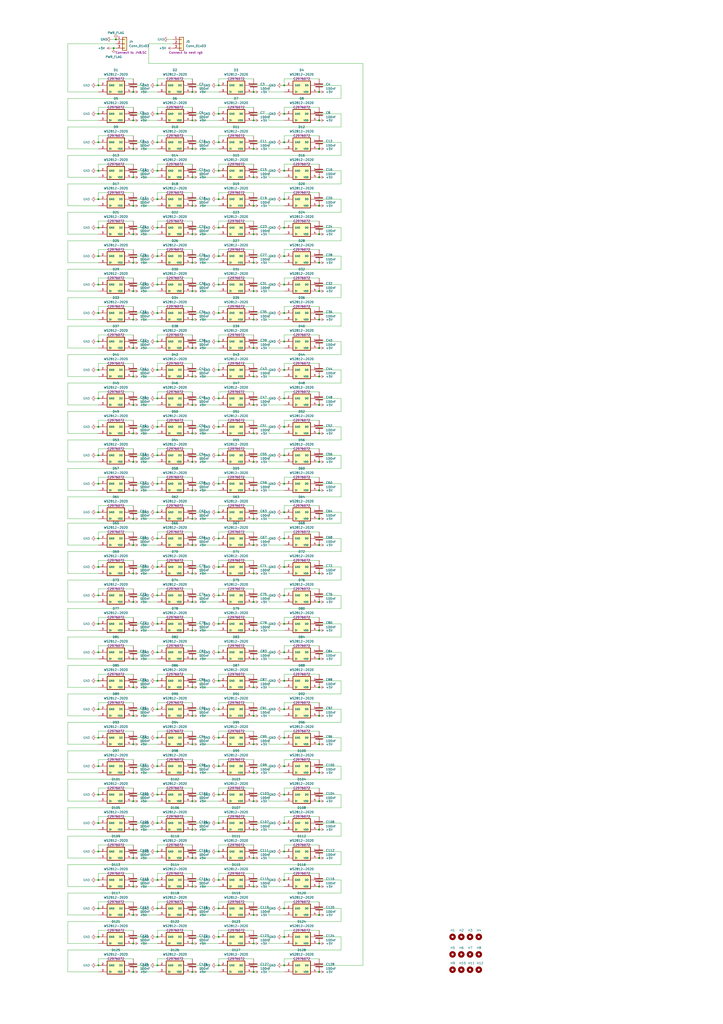
<source format=kicad_sch>
(kicad_sch (version 20230121) (generator eeschema)
  (paper "A2" portrait)
  (junction (at 57.15 345.44))
  (junction (at 57.15 477.52))
  (junction (at 165.1 543.56))
  (junction (at 185.42 234.95))
  (junction (at 185.42 316.23))
  (junction (at 111.76 251.46))
  (junction (at 57.15 494.03))
  (junction (at 77.47 251.46))
  (junction (at 147.32 448.31))
  (junction (at 165.1 165.1))
  (junction (at 185.42 349.25))
  (junction (at 91.44 214.63))
  (junction (at 127 49.53))
  (junction (at 127 115.57))
  (junction (at 147.32 102.87))
  (junction (at 91.44 82.55))
  (junction (at 165.1 477.52))
  (junction (at 91.44 181.61))
  (junction (at 57.15 247.65))
  (junction (at 91.44 231.14))
  (junction (at 185.42 201.93))
  (junction (at 111.76 284.48))
  (junction (at 91.44 394.97))
  (junction (at 147.32 316.23))
  (junction (at 91.44 345.44))
  (junction (at 185.42 431.8))
  (junction (at 127 444.5))
  (junction (at 91.44 411.48))
  (junction (at 127 427.99))
  (junction (at 91.44 328.93))
  (junction (at 77.47 382.27))
  (junction (at 147.32 86.36))
  (junction (at 77.47 547.37))
  (junction (at 147.32 201.93))
  (junction (at 111.76 300.99))
  (junction (at 77.47 53.34))
  (junction (at 57.15 378.46))
  (junction (at 127 99.06))
  (junction (at 185.42 497.84))
  (junction (at 127 477.52))
  (junction (at 111.76 86.36))
  (junction (at 165.1 181.61))
  (junction (at 57.15 411.48))
  (junction (at 127 231.14))
  (junction (at 185.42 300.99))
  (junction (at 57.15 231.14))
  (junction (at 66.04 27.94))
  (junction (at 165.1 527.05))
  (junction (at 185.42 464.82))
  (junction (at 165.1 411.48))
  (junction (at 57.15 198.12))
  (junction (at 77.47 185.42))
  (junction (at 127 247.65))
  (junction (at 57.15 427.99))
  (junction (at 57.15 49.53))
  (junction (at 165.1 49.53))
  (junction (at 185.42 168.91))
  (junction (at 57.15 444.5))
  (junction (at 91.44 66.04))
  (junction (at 185.42 135.89))
  (junction (at 57.15 99.06))
  (junction (at 111.76 464.82))
  (junction (at 77.47 119.38))
  (junction (at 77.47 365.76))
  (junction (at 147.32 547.37))
  (junction (at 111.76 316.23))
  (junction (at 91.44 165.1))
  (junction (at 111.76 349.25))
  (junction (at 127 214.63))
  (junction (at 127 66.04))
  (junction (at 91.44 494.03))
  (junction (at 111.76 448.31))
  (junction (at 111.76 481.33))
  (junction (at 165.1 115.57))
  (junction (at 127 280.67))
  (junction (at 185.42 251.46))
  (junction (at 147.32 152.4))
  (junction (at 185.42 563.88))
  (junction (at 147.32 464.82))
  (junction (at 147.32 53.34))
  (junction (at 57.15 297.18))
  (junction (at 77.47 332.74))
  (junction (at 147.32 530.86))
  (junction (at 77.47 152.4))
  (junction (at 91.44 280.67))
  (junction (at 91.44 477.52))
  (junction (at 147.32 563.88))
  (junction (at 165.1 214.63))
  (junction (at 111.76 332.74))
  (junction (at 165.1 198.12))
  (junction (at 185.42 86.36))
  (junction (at 77.47 69.85))
  (junction (at 57.15 214.63))
  (junction (at 127 181.61))
  (junction (at 185.42 284.48))
  (junction (at 147.32 267.97))
  (junction (at 77.47 530.86))
  (junction (at 111.76 218.44))
  (junction (at 165.1 394.97))
  (junction (at 111.76 53.34))
  (junction (at 165.1 361.95))
  (junction (at 91.44 264.16))
  (junction (at 57.15 82.55))
  (junction (at 127 297.18))
  (junction (at 77.47 135.89))
  (junction (at 185.42 382.27))
  (junction (at 165.1 461.01))
  (junction (at 185.42 448.31))
  (junction (at 111.76 497.84))
  (junction (at 185.42 119.38))
  (junction (at 185.42 365.76))
  (junction (at 77.47 563.88))
  (junction (at 127 132.08))
  (junction (at 111.76 168.91))
  (junction (at 77.47 481.33))
  (junction (at 91.44 361.95))
  (junction (at 111.76 267.97))
  (junction (at 127 411.48))
  (junction (at 147.32 234.95))
  (junction (at 185.42 152.4))
  (junction (at 111.76 185.42))
  (junction (at 165.1 247.65))
  (junction (at 147.32 119.38))
  (junction (at 91.44 148.59))
  (junction (at 111.76 365.76))
  (junction (at 77.47 267.97))
  (junction (at 111.76 382.27))
  (junction (at 185.42 267.97))
  (junction (at 127 394.97))
  (junction (at 77.47 349.25))
  (junction (at 77.47 464.82))
  (junction (at 57.15 312.42))
  (junction (at 91.44 49.53))
  (junction (at 77.47 448.31))
  (junction (at 147.32 365.76))
  (junction (at 77.47 300.99))
  (junction (at 127 345.44))
  (junction (at 165.1 560.07))
  (junction (at 111.76 102.87))
  (junction (at 91.44 543.56))
  (junction (at 147.32 284.48))
  (junction (at 127 312.42))
  (junction (at 147.32 497.84))
  (junction (at 185.42 398.78))
  (junction (at 147.32 332.74))
  (junction (at 57.15 132.08))
  (junction (at 147.32 481.33))
  (junction (at 147.32 69.85))
  (junction (at 91.44 527.05))
  (junction (at 147.32 514.35))
  (junction (at 165.1 66.04))
  (junction (at 147.32 218.44))
  (junction (at 147.32 431.8))
  (junction (at 127 148.59))
  (junction (at 91.44 312.42))
  (junction (at 147.32 349.25))
  (junction (at 111.76 398.78))
  (junction (at 57.15 280.67))
  (junction (at 165.1 99.06))
  (junction (at 91.44 461.01))
  (junction (at 77.47 431.8))
  (junction (at 77.47 168.91))
  (junction (at 77.47 86.36))
  (junction (at 77.47 497.84))
  (junction (at 127 510.54))
  (junction (at 127 494.03))
  (junction (at 91.44 198.12))
  (junction (at 127 378.46))
  (junction (at 165.1 378.46))
  (junction (at 111.76 547.37))
  (junction (at 77.47 102.87))
  (junction (at 165.1 264.16))
  (junction (at 91.44 427.99))
  (junction (at 165.1 231.14))
  (junction (at 127 328.93))
  (junction (at 91.44 115.57))
  (junction (at 147.32 398.78))
  (junction (at 147.32 382.27))
  (junction (at 77.47 218.44))
  (junction (at 165.1 280.67))
  (junction (at 127 361.95))
  (junction (at 127 165.1))
  (junction (at 111.76 563.88))
  (junction (at 57.15 165.1))
  (junction (at 77.47 415.29))
  (junction (at 165.1 297.18))
  (junction (at 67.31 22.86))
  (junction (at 185.42 332.74))
  (junction (at 57.15 461.01))
  (junction (at 91.44 132.08))
  (junction (at 165.1 132.08))
  (junction (at 165.1 148.59))
  (junction (at 57.15 361.95))
  (junction (at 185.42 69.85))
  (junction (at 111.76 69.85))
  (junction (at 111.76 201.93))
  (junction (at 57.15 115.57))
  (junction (at 91.44 510.54))
  (junction (at 127 264.16))
  (junction (at 77.47 316.23))
  (junction (at 91.44 99.06))
  (junction (at 111.76 530.86))
  (junction (at 185.42 530.86))
  (junction (at 147.32 251.46))
  (junction (at 165.1 427.99))
  (junction (at 77.47 201.93))
  (junction (at 147.32 135.89))
  (junction (at 91.44 378.46))
  (junction (at 57.15 328.93))
  (junction (at 165.1 494.03))
  (junction (at 91.44 560.07))
  (junction (at 185.42 218.44))
  (junction (at 147.32 300.99))
  (junction (at 127 560.07))
  (junction (at 91.44 297.18))
  (junction (at 185.42 102.87))
  (junction (at 57.15 510.54))
  (junction (at 57.15 181.61))
  (junction (at 165.1 345.44))
  (junction (at 127 461.01))
  (junction (at 185.42 415.29))
  (junction (at 57.15 527.05))
  (junction (at 127 198.12))
  (junction (at 185.42 481.33))
  (junction (at 165.1 82.55))
  (junction (at 165.1 328.93))
  (junction (at 185.42 547.37))
  (junction (at 185.42 514.35))
  (junction (at 111.76 514.35))
  (junction (at 111.76 152.4))
  (junction (at 147.32 168.91))
  (junction (at 111.76 135.89))
  (junction (at 111.76 415.29))
  (junction (at 165.1 444.5))
  (junction (at 77.47 284.48))
  (junction (at 77.47 514.35))
  (junction (at 127 543.56))
  (junction (at 57.15 264.16))
  (junction (at 147.32 415.29))
  (junction (at 111.76 119.38))
  (junction (at 127 82.55))
  (junction (at 147.32 185.42))
  (junction (at 91.44 444.5))
  (junction (at 165.1 312.42))
  (junction (at 57.15 560.07))
  (junction (at 77.47 234.95))
  (junction (at 111.76 234.95))
  (junction (at 185.42 185.42))
  (junction (at 185.42 53.34))
  (junction (at 57.15 66.04))
  (junction (at 57.15 543.56))
  (junction (at 77.47 398.78))
  (junction (at 91.44 247.65))
  (junction (at 165.1 510.54))
  (junction (at 127 527.05))
  (junction (at 57.15 394.97))
  (junction (at 111.76 431.8))
  (junction (at 57.15 148.59))
  (wire (pts (xy 116.84 115.57) (xy 116.84 119.38)))
  (wire (pts (xy 82.55 152.4) (xy 91.44 152.4)))
  (wire (pts (xy 111.76 148.59) (xy 116.84 148.59)))
  (wire (pts (xy 57.15 45.72) (xy 57.15 49.53)))
  (wire (pts (xy 210.82 36.83) (xy 210.82 560.07)))
  (wire (pts (xy 77.47 543.56) (xy 82.55 543.56)))
  (wire (pts (xy 116.84 312.42) (xy 116.84 316.23)))
  (wire (pts (xy 57.15 135.89) (xy 39.37 135.89)))
  (wire (pts (xy 125.73 247.65) (xy 127 247.65)))
  (wire (pts (xy 165.1 473.71) (xy 165.1 477.52)))
  (wire (pts (xy 57.15 514.35) (xy 39.37 514.35)))
  (wire (pts (xy 86.36 36.83) (xy 86.36 25.4)))
  (wire (pts (xy 163.83 231.14) (xy 165.1 231.14)))
  (wire (pts (xy 125.73 312.42) (xy 127 312.42)))
  (wire (pts (xy 39.37 551.18) (xy 39.37 563.88)))
  (wire (pts (xy 55.88 115.57) (xy 57.15 115.57)))
  (wire (pts (xy 165.1 374.65) (xy 165.1 378.46)))
  (wire (pts (xy 165.1 332.74) (xy 156.21 332.74)))
  (wire (pts (xy 90.17 181.61) (xy 91.44 181.61)))
  (wire (pts (xy 55.88 444.5) (xy 57.15 444.5)))
  (wire (pts (xy 39.37 501.65) (xy 198.12 501.65)))
  (wire (pts (xy 90.17 82.55) (xy 91.44 82.55)))
  (wire (pts (xy 39.37 238.76) (xy 198.12 238.76)))
  (wire (pts (xy 125.73 165.1) (xy 127 165.1)))
  (wire (pts (xy 111.76 132.08) (xy 116.84 132.08)))
  (wire (pts (xy 111.76 260.35) (xy 91.44 260.35)))
  (wire (pts (xy 111.76 424.18) (xy 91.44 424.18)))
  (wire (pts (xy 116.84 198.12) (xy 116.84 201.93)))
  (wire (pts (xy 77.47 210.82) (xy 57.15 210.82)))
  (wire (pts (xy 147.32 411.48) (xy 156.21 411.48)))
  (wire (pts (xy 57.15 152.4) (xy 39.37 152.4)))
  (wire (pts (xy 39.37 288.29) (xy 198.12 288.29)))
  (wire (pts (xy 111.76 95.25) (xy 91.44 95.25)))
  (wire (pts (xy 125.73 66.04) (xy 127 66.04)))
  (wire (pts (xy 185.42 264.16) (xy 198.12 264.16)))
  (wire (pts (xy 165.1 168.91) (xy 156.21 168.91)))
  (wire (pts (xy 125.73 297.18) (xy 127 297.18)))
  (wire (pts (xy 125.73 148.59) (xy 127 148.59)))
  (wire (pts (xy 125.73 198.12) (xy 127 198.12)))
  (wire (pts (xy 185.42 194.31) (xy 165.1 194.31)))
  (wire (pts (xy 185.42 506.73) (xy 165.1 506.73)))
  (wire (pts (xy 111.76 328.93) (xy 116.84 328.93)))
  (wire (pts (xy 91.44 62.23) (xy 91.44 66.04)))
  (wire (pts (xy 198.12 49.53) (xy 198.12 57.15)))
  (wire (pts (xy 111.76 49.53) (xy 116.84 49.53)))
  (wire (pts (xy 82.55 394.97) (xy 82.55 398.78)))
  (wire (pts (xy 156.21 332.74) (xy 156.21 328.93)))
  (wire (pts (xy 82.55 444.5) (xy 82.55 448.31)))
  (wire (pts (xy 125.73 494.03) (xy 127 494.03)))
  (wire (pts (xy 198.12 165.1) (xy 198.12 172.72)))
  (wire (pts (xy 165.1 69.85) (xy 156.21 69.85)))
  (wire (pts (xy 111.76 325.12) (xy 91.44 325.12)))
  (wire (pts (xy 125.73 214.63) (xy 127 214.63)))
  (wire (pts (xy 57.15 293.37) (xy 57.15 297.18)))
  (wire (pts (xy 185.42 128.27) (xy 165.1 128.27)))
  (wire (pts (xy 198.12 411.48) (xy 198.12 419.1)))
  (wire (pts (xy 185.42 198.12) (xy 198.12 198.12)))
  (wire (pts (xy 77.47 461.01) (xy 82.55 461.01)))
  (wire (pts (xy 82.55 181.61) (xy 82.55 185.42)))
  (wire (pts (xy 82.55 398.78) (xy 91.44 398.78)))
  (wire (pts (xy 185.42 66.04) (xy 198.12 66.04)))
  (wire (pts (xy 111.76 473.71) (xy 91.44 473.71)))
  (wire (pts (xy 57.15 440.69) (xy 57.15 444.5)))
  (wire (pts (xy 39.37 534.67) (xy 198.12 534.67)))
  (wire (pts (xy 127 556.26) (xy 127 560.07)))
  (wire (pts (xy 90.17 411.48) (xy 91.44 411.48)))
  (wire (pts (xy 165.1 78.74) (xy 165.1 82.55)))
  (wire (pts (xy 127 45.72) (xy 127 49.53)))
  (wire (pts (xy 198.12 494.03) (xy 198.12 501.65)))
  (wire (pts (xy 198.12 378.46) (xy 198.12 386.08)))
  (wire (pts (xy 165.1 490.22) (xy 165.1 494.03)))
  (wire (pts (xy 147.32 260.35) (xy 127 260.35)))
  (wire (pts (xy 185.42 424.18) (xy 165.1 424.18)))
  (wire (pts (xy 55.88 328.93) (xy 57.15 328.93)))
  (wire (pts (xy 91.44 177.8) (xy 91.44 181.61)))
  (wire (pts (xy 165.1 341.63) (xy 165.1 345.44)))
  (wire (pts (xy 82.55 510.54) (xy 82.55 514.35)))
  (wire (pts (xy 57.15 267.97) (xy 39.37 267.97)))
  (wire (pts (xy 111.76 523.24) (xy 91.44 523.24)))
  (wire (pts (xy 111.76 194.31) (xy 91.44 194.31)))
  (wire (pts (xy 116.84 427.99) (xy 116.84 431.8)))
  (wire (pts (xy 165.1 276.86) (xy 165.1 280.67)))
  (wire (pts (xy 57.15 424.18) (xy 57.15 427.99)))
  (wire (pts (xy 127 161.29) (xy 127 165.1)))
  (wire (pts (xy 77.47 394.97) (xy 82.55 394.97)))
  (wire (pts (xy 86.36 36.83) (xy 210.82 36.83)))
  (wire (pts (xy 165.1 506.73) (xy 165.1 510.54)))
  (wire (pts (xy 185.42 539.75) (xy 165.1 539.75)))
  (wire (pts (xy 165.1 349.25) (xy 156.21 349.25)))
  (wire (pts (xy 111.76 341.63) (xy 91.44 341.63)))
  (wire (pts (xy 91.44 276.86) (xy 91.44 280.67)))
  (wire (pts (xy 185.42 161.29) (xy 165.1 161.29)))
  (wire (pts (xy 127 227.33) (xy 127 231.14)))
  (wire (pts (xy 39.37 435.61) (xy 39.37 448.31)))
  (wire (pts (xy 156.21 251.46) (xy 156.21 247.65)))
  (wire (pts (xy 125.73 132.08) (xy 127 132.08)))
  (wire (pts (xy 156.21 464.82) (xy 156.21 461.01)))
  (wire (pts (xy 147.32 378.46) (xy 156.21 378.46)))
  (wire (pts (xy 111.76 411.48) (xy 116.84 411.48)))
  (wire (pts (xy 163.83 312.42) (xy 165.1 312.42)))
  (wire (pts (xy 90.17 378.46) (xy 91.44 378.46)))
  (wire (pts (xy 116.84 547.37) (xy 127 547.37)))
  (wire (pts (xy 163.83 444.5) (xy 165.1 444.5)))
  (wire (pts (xy 163.83 560.07) (xy 165.1 560.07)))
  (wire (pts (xy 57.15 128.27) (xy 57.15 132.08)))
  (wire (pts (xy 39.37 402.59) (xy 39.37 415.29)))
  (wire (pts (xy 185.42 95.25) (xy 165.1 95.25)))
  (wire (pts (xy 185.42 444.5) (xy 198.12 444.5)))
  (wire (pts (xy 91.44 293.37) (xy 91.44 297.18)))
  (wire (pts (xy 147.32 461.01) (xy 156.21 461.01)))
  (wire (pts (xy 111.76 461.01) (xy 116.84 461.01)))
  (wire (pts (xy 156.21 382.27) (xy 156.21 378.46)))
  (wire (pts (xy 91.44 341.63) (xy 91.44 345.44)))
  (wire (pts (xy 55.88 280.67) (xy 57.15 280.67)))
  (wire (pts (xy 57.15 391.16) (xy 57.15 394.97)))
  (wire (pts (xy 147.32 510.54) (xy 156.21 510.54)))
  (wire (pts (xy 82.55 514.35) (xy 91.44 514.35)))
  (wire (pts (xy 127 391.16) (xy 127 394.97)))
  (wire (pts (xy 116.84 415.29) (xy 127 415.29)))
  (wire (pts (xy 163.83 280.67) (xy 165.1 280.67)))
  (wire (pts (xy 90.17 198.12) (xy 91.44 198.12)))
  (wire (pts (xy 127 325.12) (xy 127 328.93)))
  (wire (pts (xy 116.84 264.16) (xy 116.84 267.97)))
  (wire (pts (xy 82.55 264.16) (xy 82.55 267.97)))
  (wire (pts (xy 198.12 264.16) (xy 198.12 271.78)))
  (wire (pts (xy 82.55 69.85) (xy 91.44 69.85)))
  (wire (pts (xy 116.84 316.23) (xy 127 316.23)))
  (wire (pts (xy 163.83 411.48) (xy 165.1 411.48)))
  (wire (pts (xy 91.44 407.67) (xy 91.44 411.48)))
  (wire (pts (xy 116.84 461.01) (xy 116.84 464.82)))
  (wire (pts (xy 57.15 243.84) (xy 57.15 247.65)))
  (wire (pts (xy 125.73 461.01) (xy 127 461.01)))
  (wire (pts (xy 185.42 78.74) (xy 165.1 78.74)))
  (wire (pts (xy 55.88 461.01) (xy 57.15 461.01)))
  (wire (pts (xy 90.17 427.99) (xy 91.44 427.99)))
  (wire (pts (xy 127 523.24) (xy 127 527.05)))
  (wire (pts (xy 111.76 115.57) (xy 116.84 115.57)))
  (wire (pts (xy 39.37 320.04) (xy 39.37 332.74)))
  (wire (pts (xy 163.83 543.56) (xy 165.1 543.56)))
  (wire (pts (xy 77.47 477.52) (xy 82.55 477.52)))
  (wire (pts (xy 39.37 369.57) (xy 198.12 369.57)))
  (wire (pts (xy 156.21 316.23) (xy 156.21 312.42)))
  (wire (pts (xy 77.47 506.73) (xy 57.15 506.73)))
  (wire (pts (xy 198.12 461.01) (xy 198.12 468.63)))
  (wire (pts (xy 111.76 477.52) (xy 116.84 477.52)))
  (wire (pts (xy 163.83 378.46) (xy 165.1 378.46)))
  (wire (pts (xy 163.83 361.95) (xy 165.1 361.95)))
  (wire (pts (xy 165.1 457.2) (xy 165.1 461.01)))
  (wire (pts (xy 57.15 431.8) (xy 39.37 431.8)))
  (wire (pts (xy 185.42 527.05) (xy 198.12 527.05)))
  (wire (pts (xy 156.21 530.86) (xy 156.21 527.05)))
  (wire (pts (xy 165.1 398.78) (xy 156.21 398.78)))
  (wire (pts (xy 147.32 45.72) (xy 127 45.72)))
  (wire (pts (xy 198.12 543.56) (xy 198.12 551.18)))
  (wire (pts (xy 39.37 106.68) (xy 198.12 106.68)))
  (wire (pts (xy 82.55 297.18) (xy 82.55 300.99)))
  (wire (pts (xy 111.76 111.76) (xy 91.44 111.76)))
  (wire (pts (xy 91.44 260.35) (xy 91.44 264.16)))
  (wire (pts (xy 165.1 424.18) (xy 165.1 427.99)))
  (wire (pts (xy 116.84 398.78) (xy 127 398.78)))
  (wire (pts (xy 163.83 214.63) (xy 165.1 214.63)))
  (wire (pts (xy 116.84 132.08) (xy 116.84 135.89)))
  (wire (pts (xy 116.84 267.97) (xy 127 267.97)))
  (wire (pts (xy 77.47 128.27) (xy 57.15 128.27)))
  (wire (pts (xy 127 374.65) (xy 127 378.46)))
  (wire (pts (xy 147.32 231.14) (xy 156.21 231.14)))
  (wire (pts (xy 57.15 218.44) (xy 39.37 218.44)))
  (wire (pts (xy 165.1 539.75) (xy 165.1 543.56)))
  (wire (pts (xy 116.84 494.03) (xy 116.84 497.84)))
  (wire (pts (xy 111.76 345.44) (xy 116.84 345.44)))
  (wire (pts (xy 57.15 144.78) (xy 57.15 148.59)))
  (wire (pts (xy 127 440.69) (xy 127 444.5)))
  (wire (pts (xy 147.32 247.65) (xy 156.21 247.65)))
  (wire (pts (xy 147.32 293.37) (xy 127 293.37)))
  (wire (pts (xy 147.32 523.24) (xy 127 523.24)))
  (wire (pts (xy 127 308.61) (xy 127 312.42)))
  (wire (pts (xy 156.21 135.89) (xy 156.21 132.08)))
  (wire (pts (xy 111.76 378.46) (xy 116.84 378.46)))
  (wire (pts (xy 116.84 361.95) (xy 116.84 365.76)))
  (wire (pts (xy 185.42 411.48) (xy 198.12 411.48)))
  (wire (pts (xy 116.84 280.67) (xy 116.84 284.48)))
  (wire (pts (xy 163.83 66.04) (xy 165.1 66.04)))
  (wire (pts (xy 91.44 128.27) (xy 91.44 132.08)))
  (wire (pts (xy 77.47 280.67) (xy 82.55 280.67)))
  (wire (pts (xy 111.76 276.86) (xy 91.44 276.86)))
  (wire (pts (xy 57.15 523.24) (xy 57.15 527.05)))
  (wire (pts (xy 77.47 345.44) (xy 82.55 345.44)))
  (wire (pts (xy 165.1 415.29) (xy 156.21 415.29)))
  (wire (pts (xy 39.37 336.55) (xy 39.37 349.25)))
  (wire (pts (xy 165.1 407.67) (xy 165.1 411.48)))
  (wire (pts (xy 82.55 53.34) (xy 91.44 53.34)))
  (wire (pts (xy 77.47 62.23) (xy 57.15 62.23)))
  (wire (pts (xy 77.47 78.74) (xy 57.15 78.74)))
  (wire (pts (xy 210.82 560.07) (xy 185.42 560.07)))
  (wire (pts (xy 185.42 407.67) (xy 165.1 407.67)))
  (wire (pts (xy 57.15 365.76) (xy 39.37 365.76)))
  (wire (pts (xy 198.12 214.63) (xy 198.12 222.25)))
  (wire (pts (xy 198.12 427.99) (xy 198.12 435.61)))
  (wire (pts (xy 127 539.75) (xy 127 543.56)))
  (wire (pts (xy 185.42 247.65) (xy 198.12 247.65)))
  (wire (pts (xy 39.37 271.78) (xy 39.37 284.48)))
  (wire (pts (xy 39.37 518.16) (xy 198.12 518.16)))
  (wire (pts (xy 185.42 82.55) (xy 198.12 82.55)))
  (wire (pts (xy 163.83 247.65) (xy 165.1 247.65)))
  (wire (pts (xy 39.37 452.12) (xy 198.12 452.12)))
  (wire (pts (xy 147.32 243.84) (xy 127 243.84)))
  (wire (pts (xy 147.32 49.53) (xy 156.21 49.53)))
  (wire (pts (xy 156.21 185.42) (xy 156.21 181.61)))
  (wire (pts (xy 185.42 490.22) (xy 165.1 490.22)))
  (wire (pts (xy 165.1 464.82) (xy 156.21 464.82)))
  (wire (pts (xy 116.84 510.54) (xy 116.84 514.35)))
  (wire (pts (xy 91.44 194.31) (xy 91.44 198.12)))
  (wire (pts (xy 90.17 247.65) (xy 91.44 247.65)))
  (wire (pts (xy 156.21 234.95) (xy 156.21 231.14)))
  (wire (pts (xy 111.76 144.78) (xy 91.44 144.78)))
  (wire (pts (xy 77.47 99.06) (xy 82.55 99.06)))
  (wire (pts (xy 125.73 181.61) (xy 127 181.61)))
  (wire (pts (xy 39.37 139.7) (xy 198.12 139.7)))
  (wire (pts (xy 82.55 345.44) (xy 82.55 349.25)))
  (wire (pts (xy 77.47 391.16) (xy 57.15 391.16)))
  (wire (pts (xy 82.55 547.37) (xy 91.44 547.37)))
  (wire (pts (xy 127 424.18) (xy 127 427.99)))
  (wire (pts (xy 57.15 358.14) (xy 57.15 361.95)))
  (wire (pts (xy 163.83 394.97) (xy 165.1 394.97)))
  (wire (pts (xy 111.76 45.72) (xy 91.44 45.72)))
  (wire (pts (xy 39.37 90.17) (xy 39.37 102.87)))
  (wire (pts (xy 39.37 53.34) (xy 57.15 53.34)))
  (wire (pts (xy 39.37 123.19) (xy 198.12 123.19)))
  (wire (pts (xy 90.17 132.08) (xy 91.44 132.08)))
  (wire (pts (xy 163.83 132.08) (xy 165.1 132.08)))
  (wire (pts (xy 39.37 288.29) (xy 39.37 300.99)))
  (wire (pts (xy 185.42 345.44) (xy 198.12 345.44)))
  (wire (pts (xy 156.21 431.8) (xy 156.21 427.99)))
  (wire (pts (xy 163.83 345.44) (xy 165.1 345.44)))
  (wire (pts (xy 163.83 427.99) (xy 165.1 427.99)))
  (wire (pts (xy 82.55 201.93) (xy 91.44 201.93)))
  (wire (pts (xy 165.1 152.4) (xy 156.21 152.4)))
  (wire (pts (xy 55.88 527.05) (xy 57.15 527.05)))
  (wire (pts (xy 165.1 523.24) (xy 165.1 527.05)))
  (wire (pts (xy 163.83 82.55) (xy 165.1 82.55)))
  (wire (pts (xy 111.76 394.97) (xy 116.84 394.97)))
  (wire (pts (xy 185.42 165.1) (xy 198.12 165.1)))
  (wire (pts (xy 82.55 477.52) (xy 82.55 481.33)))
  (wire (pts (xy 86.36 25.4) (xy 100.33 25.4)))
  (wire (pts (xy 111.76 527.05) (xy 116.84 527.05)))
  (wire (pts (xy 111.76 161.29) (xy 91.44 161.29)))
  (wire (pts (xy 127 194.31) (xy 127 198.12)))
  (wire (pts (xy 77.47 325.12) (xy 57.15 325.12)))
  (wire (pts (xy 57.15 111.76) (xy 57.15 115.57)))
  (wire (pts (xy 165.1 316.23) (xy 156.21 316.23)))
  (wire (pts (xy 116.84 349.25) (xy 127 349.25)))
  (wire (pts (xy 116.84 86.36) (xy 127 86.36)))
  (wire (pts (xy 127 473.71) (xy 127 477.52)))
  (wire (pts (xy 57.15 194.31) (xy 57.15 198.12)))
  (wire (pts (xy 55.88 66.04) (xy 57.15 66.04)))
  (wire (pts (xy 39.37 452.12) (xy 39.37 464.82)))
  (wire (pts (xy 127 407.67) (xy 127 411.48)))
  (wire (pts (xy 39.37 468.63) (xy 39.37 481.33)))
  (wire (pts (xy 77.47 328.93) (xy 82.55 328.93)))
  (wire (pts (xy 82.55 251.46) (xy 91.44 251.46)))
  (wire (pts (xy 127 128.27) (xy 127 132.08)))
  (wire (pts (xy 77.47 457.2) (xy 57.15 457.2)))
  (wire (pts (xy 57.15 251.46) (xy 39.37 251.46)))
  (wire (pts (xy 57.15 563.88) (xy 39.37 563.88)))
  (wire (pts (xy 57.15 325.12) (xy 57.15 328.93)))
  (wire (pts (xy 39.37 139.7) (xy 39.37 152.4)))
  (wire (pts (xy 147.32 527.05) (xy 156.21 527.05)))
  (wire (pts (xy 165.1 86.36) (xy 156.21 86.36)))
  (wire (pts (xy 116.84 332.74) (xy 127 332.74)))
  (wire (pts (xy 185.42 111.76) (xy 165.1 111.76)))
  (wire (pts (xy 66.04 27.94) (xy 67.31 27.94)))
  (wire (pts (xy 147.32 325.12) (xy 127 325.12)))
  (wire (pts (xy 39.37 172.72) (xy 39.37 185.42)))
  (wire (pts (xy 39.37 205.74) (xy 39.37 218.44)))
  (wire (pts (xy 127 62.23) (xy 127 66.04)))
  (wire (pts (xy 185.42 177.8) (xy 165.1 177.8)))
  (wire (pts (xy 147.32 264.16) (xy 156.21 264.16)))
  (wire (pts (xy 116.84 247.65) (xy 116.84 251.46)))
  (wire (pts (xy 111.76 440.69) (xy 91.44 440.69)))
  (wire (pts (xy 82.55 411.48) (xy 82.55 415.29)))
  (wire (pts (xy 127 78.74) (xy 127 82.55)))
  (wire (pts (xy 55.88 148.59) (xy 57.15 148.59)))
  (wire (pts (xy 111.76 227.33) (xy 91.44 227.33)))
  (wire (pts (xy 82.55 300.99) (xy 91.44 300.99)))
  (wire (pts (xy 82.55 365.76) (xy 91.44 365.76)))
  (wire (pts (xy 77.47 407.67) (xy 57.15 407.67)))
  (wire (pts (xy 127 457.2) (xy 127 461.01)))
  (wire (pts (xy 111.76 510.54) (xy 116.84 510.54)))
  (wire (pts (xy 57.15 464.82) (xy 39.37 464.82)))
  (wire (pts (xy 55.88 543.56) (xy 57.15 543.56)))
  (wire (pts (xy 111.76 280.67) (xy 116.84 280.67)))
  (wire (pts (xy 90.17 214.63) (xy 91.44 214.63)))
  (wire (pts (xy 57.15 119.38) (xy 39.37 119.38)))
  (wire (pts (xy 125.73 361.95) (xy 127 361.95)))
  (wire (pts (xy 82.55 431.8) (xy 91.44 431.8)))
  (wire (pts (xy 91.44 374.65) (xy 91.44 378.46)))
  (wire (pts (xy 82.55 115.57) (xy 82.55 119.38)))
  (wire (pts (xy 82.55 543.56) (xy 82.55 547.37)))
  (wire (pts (xy 111.76 312.42) (xy 116.84 312.42)))
  (wire (pts (xy 125.73 49.53) (xy 127 49.53)))
  (wire (pts (xy 165.1 547.37) (xy 156.21 547.37)))
  (wire (pts (xy 116.84 218.44) (xy 127 218.44)))
  (wire (pts (xy 77.47 132.08) (xy 82.55 132.08)))
  (wire (pts (xy 39.37 316.23) (xy 57.15 316.23)))
  (wire (pts (xy 147.32 181.61) (xy 156.21 181.61)))
  (wire (pts (xy 165.1 95.25) (xy 165.1 99.06)))
  (wire (pts (xy 55.88 165.1) (xy 57.15 165.1)))
  (wire (pts (xy 82.55 563.88) (xy 91.44 563.88)))
  (wire (pts (xy 147.32 227.33) (xy 127 227.33)))
  (wire (pts (xy 165.1 111.76) (xy 165.1 115.57)))
  (wire (pts (xy 185.42 214.63) (xy 198.12 214.63)))
  (wire (pts (xy 111.76 231.14) (xy 116.84 231.14)))
  (wire (pts (xy 111.76 308.61) (xy 91.44 308.61)))
  (wire (pts (xy 77.47 45.72) (xy 57.15 45.72)))
  (wire (pts (xy 90.17 231.14) (xy 91.44 231.14)))
  (wire (pts (xy 91.44 457.2) (xy 91.44 461.01)))
  (wire (pts (xy 198.12 148.59) (xy 198.12 156.21)))
  (wire (pts (xy 147.32 473.71) (xy 127 473.71)))
  (wire (pts (xy 39.37 534.67) (xy 39.37 547.37)))
  (wire (pts (xy 82.55 119.38) (xy 91.44 119.38)))
  (wire (pts (xy 91.44 210.82) (xy 91.44 214.63)))
  (wire (pts (xy 77.47 95.25) (xy 57.15 95.25)))
  (wire (pts (xy 147.32 62.23) (xy 127 62.23)))
  (wire (pts (xy 198.12 361.95) (xy 198.12 369.57)))
  (wire (pts (xy 147.32 312.42) (xy 156.21 312.42)))
  (wire (pts (xy 55.88 49.53) (xy 57.15 49.53)))
  (wire (pts (xy 77.47 358.14) (xy 57.15 358.14)))
  (wire (pts (xy 147.32 214.63) (xy 156.21 214.63)))
  (wire (pts (xy 77.47 111.76) (xy 57.15 111.76)))
  (wire (pts (xy 125.73 394.97) (xy 127 394.97)))
  (wire (pts (xy 77.47 440.69) (xy 57.15 440.69)))
  (wire (pts (xy 165.1 481.33) (xy 156.21 481.33)))
  (wire (pts (xy 116.84 201.93) (xy 127 201.93)))
  (wire (pts (xy 125.73 510.54) (xy 127 510.54)))
  (wire (pts (xy 147.32 115.57) (xy 156.21 115.57)))
  (wire (pts (xy 90.17 345.44) (xy 91.44 345.44)))
  (wire (pts (xy 185.42 45.72) (xy 165.1 45.72)))
  (wire (pts (xy 39.37 518.16) (xy 39.37 530.86)))
  (wire (pts (xy 125.73 82.55) (xy 127 82.55)))
  (wire (pts (xy 90.17 148.59) (xy 91.44 148.59)))
  (wire (pts (xy 77.47 473.71) (xy 57.15 473.71)))
  (wire (pts (xy 55.88 361.95) (xy 57.15 361.95)))
  (wire (pts (xy 156.21 563.88) (xy 156.21 560.07)))
  (wire (pts (xy 165.1 144.78) (xy 165.1 148.59)))
  (wire (pts (xy 82.55 427.99) (xy 82.55 431.8)))
  (wire (pts (xy 156.21 547.37) (xy 156.21 543.56)))
  (wire (pts (xy 55.88 312.42) (xy 57.15 312.42)))
  (wire (pts (xy 57.15 473.71) (xy 57.15 477.52)))
  (wire (pts (xy 82.55 218.44) (xy 91.44 218.44)))
  (wire (pts (xy 165.1 119.38) (xy 156.21 119.38)))
  (wire (pts (xy 111.76 297.18) (xy 116.84 297.18)))
  (wire (pts (xy 147.32 161.29) (xy 127 161.29)))
  (wire (pts (xy 111.76 506.73) (xy 91.44 506.73)))
  (wire (pts (xy 198.12 444.5) (xy 198.12 452.12)))
  (wire (pts (xy 116.84 300.99) (xy 127 300.99)))
  (wire (pts (xy 111.76 407.67) (xy 91.44 407.67)))
  (wire (pts (xy 82.55 66.04) (xy 82.55 69.85)))
  (wire (pts (xy 185.42 391.16) (xy 165.1 391.16)))
  (wire (pts (xy 82.55 481.33) (xy 91.44 481.33)))
  (wire (pts (xy 116.84 185.42) (xy 127 185.42)))
  (wire (pts (xy 147.32 490.22) (xy 127 490.22)))
  (wire (pts (xy 125.73 444.5) (xy 127 444.5)))
  (wire (pts (xy 77.47 510.54) (xy 82.55 510.54)))
  (wire (pts (xy 147.32 144.78) (xy 127 144.78)))
  (wire (pts (xy 77.47 231.14) (xy 82.55 231.14)))
  (wire (pts (xy 127 341.63) (xy 127 345.44)))
  (wire (pts (xy 57.15 539.75) (xy 57.15 543.56)))
  (wire (pts (xy 147.32 210.82) (xy 127 210.82)))
  (wire (pts (xy 185.42 394.97) (xy 198.12 394.97)))
  (wire (pts (xy 163.83 264.16) (xy 165.1 264.16)))
  (wire (pts (xy 39.37 419.1) (xy 39.37 431.8)))
  (wire (pts (xy 111.76 177.8) (xy 91.44 177.8)))
  (wire (pts (xy 64.77 22.86) (xy 67.31 22.86)))
  (wire (pts (xy 147.32 506.73) (xy 127 506.73)))
  (wire (pts (xy 57.15 497.84) (xy 39.37 497.84)))
  (wire (pts (xy 77.47 260.35) (xy 57.15 260.35)))
  (wire (pts (xy 55.88 427.99) (xy 57.15 427.99)))
  (wire (pts (xy 185.42 543.56) (xy 198.12 543.56)))
  (wire (pts (xy 163.83 99.06) (xy 165.1 99.06)))
  (wire (pts (xy 57.15 201.93) (xy 39.37 201.93)))
  (wire (pts (xy 39.37 25.4) (xy 67.31 25.4)))
  (wire (pts (xy 198.12 280.67) (xy 198.12 288.29)))
  (wire (pts (xy 116.84 345.44) (xy 116.84 349.25)))
  (wire (pts (xy 125.73 264.16) (xy 127 264.16)))
  (wire (pts (xy 198.12 477.52) (xy 198.12 485.14)))
  (wire (pts (xy 91.44 111.76) (xy 91.44 115.57)))
  (wire (pts (xy 198.12 527.05) (xy 198.12 534.67)))
  (wire (pts (xy 147.32 394.97) (xy 156.21 394.97)))
  (wire (pts (xy 147.32 494.03) (xy 156.21 494.03)))
  (wire (pts (xy 77.47 444.5) (xy 82.55 444.5)))
  (wire (pts (xy 185.42 361.95) (xy 198.12 361.95)))
  (wire (pts (xy 185.42 148.59) (xy 198.12 148.59)))
  (wire (pts (xy 156.21 201.93) (xy 156.21 198.12)))
  (wire (pts (xy 116.84 530.86) (xy 127 530.86)))
  (wire (pts (xy 55.88 99.06) (xy 57.15 99.06)))
  (wire (pts (xy 125.73 231.14) (xy 127 231.14)))
  (wire (pts (xy 55.88 82.55) (xy 57.15 82.55)))
  (wire (pts (xy 90.17 560.07) (xy 91.44 560.07)))
  (wire (pts (xy 82.55 135.89) (xy 91.44 135.89)))
  (wire (pts (xy 90.17 280.67) (xy 91.44 280.67)))
  (wire (pts (xy 39.37 205.74) (xy 198.12 205.74)))
  (wire (pts (xy 39.37 57.15) (xy 198.12 57.15)))
  (wire (pts (xy 147.32 82.55) (xy 156.21 82.55)))
  (wire (pts (xy 77.47 308.61) (xy 57.15 308.61)))
  (wire (pts (xy 185.42 210.82) (xy 165.1 210.82)))
  (wire (pts (xy 82.55 148.59) (xy 82.55 152.4)))
  (wire (pts (xy 116.84 49.53) (xy 116.84 53.34)))
  (wire (pts (xy 185.42 325.12) (xy 165.1 325.12)))
  (wire (pts (xy 90.17 312.42) (xy 91.44 312.42)))
  (wire (pts (xy 116.84 99.06) (xy 116.84 102.87)))
  (wire (pts (xy 39.37 386.08) (xy 198.12 386.08)))
  (wire (pts (xy 198.12 328.93) (xy 198.12 336.55)))
  (wire (pts (xy 77.47 144.78) (xy 57.15 144.78)))
  (wire (pts (xy 185.42 457.2) (xy 165.1 457.2)))
  (wire (pts (xy 55.88 181.61) (xy 57.15 181.61)))
  (wire (pts (xy 147.32 165.1) (xy 156.21 165.1)))
  (wire (pts (xy 116.84 234.95) (xy 127 234.95)))
  (wire (pts (xy 185.42 378.46) (xy 198.12 378.46)))
  (wire (pts (xy 90.17 494.03) (xy 91.44 494.03)))
  (wire (pts (xy 156.21 53.34) (xy 156.21 49.53)))
  (wire (pts (xy 156.21 398.78) (xy 156.21 394.97)))
  (wire (pts (xy 57.15 210.82) (xy 57.15 214.63)))
  (wire (pts (xy 77.47 361.95) (xy 82.55 361.95)))
  (wire (pts (xy 77.47 523.24) (xy 57.15 523.24)))
  (wire (pts (xy 91.44 556.26) (xy 91.44 560.07)))
  (wire (pts (xy 198.12 297.18) (xy 198.12 303.53)))
  (wire (pts (xy 39.37 353.06) (xy 39.37 365.76)))
  (wire (pts (xy 82.55 284.48) (xy 91.44 284.48)))
  (wire (pts (xy 156.21 300.99) (xy 156.21 297.18)))
  (wire (pts (xy 165.1 102.87) (xy 156.21 102.87)))
  (wire (pts (xy 111.76 214.63) (xy 116.84 214.63)))
  (wire (pts (xy 116.84 378.46) (xy 116.84 382.27)))
  (wire (pts (xy 82.55 316.23) (xy 91.44 316.23)))
  (wire (pts (xy 185.42 231.14) (xy 198.12 231.14)))
  (wire (pts (xy 82.55 234.95) (xy 91.44 234.95)))
  (wire (pts (xy 127 506.73) (xy 127 510.54)))
  (wire (pts (xy 116.84 66.04) (xy 116.84 69.85)))
  (wire (pts (xy 39.37 172.72) (xy 198.12 172.72)))
  (wire (pts (xy 198.12 231.14) (xy 198.12 238.76)))
  (wire (pts (xy 163.83 527.05) (xy 165.1 527.05)))
  (wire (pts (xy 125.73 543.56) (xy 127 543.56)))
  (wire (pts (xy 90.17 264.16) (xy 91.44 264.16)))
  (wire (pts (xy 39.37 320.04) (xy 198.12 320.04)))
  (wire (pts (xy 116.84 477.52) (xy 116.84 481.33)))
  (wire (pts (xy 116.84 251.46) (xy 127 251.46)))
  (wire (pts (xy 163.83 165.1) (xy 165.1 165.1)))
  (wire (pts (xy 163.83 49.53) (xy 165.1 49.53)))
  (wire (pts (xy 116.84 527.05) (xy 116.84 530.86)))
  (wire (pts (xy 185.42 494.03) (xy 198.12 494.03)))
  (wire (pts (xy 90.17 49.53) (xy 91.44 49.53)))
  (wire (pts (xy 57.15 341.63) (xy 57.15 345.44)))
  (wire (pts (xy 91.44 45.72) (xy 91.44 49.53)))
  (wire (pts (xy 77.47 556.26) (xy 57.15 556.26)))
  (wire (pts (xy 198.12 132.08) (xy 198.12 139.7)))
  (wire (pts (xy 125.73 328.93) (xy 127 328.93)))
  (wire (pts (xy 57.15 300.99) (xy 39.37 300.99)))
  (wire (pts (xy 111.76 560.07) (xy 116.84 560.07)))
  (wire (pts (xy 77.47 527.05) (xy 82.55 527.05)))
  (wire (pts (xy 111.76 444.5) (xy 116.84 444.5)))
  (wire (pts (xy 147.32 297.18) (xy 156.21 297.18)))
  (wire (pts (xy 147.32 477.52) (xy 156.21 477.52)))
  (wire (pts (xy 147.32 66.04) (xy 156.21 66.04)))
  (wire (pts (xy 165.1 45.72) (xy 165.1 49.53)))
  (wire (pts (xy 165.1 53.34) (xy 156.21 53.34)))
  (wire (pts (xy 185.42 461.01) (xy 198.12 461.01)))
  (wire (pts (xy 57.15 168.91) (xy 39.37 168.91)))
  (wire (pts (xy 185.42 132.08) (xy 198.12 132.08)))
  (wire (pts (xy 82.55 560.07) (xy 82.55 563.88)))
  (wire (pts (xy 111.76 427.99) (xy 116.84 427.99)))
  (wire (pts (xy 156.21 514.35) (xy 156.21 510.54)))
  (wire (pts (xy 82.55 530.86) (xy 91.44 530.86)))
  (wire (pts (xy 165.1 440.69) (xy 165.1 444.5)))
  (wire (pts (xy 185.42 556.26) (xy 165.1 556.26)))
  (wire (pts (xy 57.15 227.33) (xy 57.15 231.14)))
  (wire (pts (xy 77.47 82.55) (xy 82.55 82.55)))
  (wire (pts (xy 116.84 135.89) (xy 127 135.89)))
  (wire (pts (xy 55.88 560.07) (xy 57.15 560.07)))
  (wire (pts (xy 39.37 73.66) (xy 198.12 73.66)))
  (wire (pts (xy 165.1 218.44) (xy 156.21 218.44)))
  (wire (pts (xy 111.76 165.1) (xy 116.84 165.1)))
  (wire (pts (xy 91.44 243.84) (xy 91.44 247.65)))
  (wire (pts (xy 185.42 227.33) (xy 165.1 227.33)))
  (wire (pts (xy 111.76 264.16) (xy 116.84 264.16)))
  (wire (pts (xy 156.21 349.25) (xy 156.21 345.44)))
  (wire (pts (xy 111.76 556.26) (xy 91.44 556.26)))
  (wire (pts (xy 39.37 73.66) (xy 39.37 86.36)))
  (wire (pts (xy 198.12 345.44) (xy 198.12 353.06)))
  (wire (pts (xy 82.55 527.05) (xy 82.55 530.86)))
  (wire (pts (xy 147.32 361.95) (xy 156.21 361.95)))
  (wire (pts (xy 147.32 560.07) (xy 156.21 560.07)))
  (wire (pts (xy 111.76 78.74) (xy 91.44 78.74)))
  (wire (pts (xy 55.88 198.12) (xy 57.15 198.12)))
  (wire (pts (xy 77.47 297.18) (xy 82.55 297.18)))
  (wire (pts (xy 77.47 490.22) (xy 57.15 490.22)))
  (wire (pts (xy 198.12 303.53) (xy 39.37 303.53)))
  (wire (pts (xy 82.55 165.1) (xy 82.55 168.91)))
  (wire (pts (xy 77.47 424.18) (xy 57.15 424.18)))
  (wire (pts (xy 116.84 102.87) (xy 127 102.87)))
  (wire (pts (xy 77.47 378.46) (xy 82.55 378.46)))
  (wire (pts (xy 82.55 86.36) (xy 91.44 86.36)))
  (wire (pts (xy 116.84 148.59) (xy 116.84 152.4)))
  (wire (pts (xy 91.44 539.75) (xy 91.44 543.56)))
  (wire (pts (xy 57.15 457.2) (xy 57.15 461.01)))
  (wire (pts (xy 165.1 497.84) (xy 156.21 497.84)))
  (wire (pts (xy 57.15 407.67) (xy 57.15 411.48)))
  (wire (pts (xy 147.32 148.59) (xy 156.21 148.59)))
  (wire (pts (xy 77.47 312.42) (xy 82.55 312.42)))
  (wire (pts (xy 57.15 349.25) (xy 39.37 349.25)))
  (wire (pts (xy 57.15 556.26) (xy 57.15 560.07)))
  (wire (pts (xy 147.32 198.12) (xy 156.21 198.12)))
  (wire (pts (xy 125.73 280.67) (xy 127 280.67)))
  (wire (pts (xy 165.1 448.31) (xy 156.21 448.31)))
  (wire (pts (xy 82.55 415.29) (xy 91.44 415.29)))
  (wire (pts (xy 165.1 135.89) (xy 156.21 135.89)))
  (wire (pts (xy 116.84 365.76) (xy 127 365.76)))
  (wire (pts (xy 127 144.78) (xy 127 148.59)))
  (wire (pts (xy 125.73 378.46) (xy 127 378.46)))
  (wire (pts (xy 111.76 543.56) (xy 116.84 543.56)))
  (wire (pts (xy 55.88 494.03) (xy 57.15 494.03)))
  (wire (pts (xy 156.21 481.33) (xy 156.21 477.52)))
  (wire (pts (xy 90.17 165.1) (xy 91.44 165.1)))
  (wire (pts (xy 165.1 227.33) (xy 165.1 231.14)))
  (wire (pts (xy 147.32 308.61) (xy 127 308.61)))
  (wire (pts (xy 163.83 181.61) (xy 165.1 181.61)))
  (wire (pts (xy 111.76 128.27) (xy 91.44 128.27)))
  (wire (pts (xy 127 490.22) (xy 127 494.03)))
  (wire (pts (xy 39.37 386.08) (xy 39.37 398.78)))
  (wire (pts (xy 82.55 332.74) (xy 91.44 332.74)))
  (wire (pts (xy 39.37 238.76) (xy 39.37 251.46)))
  (wire (pts (xy 82.55 461.01) (xy 82.55 464.82)))
  (wire (pts (xy 147.32 194.31) (xy 127 194.31)))
  (wire (pts (xy 91.44 358.14) (xy 91.44 361.95)))
  (wire (pts (xy 77.47 227.33) (xy 57.15 227.33)))
  (wire (pts (xy 82.55 49.53) (xy 82.55 53.34)))
  (wire (pts (xy 39.37 25.4) (xy 39.37 53.34)))
  (wire (pts (xy 116.84 284.48) (xy 127 284.48)))
  (wire (pts (xy 55.88 247.65) (xy 57.15 247.65)))
  (wire (pts (xy 91.44 490.22) (xy 91.44 494.03)))
  (wire (pts (xy 82.55 312.42) (xy 82.55 316.23)))
  (wire (pts (xy 57.15 86.36) (xy 39.37 86.36)))
  (wire (pts (xy 39.37 156.21) (xy 198.12 156.21)))
  (wire (pts (xy 185.42 297.18) (xy 198.12 297.18)))
  (wire (pts (xy 165.1 530.86) (xy 156.21 530.86)))
  (wire (pts (xy 39.37 271.78) (xy 198.12 271.78)))
  (wire (pts (xy 116.84 382.27) (xy 127 382.27)))
  (wire (pts (xy 116.84 431.8) (xy 127 431.8)))
  (wire (pts (xy 147.32 424.18) (xy 127 424.18)))
  (wire (pts (xy 185.42 144.78) (xy 165.1 144.78)))
  (wire (pts (xy 116.84 543.56) (xy 116.84 547.37)))
  (wire (pts (xy 125.73 427.99) (xy 127 427.99)))
  (wire (pts (xy 39.37 501.65) (xy 39.37 514.35)))
  (wire (pts (xy 77.47 247.65) (xy 82.55 247.65)))
  (wire (pts (xy 77.47 560.07) (xy 82.55 560.07)))
  (wire (pts (xy 55.88 411.48) (xy 57.15 411.48)))
  (wire (pts (xy 82.55 168.91) (xy 91.44 168.91)))
  (wire (pts (xy 127 177.8) (xy 127 181.61)))
  (wire (pts (xy 185.42 523.24) (xy 165.1 523.24)))
  (wire (pts (xy 97.79 22.86) (xy 100.33 22.86)))
  (wire (pts (xy 55.88 394.97) (xy 57.15 394.97)))
  (wire (pts (xy 77.47 411.48) (xy 82.55 411.48)))
  (wire (pts (xy 39.37 222.25) (xy 198.12 222.25)))
  (wire (pts (xy 111.76 293.37) (xy 91.44 293.37)))
  (wire (pts (xy 156.21 415.29) (xy 156.21 411.48)))
  (wire (pts (xy 163.83 494.03) (xy 165.1 494.03)))
  (wire (pts (xy 116.84 297.18) (xy 116.84 300.99)))
  (wire (pts (xy 90.17 361.95) (xy 91.44 361.95)))
  (wire (pts (xy 91.44 308.61) (xy 91.44 312.42)))
  (wire (pts (xy 165.1 62.23) (xy 165.1 66.04)))
  (wire (pts (xy 55.88 297.18) (xy 57.15 297.18)))
  (wire (pts (xy 127 260.35) (xy 127 264.16)))
  (wire (pts (xy 163.83 115.57) (xy 165.1 115.57)))
  (wire (pts (xy 82.55 494.03) (xy 82.55 497.84)))
  (wire (pts (xy 165.1 128.27) (xy 165.1 132.08)))
  (wire (pts (xy 39.37 189.23) (xy 198.12 189.23)))
  (wire (pts (xy 116.84 69.85) (xy 127 69.85)))
  (wire (pts (xy 77.47 539.75) (xy 57.15 539.75)))
  (wire (pts (xy 39.37 106.68) (xy 39.37 119.38)))
  (wire (pts (xy 39.37 90.17) (xy 198.12 90.17)))
  (wire (pts (xy 125.73 477.52) (xy 127 477.52)))
  (wire (pts (xy 82.55 382.27) (xy 91.44 382.27)))
  (wire (pts (xy 116.84 411.48) (xy 116.84 415.29)))
  (wire (pts (xy 116.84 328.93) (xy 116.84 332.74)))
  (wire (pts (xy 77.47 66.04) (xy 82.55 66.04)))
  (wire (pts (xy 77.47 198.12) (xy 82.55 198.12)))
  (wire (pts (xy 185.42 312.42) (xy 198.12 312.42)))
  (wire (pts (xy 57.15 177.8) (xy 57.15 181.61)))
  (wire (pts (xy 77.47 161.29) (xy 57.15 161.29)))
  (wire (pts (xy 127 276.86) (xy 127 280.67)))
  (wire (pts (xy 82.55 464.82) (xy 91.44 464.82)))
  (wire (pts (xy 91.44 391.16) (xy 91.44 394.97)))
  (wire (pts (xy 165.1 514.35) (xy 156.21 514.35)))
  (wire (pts (xy 77.47 177.8) (xy 57.15 177.8)))
  (wire (pts (xy 39.37 468.63) (xy 198.12 468.63)))
  (wire (pts (xy 165.1 210.82) (xy 165.1 214.63)))
  (wire (pts (xy 185.42 243.84) (xy 165.1 243.84)))
  (wire (pts (xy 111.76 247.65) (xy 116.84 247.65)))
  (wire (pts (xy 82.55 185.42) (xy 91.44 185.42)))
  (wire (pts (xy 116.84 231.14) (xy 116.84 234.95)))
  (wire (pts (xy 111.76 361.95) (xy 116.84 361.95)))
  (wire (pts (xy 90.17 527.05) (xy 91.44 527.05)))
  (wire (pts (xy 116.84 497.84) (xy 127 497.84)))
  (wire (pts (xy 111.76 210.82) (xy 91.44 210.82)))
  (wire (pts (xy 165.1 234.95) (xy 156.21 234.95)))
  (wire (pts (xy 64.77 27.94) (xy 66.04 27.94)))
  (wire (pts (xy 57.15 374.65) (xy 57.15 378.46)))
  (wire (pts (xy 185.42 181.61) (xy 198.12 181.61)))
  (wire (pts (xy 111.76 374.65) (xy 91.44 374.65)))
  (wire (pts (xy 147.32 95.25) (xy 127 95.25)))
  (wire (pts (xy 163.83 148.59) (xy 165.1 148.59)))
  (wire (pts (xy 55.88 231.14) (xy 57.15 231.14)))
  (wire (pts (xy 147.32 276.86) (xy 127 276.86)))
  (wire (pts (xy 147.32 444.5) (xy 156.21 444.5)))
  (wire (pts (xy 77.47 494.03) (xy 82.55 494.03)))
  (wire (pts (xy 77.47 374.65) (xy 57.15 374.65)))
  (wire (pts (xy 82.55 99.06) (xy 82.55 102.87)))
  (wire (pts (xy 185.42 427.99) (xy 198.12 427.99)))
  (wire (pts (xy 90.17 477.52) (xy 91.44 477.52)))
  (wire (pts (xy 116.84 394.97) (xy 116.84 398.78)))
  (wire (pts (xy 91.44 325.12) (xy 91.44 328.93)))
  (wire (pts (xy 91.44 473.71) (xy 91.44 477.52)))
  (wire (pts (xy 55.88 477.52) (xy 57.15 477.52)))
  (wire (pts (xy 111.76 181.61) (xy 116.84 181.61)))
  (wire (pts (xy 147.32 328.93) (xy 156.21 328.93)))
  (wire (pts (xy 111.76 539.75) (xy 91.44 539.75)))
  (wire (pts (xy 55.88 132.08) (xy 57.15 132.08)))
  (wire (pts (xy 165.1 251.46) (xy 156.21 251.46)))
  (wire (pts (xy 82.55 231.14) (xy 82.55 234.95)))
  (wire (pts (xy 147.32 440.69) (xy 127 440.69)))
  (wire (pts (xy 77.47 49.53) (xy 82.55 49.53)))
  (wire (pts (xy 185.42 260.35) (xy 165.1 260.35)))
  (wire (pts (xy 57.15 69.85) (xy 39.37 69.85)))
  (wire (pts (xy 39.37 255.27) (xy 39.37 267.97)))
  (wire (pts (xy 147.32 78.74) (xy 127 78.74)))
  (wire (pts (xy 57.15 547.37) (xy 39.37 547.37)))
  (wire (pts (xy 147.32 341.63) (xy 127 341.63)))
  (wire (pts (xy 55.88 378.46) (xy 57.15 378.46)))
  (wire (pts (xy 147.32 358.14) (xy 127 358.14)))
  (wire (pts (xy 147.32 99.06) (xy 156.21 99.06)))
  (wire (pts (xy 147.32 539.75) (xy 127 539.75)))
  (wire (pts (xy 57.15 161.29) (xy 57.15 165.1)))
  (wire (pts (xy 111.76 490.22) (xy 91.44 490.22)))
  (wire (pts (xy 111.76 66.04) (xy 116.84 66.04)))
  (wire (pts (xy 116.84 214.63) (xy 116.84 218.44)))
  (wire (pts (xy 57.15 260.35) (xy 57.15 264.16)))
  (wire (pts (xy 116.84 464.82) (xy 127 464.82)))
  (wire (pts (xy 116.84 560.07) (xy 116.84 563.88)))
  (wire (pts (xy 147.32 391.16) (xy 127 391.16)))
  (wire (pts (xy 116.84 119.38) (xy 127 119.38)))
  (wire (pts (xy 82.55 361.95) (xy 82.55 365.76)))
  (wire (pts (xy 163.83 198.12) (xy 165.1 198.12)))
  (wire (pts (xy 127 210.82) (xy 127 214.63)))
  (wire (pts (xy 111.76 62.23) (xy 91.44 62.23)))
  (wire (pts (xy 156.21 86.36) (xy 156.21 82.55)))
  (wire (pts (xy 185.42 477.52) (xy 198.12 477.52)))
  (wire (pts (xy 90.17 115.57) (xy 91.44 115.57)))
  (wire (pts (xy 156.21 218.44) (xy 156.21 214.63)))
  (wire (pts (xy 165.1 161.29) (xy 165.1 165.1)))
  (wire (pts (xy 111.76 391.16) (xy 91.44 391.16)))
  (wire (pts (xy 185.42 473.71) (xy 165.1 473.71)))
  (wire (pts (xy 111.76 457.2) (xy 91.44 457.2)))
  (wire (pts (xy 57.15 284.48) (xy 39.37 284.48)))
  (wire (pts (xy 116.84 481.33) (xy 127 481.33)))
  (wire (pts (xy 147.32 345.44) (xy 156.21 345.44)))
  (wire (pts (xy 111.76 358.14) (xy 91.44 358.14)))
  (wire (pts (xy 165.1 201.93) (xy 156.21 201.93)))
  (wire (pts (xy 185.42 62.23) (xy 165.1 62.23)))
  (wire (pts (xy 185.42 374.65) (xy 165.1 374.65)))
  (wire (pts (xy 165.1 358.14) (xy 165.1 361.95)))
  (wire (pts (xy 127 358.14) (xy 127 361.95)))
  (wire (pts (xy 125.73 99.06) (xy 127 99.06)))
  (wire (pts (xy 91.44 523.24) (xy 91.44 527.05)))
  (wire (pts (xy 198.12 99.06) (xy 198.12 106.68)))
  (wire (pts (xy 165.1 185.42) (xy 156.21 185.42)))
  (wire (pts (xy 116.84 448.31) (xy 127 448.31)))
  (wire (pts (xy 198.12 247.65) (xy 198.12 255.27)))
  (wire (pts (xy 165.1 382.27) (xy 156.21 382.27)))
  (wire (pts (xy 57.15 506.73) (xy 57.15 510.54)))
  (wire (pts (xy 57.15 481.33) (xy 39.37 481.33)))
  (wire (pts (xy 165.1 267.97) (xy 156.21 267.97)))
  (wire (pts (xy 57.15 415.29) (xy 39.37 415.29)))
  (wire (pts (xy 165.1 365.76) (xy 156.21 365.76)))
  (wire (pts (xy 185.42 358.14) (xy 165.1 358.14)))
  (wire (pts (xy 165.1 177.8) (xy 165.1 181.61)))
  (wire (pts (xy 125.73 345.44) (xy 127 345.44)))
  (wire (pts (xy 198.12 198.12) (xy 198.12 205.74)))
  (wire (pts (xy 39.37 222.25) (xy 39.37 234.95)))
  (wire (pts (xy 165.1 194.31) (xy 165.1 198.12)))
  (wire (pts (xy 163.83 510.54) (xy 165.1 510.54)))
  (wire (pts (xy 147.32 280.67) (xy 156.21 280.67)))
  (wire (pts (xy 111.76 198.12) (xy 116.84 198.12)))
  (wire (pts (xy 156.21 119.38) (xy 156.21 115.57)))
  (wire (pts (xy 156.21 267.97) (xy 156.21 264.16)))
  (wire (pts (xy 82.55 349.25) (xy 91.44 349.25)))
  (wire (pts (xy 165.1 260.35) (xy 165.1 264.16)))
  (wire (pts (xy 127 111.76) (xy 127 115.57)))
  (wire (pts (xy 57.15 276.86) (xy 57.15 280.67)))
  (wire (pts (xy 156.21 365.76) (xy 156.21 361.95)))
  (wire (pts (xy 185.42 280.67) (xy 198.12 280.67)))
  (wire (pts (xy 77.47 115.57) (xy 82.55 115.57)))
  (wire (pts (xy 147.32 457.2) (xy 127 457.2)))
  (wire (pts (xy 116.84 563.88) (xy 127 563.88)))
  (wire (pts (xy 125.73 115.57) (xy 127 115.57)))
  (wire (pts (xy 90.17 66.04) (xy 91.44 66.04)))
  (wire (pts (xy 185.42 510.54) (xy 198.12 510.54)))
  (wire (pts (xy 147.32 111.76) (xy 127 111.76)))
  (wire (pts (xy 39.37 156.21) (xy 39.37 168.91)))
  (wire (pts (xy 198.12 394.97) (xy 198.12 402.59)))
  (wire (pts (xy 147.32 374.65) (xy 127 374.65)))
  (wire (pts (xy 39.37 485.14) (xy 198.12 485.14)))
  (wire (pts (xy 185.42 115.57) (xy 198.12 115.57)))
  (wire (pts (xy 91.44 95.25) (xy 91.44 99.06)))
  (wire (pts (xy 147.32 407.67) (xy 127 407.67)))
  (wire (pts (xy 147.32 177.8) (xy 127 177.8)))
  (wire (pts (xy 82.55 267.97) (xy 91.44 267.97)))
  (wire (pts (xy 77.47 427.99) (xy 82.55 427.99)))
  (wire (pts (xy 165.1 293.37) (xy 165.1 297.18)))
  (wire (pts (xy 198.12 181.61) (xy 198.12 189.23)))
  (wire (pts (xy 39.37 435.61) (xy 198.12 435.61)))
  (wire (pts (xy 39.37 402.59) (xy 198.12 402.59)))
  (wire (pts (xy 39.37 485.14) (xy 39.37 497.84)))
  (wire (pts (xy 165.1 325.12) (xy 165.1 328.93)))
  (wire (pts (xy 147.32 543.56) (xy 156.21 543.56)))
  (wire (pts (xy 165.1 431.8) (xy 156.21 431.8)))
  (wire (pts (xy 185.42 99.06) (xy 198.12 99.06)))
  (wire (pts (xy 156.21 284.48) (xy 156.21 280.67)))
  (wire (pts (xy 91.44 424.18) (xy 91.44 427.99)))
  (wire (pts (xy 111.76 243.84) (xy 91.44 243.84)))
  (wire (pts (xy 39.37 419.1) (xy 198.12 419.1)))
  (wire (pts (xy 57.15 62.23) (xy 57.15 66.04)))
  (wire (pts (xy 127 243.84) (xy 127 247.65)))
  (wire (pts (xy 77.47 341.63) (xy 57.15 341.63)))
  (wire (pts (xy 91.44 440.69) (xy 91.44 444.5)))
  (wire (pts (xy 198.12 82.55) (xy 198.12 90.17)))
  (wire (pts (xy 116.84 152.4) (xy 127 152.4)))
  (wire (pts (xy 90.17 543.56) (xy 91.44 543.56)))
  (wire (pts (xy 57.15 530.86) (xy 39.37 530.86)))
  (wire (pts (xy 165.1 556.26) (xy 165.1 560.07)))
  (wire (pts (xy 185.42 341.63) (xy 165.1 341.63)))
  (wire (pts (xy 82.55 132.08) (xy 82.55 135.89)))
  (wire (pts (xy 198.12 66.04) (xy 198.12 73.66)))
  (wire (pts (xy 82.55 198.12) (xy 82.55 201.93)))
  (wire (pts (xy 90.17 394.97) (xy 91.44 394.97)))
  (wire (pts (xy 77.47 165.1) (xy 82.55 165.1)))
  (wire (pts (xy 163.83 461.01) (xy 165.1 461.01)))
  (wire (pts (xy 156.21 448.31) (xy 156.21 444.5)))
  (wire (pts (xy 57.15 102.87) (xy 39.37 102.87)))
  (wire (pts (xy 39.37 303.53) (xy 39.37 316.23)))
  (wire (pts (xy 125.73 560.07) (xy 127 560.07)))
  (wire (pts (xy 127 293.37) (xy 127 297.18)))
  (wire (pts (xy 77.47 148.59) (xy 82.55 148.59)))
  (wire (pts (xy 163.83 477.52) (xy 165.1 477.52)))
  (wire (pts (xy 156.21 497.84) (xy 156.21 494.03)))
  (wire (pts (xy 55.88 345.44) (xy 57.15 345.44)))
  (wire (pts (xy 165.1 243.84) (xy 165.1 247.65)))
  (wire (pts (xy 90.17 328.93) (xy 91.44 328.93)))
  (wire (pts (xy 57.15 382.27) (xy 39.37 382.27)))
  (wire (pts (xy 198.12 312.42) (xy 198.12 320.04)))
  (wire (pts (xy 185.42 276.86) (xy 165.1 276.86)))
  (wire (pts (xy 39.37 123.19) (xy 39.37 135.89)))
  (wire (pts (xy 111.76 82.55) (xy 116.84 82.55)))
  (wire (pts (xy 125.73 527.05) (xy 127 527.05)))
  (wire (pts (xy 185.42 328.93) (xy 198.12 328.93)))
  (wire (pts (xy 90.17 444.5) (xy 91.44 444.5)))
  (wire (pts (xy 82.55 448.31) (xy 91.44 448.31)))
  (wire (pts (xy 57.15 308.61) (xy 57.15 312.42)))
  (wire (pts (xy 77.47 214.63) (xy 82.55 214.63)))
  (wire (pts (xy 91.44 161.29) (xy 91.44 165.1)))
  (wire (pts (xy 57.15 185.42) (xy 39.37 185.42)))
  (wire (pts (xy 116.84 181.61) (xy 116.84 185.42)))
  (wire (pts (xy 57.15 490.22) (xy 57.15 494.03)))
  (wire (pts (xy 57.15 448.31) (xy 39.37 448.31)))
  (wire (pts (xy 39.37 255.27) (xy 198.12 255.27)))
  (wire (pts (xy 156.21 69.85) (xy 156.21 66.04)))
  (wire (pts (xy 90.17 461.01) (xy 91.44 461.01)))
  (wire (pts (xy 147.32 132.08) (xy 156.21 132.08)))
  (wire (pts (xy 77.47 293.37) (xy 57.15 293.37)))
  (wire (pts (xy 91.44 78.74) (xy 91.44 82.55)))
  (wire (pts (xy 111.76 99.06) (xy 116.84 99.06)))
  (wire (pts (xy 147.32 556.26) (xy 127 556.26)))
  (wire (pts (xy 91.44 227.33) (xy 91.44 231.14)))
  (wire (pts (xy 116.84 168.91) (xy 127 168.91)))
  (wire (pts (xy 198.12 510.54) (xy 198.12 518.16)))
  (wire (pts (xy 116.84 82.55) (xy 116.84 86.36)))
  (wire (pts (xy 39.37 189.23) (xy 39.37 201.93)))
  (wire (pts (xy 57.15 95.25) (xy 57.15 99.06)))
  (wire (pts (xy 90.17 510.54) (xy 91.44 510.54)))
  (wire (pts (xy 156.21 168.91) (xy 156.21 165.1)))
  (wire (pts (xy 82.55 82.55) (xy 82.55 86.36)))
  (wire (pts (xy 165.1 284.48) (xy 156.21 284.48)))
  (wire (pts (xy 163.83 297.18) (xy 165.1 297.18)))
  (wire (pts (xy 165.1 308.61) (xy 165.1 312.42)))
  (wire (pts (xy 77.47 264.16) (xy 82.55 264.16)))
  (wire (pts (xy 82.55 497.84) (xy 91.44 497.84)))
  (wire (pts (xy 185.42 49.53) (xy 198.12 49.53)))
  (wire (pts (xy 198.12 115.57) (xy 198.12 123.19)))
  (wire (pts (xy 39.37 57.15) (xy 39.37 69.85)))
  (wire (pts (xy 39.37 353.06) (xy 198.12 353.06)))
  (wire (pts (xy 82.55 328.93) (xy 82.55 332.74)))
  (wire (pts (xy 163.83 328.93) (xy 165.1 328.93)))
  (wire (pts (xy 57.15 78.74) (xy 57.15 82.55)))
  (wire (pts (xy 77.47 276.86) (xy 57.15 276.86)))
  (wire (pts (xy 82.55 214.63) (xy 82.55 218.44)))
  (wire (pts (xy 77.47 243.84) (xy 57.15 243.84)))
  (wire (pts (xy 39.37 369.57) (xy 39.37 382.27)))
  (wire (pts (xy 55.88 214.63) (xy 57.15 214.63)))
  (wire (pts (xy 185.42 293.37) (xy 165.1 293.37)))
  (wire (pts (xy 185.42 440.69) (xy 165.1 440.69)))
  (wire (pts (xy 165.1 300.99) (xy 156.21 300.99)))
  (wire (pts (xy 57.15 234.95) (xy 39.37 234.95)))
  (wire (pts (xy 165.1 563.88) (xy 156.21 563.88)))
  (wire (pts (xy 156.21 102.87) (xy 156.21 99.06)))
  (wire (pts (xy 125.73 411.48) (xy 127 411.48)))
  (wire (pts (xy 82.55 102.87) (xy 91.44 102.87)))
  (wire (pts (xy 116.84 165.1) (xy 116.84 168.91)))
  (wire (pts (xy 185.42 308.61) (xy 165.1 308.61)))
  (wire (pts (xy 77.47 194.31) (xy 57.15 194.31)))
  (wire (pts (xy 116.84 514.35) (xy 127 514.35)))
  (wire (pts (xy 127 95.25) (xy 127 99.06)))
  (wire (pts (xy 147.32 128.27) (xy 127 128.27)))
  (wire (pts (xy 111.76 494.03) (xy 116.84 494.03)))
  (wire (pts (xy 39.37 551.18) (xy 198.12 551.18)))
  (wire (pts (xy 57.15 332.74) (xy 39.37 332.74)))
  (wire (pts (xy 156.21 152.4) (xy 156.21 148.59)))
  (wire (pts (xy 57.15 398.78) (xy 39.37 398.78)))
  (wire (pts (xy 116.84 444.5) (xy 116.84 448.31)))
  (wire (pts (xy 90.17 99.06) (xy 91.44 99.06)))
  (wire (pts (xy 147.32 427.99) (xy 156.21 427.99)))
  (wire (pts (xy 90.17 297.18) (xy 91.44 297.18)))
  (wire (pts (xy 82.55 378.46) (xy 82.55 382.27)))
  (wire (pts (xy 82.55 247.65) (xy 82.55 251.46)))
  (wire (pts (xy 77.47 181.61) (xy 82.55 181.61)))
  (wire (pts (xy 91.44 506.73) (xy 91.44 510.54)))
  (wire (pts (xy 165.1 391.16) (xy 165.1 394.97)))
  (wire (pts (xy 116.84 53.34) (xy 127 53.34)))
  (wire (pts (xy 55.88 264.16) (xy 57.15 264.16)))
  (wire (pts (xy 55.88 510.54) (xy 57.15 510.54)))
  (wire (pts (xy 91.44 144.78) (xy 91.44 148.59)))
  (wire (pts (xy 39.37 336.55) (xy 198.12 336.55)))
  (wire (pts (xy 82.55 280.67) (xy 82.55 284.48)))
  (symbol (lib_id "ksir_2023:WS2812-2020_1") (at 175.26 265.43 0) (unit 1)
    (property "Reference" "D56" (at 175.26 255.27 0))
    (property "Value" "WS2812-2020" (at 175.26 257.81 0))
    (property "Footprint" "ksir 2022:LED_WS2812B-2020_PLCC4_2.0x2.0mm" (effects hide))
    (property "STANDARD" "Manufacturer Recommendations" (effects hide))
    (property "MANUFACTURER" "Worldsemi" (effects hide))
    (property "JLCPCB Part #" "C2976072" (at 175.26 260.35 0))
  )
  (symbol (lib_id "ksir_2023:C-100nf") (at 111.76 312.42 0) (unit 1)
    (property "Reference" "C66" (at 115.57 311.785 0) (effects (justify left)))
    (property "Value" "100nf" (at 115.57 314.325 0) (effects (justify left)))
    (property "Footprint" "ksir 2022:CAPC1005X55N" (effects hide))
    (property "Champ4" "CL05B104KO5NNNC" (effects hide))
    (property "JLCPCB Part #" "C1525" (effects hide))
  )
  (symbol (lib_id "power:+5V") (at 77.47 234.95 270) (unit 1)
    (property "Reference" "#PWR093" (effects hide))
    (property "Value" "+5V" (at 81.28 234.9499 90) (effects (justify left)))
  )
  (symbol (lib_id "Mechanical:MountingHole") (at 267.97 562.61 0) (unit 1)
    (property "Reference" "H10" (at 266.7 558.8 0) (effects (justify left)))
    (property "Value" "MountingHole" (effects hide))
    (property "Footprint" "lib 2022 ksir:Hole_6.5mm" (effects hide))
  )
  (symbol (lib_id "power:GND") (at 163.83 99.06 270) (unit 1)
    (property "Reference" "#PWR028" (effects hide))
    (property "Value" "GND" (at 156.21 99.06 90) (effects (justify left)))
  )
  (symbol (lib_id "ksir_2023:C-100nf") (at 185.42 165.1 0) (unit 1)
    (property "Reference" "C32" (at 189.23 164.465 0) (effects (justify left)))
    (property "Value" "100nf" (at 189.23 167.005 0) (effects (justify left)))
    (property "Footprint" "ksir 2022:CAPC1005X55N" (effects hide))
    (property "Champ4" "CL05B104KO5NNNC" (effects hide))
    (property "JLCPCB Part #" "C1525" (effects hide))
  )
  (symbol (lib_id "power:+5V") (at 111.76 332.74 270) (unit 1)
    (property "Reference" "#PWR0145" (effects hide))
    (property "Value" "+5V" (at 115.57 332.7399 90) (effects (justify left)))
  )
  (symbol (lib_id "power:GND") (at 90.17 247.65 270) (unit 1)
    (property "Reference" "#PWR098" (effects hide))
    (property "Value" "GND" (at 82.55 247.65 90) (effects (justify left)))
  )
  (symbol (lib_id "ksir_2023:C-100nf") (at 111.76 165.1 0) (unit 1)
    (property "Reference" "C30" (at 115.57 164.465 0) (effects (justify left)))
    (property "Value" "100nf" (at 115.57 167.005 0) (effects (justify left)))
    (property "Footprint" "ksir 2022:CAPC1005X55N" (effects hide))
    (property "Champ4" "CL05B104KO5NNNC" (effects hide))
    (property "JLCPCB Part #" "C1525" (effects hide))
  )
  (symbol (lib_id "Mechanical:MountingHole") (at 278.13 553.72 0) (unit 1)
    (property "Reference" "H8" (at 276.86 549.91 0) (effects (justify left)))
    (property "Value" "MountingHole" (effects hide))
    (property "Footprint" "lib 2022 ksir:Hole_6.5mm" (effects hide))
  )
  (symbol (lib_id "power:GND") (at 125.73 264.16 270) (unit 1)
    (property "Reference" "#PWR0107" (effects hide))
    (property "Value" "GND" (at 118.11 264.16 90) (effects (justify left)))
  )
  (symbol (lib_id "ksir_2023:C-100nf") (at 147.32 231.14 0) (unit 1)
    (property "Reference" "C47" (at 151.13 230.505 0) (effects (justify left)))
    (property "Value" "100nf" (at 151.13 233.045 0) (effects (justify left)))
    (property "Footprint" "ksir 2022:CAPC1005X55N" (effects hide))
    (property "Champ4" "CL05B104KO5NNNC" (effects hide))
    (property "JLCPCB Part #" "C1525" (effects hide))
  )
  (symbol (lib_id "ksir_2023:C-100nf") (at 77.47 328.93 0) (unit 1)
    (property "Reference" "C69" (at 81.28 328.295 0) (effects (justify left)))
    (property "Value" "100nf" (at 81.28 330.835 0) (effects (justify left)))
    (property "Footprint" "ksir 2022:CAPC1005X55N" (effects hide))
    (property "Champ4" "CL05B104KO5NNNC" (effects hide))
    (property "JLCPCB Part #" "C1525" (effects hide))
  )
  (symbol (lib_id "ksir_2023:C-100nf") (at 111.76 66.04 0) (unit 1)
    (property "Reference" "C6" (at 115.57 65.405 0) (effects (justify left)))
    (property "Value" "100nf" (at 115.57 67.945 0) (effects (justify left)))
    (property "Footprint" "ksir 2022:CAPC1005X55N" (effects hide))
    (property "Champ4" "CL05B104KO5NNNC" (effects hide))
    (property "JLCPCB Part #" "C1525" (effects hide))
  )
  (symbol (lib_id "power:GND") (at 163.83 49.53 270) (unit 1)
    (property "Reference" "#PWR04" (effects hide))
    (property "Value" "GND" (at 156.21 49.53 90) (effects (justify left)))
  )
  (symbol (lib_id "ksir_2023:WS2812-2020_1") (at 137.16 182.88 0) (unit 1)
    (property "Reference" "D35" (at 137.16 172.72 0))
    (property "Value" "WS2812-2020" (at 137.16 175.26 0))
    (property "Footprint" "ksir 2022:LED_WS2812B-2020_PLCC4_2.0x2.0mm" (effects hide))
    (property "STANDARD" "Manufacturer Recommendations" (effects hide))
    (property "MANUFACTURER" "Worldsemi" (effects hide))
    (property "JLCPCB Part #" "C2976072" (at 137.16 177.8 0))
  )
  (symbol (lib_id "ksir_2023:C-100nf") (at 147.32 132.08 0) (unit 1)
    (property "Reference" "C23" (at 151.13 131.445 0) (effects (justify left)))
    (property "Value" "100nf" (at 151.13 133.985 0) (effects (justify left)))
    (property "Footprint" "ksir 2022:CAPC1005X55N" (effects hide))
    (property "Champ4" "CL05B104KO5NNNC" (effects hide))
    (property "JLCPCB Part #" "C1525" (effects hide))
  )
  (symbol (lib_id "power:+5V") (at 111.76 464.82 270) (unit 1)
    (property "Reference" "#PWR0209" (effects hide))
    (property "Value" "+5V" (at 115.57 464.8199 90) (effects (justify left)))
  )
  (symbol (lib_id "ksir_2023:C-100nf") (at 185.42 494.03 0) (unit 1)
    (property "Reference" "C112" (at 189.23 493.395 0) (effects (justify left)))
    (property "Value" "100nf" (at 189.23 495.935 0) (effects (justify left)))
    (property "Footprint" "ksir 2022:CAPC1005X55N" (effects hide))
    (property "Champ4" "CL05B104KO5NNNC" (effects hide))
    (property "JLCPCB Part #" "C1525" (effects hide))
  )
  (symbol (lib_id "power:+5V") (at 147.32 119.38 270) (unit 1)
    (property "Reference" "#PWR039" (effects hide))
    (property "Value" "+5V" (at 151.13 119.3799 90) (effects (justify left)))
  )
  (symbol (lib_id "ksir_2023:C-100nf") (at 111.76 527.05 0) (unit 1)
    (property "Reference" "C118" (at 115.57 526.415 0) (effects (justify left)))
    (property "Value" "100nf" (at 115.57 528.955 0) (effects (justify left)))
    (property "Footprint" "ksir 2022:CAPC1005X55N" (effects hide))
    (property "Champ4" "CL05B104KO5NNNC" (effects hide))
    (property "JLCPCB Part #" "C1525" (effects hide))
  )
  (symbol (lib_id "ksir_2023:C-100nf") (at 111.76 361.95 0) (unit 1)
    (property "Reference" "C78" (at 115.57 361.315 0) (effects (justify left)))
    (property "Value" "100nf" (at 115.57 363.855 0) (effects (justify left)))
    (property "Footprint" "ksir 2022:CAPC1005X55N" (effects hide))
    (property "Champ4" "CL05B104KO5NNNC" (effects hide))
    (property "JLCPCB Part #" "C1525" (effects hide))
  )
  (symbol (lib_id "power:+5V") (at 111.76 497.84 270) (unit 1)
    (property "Reference" "#PWR0225" (effects hide))
    (property "Value" "+5V" (at 115.57 497.8399 90) (effects (justify left)))
  )
  (symbol (lib_id "ksir_2023:C-100nf") (at 111.76 231.14 0) (unit 1)
    (property "Reference" "C46" (at 115.57 230.505 0) (effects (justify left)))
    (property "Value" "100nf" (at 115.57 233.045 0) (effects (justify left)))
    (property "Footprint" "ksir 2022:CAPC1005X55N" (effects hide))
    (property "Champ4" "CL05B104KO5NNNC" (effects hide))
    (property "JLCPCB Part #" "C1525" (effects hide))
  )
  (symbol (lib_id "ksir_2023:WS2812-2020_1") (at 67.31 363.22 0) (unit 1)
    (property "Reference" "D77" (at 67.31 353.06 0))
    (property "Value" "WS2812-2020" (at 67.31 355.6 0))
    (property "Footprint" "ksir 2022:LED_WS2812B-2020_PLCC4_2.0x2.0mm" (effects hide))
    (property "STANDARD" "Manufacturer Recommendations" (effects hide))
    (property "MANUFACTURER" "Worldsemi" (effects hide))
    (property "JLCPCB Part #" "C2976072" (at 67.31 358.14 0))
  )
  (symbol (lib_id "ksir_2023:C-100nf") (at 77.47 214.63 0) (unit 1)
    (property "Reference" "C41" (at 81.28 213.995 0) (effects (justify left)))
    (property "Value" "100nf" (at 81.28 216.535 0) (effects (justify left)))
    (property "Footprint" "ksir 2022:CAPC1005X55N" (effects hide))
    (property "Champ4" "CL05B104KO5NNNC" (effects hide))
    (property "JLCPCB Part #" "C1525" (effects hide))
  )
  (symbol (lib_id "ksir_2023:WS2812-2020_1") (at 101.6 379.73 0) (unit 1)
    (property "Reference" "D82" (at 101.6 369.57 0))
    (property "Value" "WS2812-2020" (at 101.6 372.11 0))
    (property "Footprint" "ksir 2022:LED_WS2812B-2020_PLCC4_2.0x2.0mm" (effects hide))
    (property "STANDARD" "Manufacturer Recommendations" (effects hide))
    (property "MANUFACTURER" "Worldsemi" (effects hide))
    (property "JLCPCB Part #" "C2976072" (at 101.6 374.65 0))
  )
  (symbol (lib_id "power:GND") (at 125.73 148.59 270) (unit 1)
    (property "Reference" "#PWR051" (effects hide))
    (property "Value" "GND" (at 118.11 148.59 90) (effects (justify left)))
  )
  (symbol (lib_id "power:GND") (at 163.83 378.46 270) (unit 1)
    (property "Reference" "#PWR0167" (effects hide))
    (property "Value" "GND" (at 156.21 378.46 90) (effects (justify left)))
  )
  (symbol (lib_id "power:GND") (at 125.73 181.61 270) (unit 1)
    (property "Reference" "#PWR067" (effects hide))
    (property "Value" "GND" (at 118.11 181.61 90) (effects (justify left)))
  )
  (symbol (lib_id "power:GND") (at 55.88 49.53 270) (unit 1)
    (property "Reference" "#PWR01" (effects hide))
    (property "Value" "GND" (at 48.26 49.53 90) (effects (justify left)))
  )
  (symbol (lib_id "ksir_2023:WS2812-2020_1") (at 137.16 116.84 0) (unit 1)
    (property "Reference" "D19" (at 137.16 106.68 0))
    (property "Value" "WS2812-2020" (at 137.16 109.22 0))
    (property "Footprint" "ksir 2022:LED_WS2812B-2020_PLCC4_2.0x2.0mm" (effects hide))
    (property "STANDARD" "Manufacturer Recommendations" (effects hide))
    (property "MANUFACTURER" "Worldsemi" (effects hide))
    (property "JLCPCB Part #" "C2976072" (at 137.16 111.76 0))
  )
  (symbol (lib_id "ksir_2023:WS2812-2020_1") (at 175.26 281.94 0) (unit 1)
    (property "Reference" "D60" (at 175.26 271.78 0))
    (property "Value" "WS2812-2020" (at 175.26 274.32 0))
    (property "Footprint" "ksir 2022:LED_WS2812B-2020_PLCC4_2.0x2.0mm" (effects hide))
    (property "STANDARD" "Manufacturer Recommendations" (effects hide))
    (property "MANUFACTURER" "Worldsemi" (effects hide))
    (property "JLCPCB Part #" "C2976072" (at 175.26 276.86 0))
  )
  (symbol (lib_id "ksir_2023:C-100nf") (at 147.32 510.54 0) (unit 1)
    (property "Reference" "C115" (at 151.13 509.905 0) (effects (justify left)))
    (property "Value" "100nf" (at 151.13 512.445 0) (effects (justify left)))
    (property "Footprint" "ksir 2022:CAPC1005X55N" (effects hide))
    (property "Champ4" "CL05B104KO5NNNC" (effects hide))
    (property "JLCPCB Part #" "C1525" (effects hide))
  )
  (symbol (lib_id "ksir_2023:WS2812-2020_1") (at 175.26 298.45 0) (unit 1)
    (property "Reference" "D64" (at 175.26 288.29 0))
    (property "Value" "WS2812-2020" (at 175.26 290.83 0))
    (property "Footprint" "ksir 2022:LED_WS2812B-2020_PLCC4_2.0x2.0mm" (effects hide))
    (property "STANDARD" "Manufacturer Recommendations" (effects hide))
    (property "MANUFACTURER" "Worldsemi" (effects hide))
    (property "JLCPCB Part #" "C2976072" (at 175.26 293.37 0))
  )
  (symbol (lib_id "ksir_2023:C-100nf") (at 111.76 181.61 0) (unit 1)
    (property "Reference" "C34" (at 115.57 180.975 0) (effects (justify left)))
    (property "Value" "100nf" (at 115.57 183.515 0) (effects (justify left)))
    (property "Footprint" "ksir 2022:CAPC1005X55N" (effects hide))
    (property "Champ4" "CL05B104KO5NNNC" (effects hide))
    (property "JLCPCB Part #" "C1525" (effects hide))
  )
  (symbol (lib_id "power:+5V") (at 147.32 152.4 270) (unit 1)
    (property "Reference" "#PWR055" (effects hide))
    (property "Value" "+5V" (at 151.13 152.3999 90) (effects (justify left)))
  )
  (symbol (lib_id "ksir_2023:WS2812-2020_1") (at 67.31 232.41 0) (unit 1)
    (property "Reference" "D45" (at 67.31 222.25 0))
    (property "Value" "WS2812-2020" (at 67.31 224.79 0))
    (property "Footprint" "ksir 2022:LED_WS2812B-2020_PLCC4_2.0x2.0mm" (effects hide))
    (property "STANDARD" "Manufacturer Recommendations" (effects hide))
    (property "MANUFACTURER" "Worldsemi" (effects hide))
    (property "JLCPCB Part #" "C2976072" (at 67.31 227.33 0))
  )
  (symbol (lib_id "power:GND") (at 90.17 49.53 270) (unit 1)
    (property "Reference" "#PWR02" (effects hide))
    (property "Value" "GND" (at 82.55 49.53 90) (effects (justify left)))
  )
  (symbol (lib_id "power:GND") (at 125.73 461.01 270) (unit 1)
    (property "Reference" "#PWR0206" (effects hide))
    (property "Value" "GND" (at 118.11 461.01 90) (effects (justify left)))
  )
  (symbol (lib_id "power:+5V") (at 147.32 316.23 270) (unit 1)
    (property "Reference" "#PWR0138" (effects hide))
    (property "Value" "+5V" (at 151.13 316.2299 90) (effects (justify left)))
  )
  (symbol (lib_id "ksir_2023:WS2812-2020_1") (at 101.6 396.24 0) (unit 1)
    (property "Reference" "D86" (at 101.6 386.08 0))
    (property "Value" "WS2812-2020" (at 101.6 388.62 0))
    (property "Footprint" "ksir 2022:LED_WS2812B-2020_PLCC4_2.0x2.0mm" (effects hide))
    (property "STANDARD" "Manufacturer Recommendations" (effects hide))
    (property "MANUFACTURER" "Worldsemi" (effects hide))
    (property "JLCPCB Part #" "C2976072" (at 101.6 391.16 0))
  )
  (symbol (lib_id "power:+5V") (at 147.32 168.91 270) (unit 1)
    (property "Reference" "#PWR063" (effects hide))
    (property "Value" "+5V" (at 151.13 168.9099 90) (effects (justify left)))
  )
  (symbol (lib_id "Mechanical:MountingHole") (at 267.97 553.72 0) (unit 1)
    (property "Reference" "H6" (at 266.7 549.91 0) (effects (justify left)))
    (property "Value" "MountingHole" (effects hide))
    (property "Footprint" "lib 2022 ksir:Hole_6.5mm" (effects hide))
  )
  (symbol (lib_id "Mechanical:MountingHole") (at 273.05 562.61 0) (unit 1)
    (property "Reference" "H11" (at 271.78 558.8 0) (effects (justify left)))
    (property "Value" "MountingHole" (effects hide))
    (property "Footprint" "lib 2022 ksir:Hole_6.5mm" (effects hide))
  )
  (symbol (lib_id "power:GND") (at 163.83 181.61 270) (unit 1)
    (property "Reference" "#PWR068" (effects hide))
    (property "Value" "GND" (at 156.21 181.61 90) (effects (justify left)))
  )
  (symbol (lib_id "power:+5V") (at 111.76 135.89 270) (unit 1)
    (property "Reference" "#PWR046" (effects hide))
    (property "Value" "+5V" (at 115.57 135.8899 90) (effects (justify left)))
  )
  (symbol (lib_id "power:GND") (at 163.83 510.54 270) (unit 1)
    (property "Reference" "#PWR0231" (effects hide))
    (property "Value" "GND" (at 156.21 510.54 90) (effects (justify left)))
  )
  (symbol (lib_id "ksir_2023:WS2812-2020_1") (at 137.16 133.35 0) (unit 1)
    (property "Reference" "D23" (at 137.16 123.19 0))
    (property "Value" "WS2812-2020" (at 137.16 125.73 0))
    (property "Footprint" "ksir 2022:LED_WS2812B-2020_PLCC4_2.0x2.0mm" (effects hide))
    (property "STANDARD" "Manufacturer Recommendations" (effects hide))
    (property "MANUFACTURER" "Worldsemi" (effects hide))
    (property "JLCPCB Part #" "C2976072" (at 137.16 128.27 0))
  )
  (symbol (lib_id "Connector_Generic:Conn_01x03") (at 105.41 25.4 0) (unit 1)
    (property "Reference" "J5" (at 107.95 24.1299 0) (effects (justify left)))
    (property "Value" "Conn_01x03" (at 107.95 26.6699 0) (effects (justify left)))
    (property "Footprint" "Connector_PinSocket_2.54mm:PinSocket_1x03_P2.54mm_Vertical" (effects hide))
    (property "Champ4" "Connect to next rgb" (at 107.95 30.48 0))
  )
  (symbol (lib_id "power:+5V") (at 185.42 514.35 270) (unit 1)
    (property "Reference" "#PWR0236" (effects hide))
    (property "Value" "+5V" (at 189.23 514.3499 90) (effects (justify left)))
  )
  (symbol (lib_id "power:GND") (at 55.88 477.52 270) (unit 1)
    (property "Reference" "#PWR0212" (effects hide))
    (property "Value" "GND" (at 48.26 477.52 90) (effects (justify left)))
  )
  (symbol (lib_id "power:+5V") (at 111.76 201.93 270) (unit 1)
    (property "Reference" "#PWR078" (effects hide))
    (property "Value" "+5V" (at 115.57 201.9299 90) (effects (justify left)))
  )
  (symbol (lib_id "ksir_2023:WS2812-2020_1") (at 175.26 116.84 0) (unit 1)
    (property "Reference" "D20" (at 175.26 106.68 0))
    (property "Value" "WS2812-2020" (at 175.26 109.22 0))
    (property "Footprint" "ksir 2022:LED_WS2812B-2020_PLCC4_2.0x2.0mm" (effects hide))
    (property "STANDARD" "Manufacturer Recommendations" (effects hide))
    (property "MANUFACTURER" "Worldsemi" (effects hide))
    (property "JLCPCB Part #" "C2976072" (at 175.26 111.76 0))
  )
  (symbol (lib_id "power:+5V") (at 147.32 514.35 270) (unit 1)
    (property "Reference" "#PWR0235" (effects hide))
    (property "Value" "+5V" (at 151.13 514.3499 90) (effects (justify left)))
  )
  (symbol (lib_id "power:GND") (at 90.17 312.42 270) (unit 1)
    (property "Reference" "#PWR0133" (effects hide))
    (property "Value" "GND" (at 82.55 312.42 90) (effects (justify left)))
  )
  (symbol (lib_id "ksir_2023:WS2812-2020_1") (at 175.26 199.39 0) (unit 1)
    (property "Reference" "D40" (at 175.26 189.23 0))
    (property "Value" "WS2812-2020" (at 175.26 191.77 0))
    (property "Footprint" "ksir 2022:LED_WS2812B-2020_PLCC4_2.0x2.0mm" (effects hide))
    (property "STANDARD" "Manufacturer Recommendations" (effects hide))
    (property "MANUFACTURER" "Worldsemi" (effects hide))
    (property "JLCPCB Part #" "C2976072" (at 175.26 194.31 0))
  )
  (symbol (lib_id "ksir_2023:C-100nf") (at 77.47 560.07 0) (unit 1)
    (property "Reference" "C125" (at 81.28 559.435 0) (effects (justify left)))
    (property "Value" "100nf" (at 81.28 561.975 0) (effects (justify left)))
    (property "Footprint" "ksir 2022:CAPC1005X55N" (effects hide))
    (property "Champ4" "CL05B104KO5NNNC" (effects hide))
    (property "JLCPCB Part #" "C1525" (effects hide))
  )
  (symbol (lib_id "ksir_2023:C-100nf") (at 111.76 345.44 0) (unit 1)
    (property "Reference" "C74" (at 115.57 344.805 0) (effects (justify left)))
    (property "Value" "100nf" (at 115.57 347.345 0) (effects (justify left)))
    (property "Footprint" "ksir 2022:CAPC1005X55N" (effects hide))
    (property "Champ4" "CL05B104KO5NNNC" (effects hide))
    (property "JLCPCB Part #" "C1525" (effects hide))
  )
  (symbol (lib_id "ksir_2023:WS2812-2020_1") (at 67.31 199.39 0) (unit 1)
    (property "Reference" "D37" (at 67.31 189.23 0))
    (property "Value" "WS2812-2020" (at 67.31 191.77 0))
    (property "Footprint" "ksir 2022:LED_WS2812B-2020_PLCC4_2.0x2.0mm" (effects hide))
    (property "STANDARD" "Manufacturer Recommendations" (effects hide))
    (property "MANUFACTURER" "Worldsemi" (effects hide))
    (property "JLCPCB Part #" "C2976072" (at 67.31 194.31 0))
  )
  (symbol (lib_id "ksir_2023:WS2812-2020_1") (at 175.26 561.34 0) (unit 1)
    (property "Reference" "D128" (at 175.26 551.18 0))
    (property "Value" "WS2812-2020" (at 175.26 553.72 0))
    (property "Footprint" "ksir 2022:LED_WS2812B-2020_PLCC4_2.0x2.0mm" (effects hide))
    (property "STANDARD" "Manufacturer Recommendations" (effects hide))
    (property "MANUFACTURER" "Worldsemi" (effects hide))
    (property "JLCPCB Part #" "C2976072" (at 175.26 556.26 0))
  )
  (symbol (lib_id "power:GND") (at 90.17 99.06 270) (unit 1)
    (property "Reference" "#PWR026" (effects hide))
    (property "Value" "GND" (at 82.55 99.06 90) (effects (justify left)))
  )
  (symbol (lib_id "ksir_2023:C-100nf") (at 147.32 66.04 0) (unit 1)
    (property "Reference" "C7" (at 151.13 65.405 0) (effects (justify left)))
    (property "Value" "100nf" (at 151.13 67.945 0) (effects (justify left)))
    (property "Footprint" "ksir 2022:CAPC1005X55N" (effects hide))
    (property "Champ4" "CL05B104KO5NNNC" (effects hide))
    (property "JLCPCB Part #" "C1525" (effects hide))
  )
  (symbol (lib_id "ksir_2023:WS2812-2020_1") (at 175.26 445.77 0) (unit 1)
    (property "Reference" "D100" (at 175.26 435.61 0))
    (property "Value" "WS2812-2020" (at 175.26 438.15 0))
    (property "Footprint" "ksir 2022:LED_WS2812B-2020_PLCC4_2.0x2.0mm" (effects hide))
    (property "STANDARD" "Manufacturer Recommendations" (effects hide))
    (property "MANUFACTURER" "Worldsemi" (effects hide))
    (property "JLCPCB Part #" "C2976072" (at 175.26 440.69 0))
  )
  (symbol (lib_id "ksir_2023:WS2812-2020_1") (at 137.16 100.33 0) (unit 1)
    (property "Reference" "D15" (at 137.16 90.17 0))
    (property "Value" "WS2812-2020" (at 137.16 92.71 0))
    (property "Footprint" "ksir 2022:LED_WS2812B-2020_PLCC4_2.0x2.0mm" (effects hide))
    (property "STANDARD" "Manufacturer Recommendations" (effects hide))
    (property "MANUFACTURER" "Worldsemi" (effects hide))
    (property "JLCPCB Part #" "C2976072" (at 137.16 95.25 0))
  )
  (symbol (lib_id "ksir_2023:C-100nf") (at 185.42 527.05 0) (unit 1)
    (property "Reference" "C120" (at 189.23 526.415 0) (effects (justify left)))
    (property "Value" "100nf" (at 189.23 528.955 0) (effects (justify left)))
    (property "Footprint" "ksir 2022:CAPC1005X55N" (effects hide))
    (property "Champ4" "CL05B104KO5NNNC" (effects hide))
    (property "JLCPCB Part #" "C1525" (effects hide))
  )
  (symbol (lib_id "power:+5V") (at 147.32 234.95 270) (unit 1)
    (property "Reference" "#PWR095" (effects hide))
    (property "Value" "+5V" (at 151.13 234.9499 90) (effects (justify left)))
  )
  (symbol (lib_id "ksir_2023:C-100nf") (at 185.42 477.52 0) (unit 1)
    (property "Reference" "C108" (at 189.23 476.885 0) (effects (justify left)))
    (property "Value" "100nf" (at 189.23 479.425 0) (effects (justify left)))
    (property "Footprint" "ksir 2022:CAPC1005X55N" (effects hide))
    (property "Champ4" "CL05B104KO5NNNC" (effects hide))
    (property "JLCPCB Part #" "C1525" (effects hide))
  )
  (symbol (lib_id "power:+5V") (at 77.47 563.88 270) (unit 1)
    (property "Reference" "#PWR0257" (effects hide))
    (property "Value" "+5V" (at 81.28 563.8799 90) (effects (justify left)))
  )
  (symbol (lib_id "power:GND") (at 55.88 280.67 270) (unit 1)
    (property "Reference" "#PWR0113" (effects hide))
    (property "Value" "GND" (at 48.26 280.67 90) (effects (justify left)))
  )
  (symbol (lib_id "ksir_2023:WS2812-2020_1") (at 175.26 396.24 0) (unit 1)
    (property "Reference" "D88" (at 175.26 386.08 0))
    (property "Value" "WS2812-2020" (at 175.26 388.62 0))
    (property "Footprint" "ksir 2022:LED_WS2812B-2020_PLCC4_2.0x2.0mm" (effects hide))
    (property "STANDARD" "Manufacturer Recommendations" (effects hide))
    (property "MANUFACTURER" "Worldsemi" (effects hide))
    (property "JLCPCB Part #" "C2976072" (at 175.26 391.16 0))
  )
  (symbol (lib_id "power:GND") (at 125.73 214.63 270) (unit 1)
    (property "Reference" "#PWR083" (effects hide))
    (property "Value" "GND" (at 118.11 214.63 90) (effects (justify left)))
  )
  (symbol (lib_id "ksir_2023:C-100nf") (at 111.76 99.06 0) (unit 1)
    (property "Reference" "C14" (at 115.57 98.425 0) (effects (justify left)))
    (property "Value" "100nf" (at 115.57 100.965 0) (effects (justify left)))
    (property "Footprint" "ksir 2022:CAPC1005X55N" (effects hide))
    (property "Champ4" "CL05B104KO5NNNC" (effects hide))
    (property "JLCPCB Part #" "C1525" (effects hide))
  )
  (symbol (lib_id "ksir_2023:WS2812-2020_1") (at 67.31 116.84 0) (unit 1)
    (property "Reference" "D17" (at 67.31 106.68 0))
    (property "Value" "WS2812-2020" (at 67.31 109.22 0))
    (property "Footprint" "ksir 2022:LED_WS2812B-2020_PLCC4_2.0x2.0mm" (effects hide))
    (property "STANDARD" "Manufacturer Recommendations" (effects hide))
    (property "MANUFACTURER" "Worldsemi" (effects hide))
    (property "JLCPCB Part #" "C2976072" (at 67.31 111.76 0))
  )
  (symbol (lib_id "ksir_2023:C-100nf") (at 185.42 427.99 0) (unit 1)
    (property "Reference" "C96" (at 189.23 427.355 0) (effects (justify left)))
    (property "Value" "100nf" (at 189.23 429.895 0) (effects (justify left)))
    (property "Footprint" "ksir 2022:CAPC1005X55N" (effects hide))
    (property "Champ4" "CL05B104KO5NNNC" (effects hide))
    (property "JLCPCB Part #" "C1525" (effects hide))
  )
  (symbol (lib_id "ksir_2023:C-100nf") (at 185.42 510.54 0) (unit 1)
    (property "Reference" "C116" (at 189.23 509.905 0) (effects (justify left)))
    (property "Value" "100nf" (at 189.23 512.445 0) (effects (justify left)))
    (property "Footprint" "ksir 2022:CAPC1005X55N" (effects hide))
    (property "Champ4" "CL05B104KO5NNNC" (effects hide))
    (property "JLCPCB Part #" "C1525" (effects hide))
  )
  (symbol (lib_id "power:GND") (at 163.83 345.44 270) (unit 1)
    (property "Reference" "#PWR0151" (effects hide))
    (property "Value" "GND" (at 156.21 345.44 90) (effects (justify left)))
  )
  (symbol (lib_id "ksir_2023:C-100nf") (at 185.42 394.97 0) (unit 1)
    (property "Reference" "C88" (at 189.23 394.335 0) (effects (justify left)))
    (property "Value" "100nf" (at 189.23 396.875 0) (effects (justify left)))
    (property "Footprint" "ksir 2022:CAPC1005X55N" (effects hide))
    (property "Champ4" "CL05B104KO5NNNC" (effects hide))
    (property "JLCPCB Part #" "C1525" (effects hide))
  )
  (symbol (lib_id "power:GND") (at 55.88 297.18 270) (unit 1)
    (property "Reference" "#PWR0121" (effects hide))
    (property "Value" "GND" (at 48.26 297.18 90) (effects (justify left)))
  )
  (symbol (lib_id "power:GND") (at 55.88 527.05 270) (unit 1)
    (property "Reference" "#PWR0237" (effects hide))
    (property "Value" "GND" (at 48.26 527.05 90) (effects (justify left)))
  )
  (symbol (lib_id "power:GND") (at 125.73 345.44 270) (unit 1)
    (property "Reference" "#PWR0150" (effects hide))
    (property "Value" "GND" (at 118.11 345.44 90) (effects (justify left)))
  )
  (symbol (lib_id "ksir_2023:WS2812-2020_1") (at 175.26 67.31 0) (unit 1)
    (property "Reference" "D8" (at 175.26 57.15 0))
    (property "Value" "WS2812-2020" (at 175.26 59.69 0))
    (property "Footprint" "ksir 2022:LED_WS2812B-2020_PLCC4_2.0x2.0mm" (effects hide))
    (property "STANDARD" "Manufacturer Recommendations" (effects hide))
    (property "MANUFACTURER" "Worldsemi" (effects hide))
    (property "JLCPCB Part #" "C2976072" (at 175.26 62.23 0))
  )
  (symbol (lib_id "ksir_2023:WS2812-2020_1") (at 101.6 67.31 0) (unit 1)
    (property "Reference" "D6" (at 101.6 57.15 0))
    (property "Value" "WS2812-2020" (at 101.6 59.69 0))
    (property "Footprint" "ksir 2022:LED_WS2812B-2020_PLCC4_2.0x2.0mm" (effects hide))
    (property "STANDARD" "Manufacturer Recommendations" (effects hide))
    (property "MANUFACTURER" "Worldsemi" (effects hide))
    (property "JLCPCB Part #" "C2976072" (at 101.6 62.23 0))
  )
  (symbol (lib_id "ksir_2023:WS2812-2020_1") (at 175.26 232.41 0) (unit 1)
    (property "Reference" "D48" (at 175.26 222.25 0))
    (property "Value" "WS2812-2020" (at 175.26 224.79 0))
    (property "Footprint" "ksir 2022:LED_WS2812B-2020_PLCC4_2.0x2.0mm" (effects hide))
    (property "STANDARD" "Manufacturer Recommendations" (effects hide))
    (property "MANUFACTURER" "Worldsemi" (effects hide))
    (property "JLCPCB Part #" "C2976072" (at 175.26 227.33 0))
  )
  (symbol (lib_id "power:+5V") (at 185.42 234.95 270) (unit 1)
    (property "Reference" "#PWR096" (effects hide))
    (property "Value" "+5V" (at 189.23 234.9499 90) (effects (justify left)))
  )
  (symbol (lib_id "ksir_2023:C-100nf") (at 147.32 264.16 0) (unit 1)
    (property "Reference" "C55" (at 151.13 263.525 0) (effects (justify left)))
    (property "Value" "100nf" (at 151.13 266.065 0) (effects (justify left)))
    (property "Footprint" "ksir 2022:CAPC1005X55N" (effects hide))
    (property "Champ4" "CL05B104KO5NNNC" (effects hide))
    (property "JLCPCB Part #" "C1525" (effects hide))
  )
  (symbol (lib_id "power:+5V") (at 111.76 431.8 270) (unit 1)
    (property "Reference" "#PWR0193" (effects hide))
    (property "Value" "+5V" (at 115.57 431.7999 90) (effects (justify left)))
  )
  (symbol (lib_id "power:GND") (at 90.17 297.18 270) (unit 1)
    (property "Reference" "#PWR0122" (effects hide))
    (property "Value" "GND" (at 82.55 297.18 90) (effects (justify left)))
  )
  (symbol (lib_id "ksir_2023:C-100nf") (at 77.47 264.16 0) (unit 1)
    (property "Reference" "C53" (at 81.28 263.525 0) (effects (justify left)))
    (property "Value" "100nf" (at 81.28 266.065 0) (effects (justify left)))
    (property "Footprint" "ksir 2022:CAPC1005X55N" (effects hide))
    (property "Champ4" "CL05B104KO5NNNC" (effects hide))
    (property "JLCPCB Part #" "C1525" (effects hide))
  )
  (symbol (lib_id "ksir_2023:WS2812-2020_1") (at 137.16 265.43 0) (unit 1)
    (property "Reference" "D55" (at 137.16 255.27 0))
    (property "Value" "WS2812-2020" (at 137.16 257.81 0))
    (property "Footprint" "ksir 2022:LED_WS2812B-2020_PLCC4_2.0x2.0mm" (effects hide))
    (property "STANDARD" "Manufacturer Recommendations" (effects hide))
    (property "MANUFACTURER" "Worldsemi" (effects hide))
    (property "JLCPCB Part #" "C2976072" (at 137.16 260.35 0))
  )
  (symbol (lib_id "power:+5V") (at 147.32 448.31 270) (unit 1)
    (property "Reference" "#PWR0202" (effects hide))
    (property "Value" "+5V" (at 151.13 448.3099 90) (effects (justify left)))
  )
  (symbol (lib_id "ksir_2023:WS2812-2020_1") (at 101.6 346.71 0) (unit 1)
    (property "Reference" "D74" (at 101.6 336.55 0))
    (property "Value" "WS2812-2020" (at 101.6 339.09 0))
    (property "Footprint" "ksir 2022:LED_WS2812B-2020_PLCC4_2.0x2.0mm" (effects hide))
    (property "STANDARD" "Manufacturer Recommendations" (effects hide))
    (property "MANUFACTURER" "Worldsemi" (effects hide))
    (property "JLCPCB Part #" "C2976072" (at 101.6 341.63 0))
  )
  (symbol (lib_id "ksir_2023:WS2812-2020_1") (at 101.6 561.34 0) (unit 1)
    (property "Reference" "D126" (at 101.6 551.18 0))
    (property "Value" "WS2812-2020" (at 101.6 553.72 0))
    (property "Footprint" "ksir 2022:LED_WS2812B-2020_PLCC4_2.0x2.0mm" (effects hide))
    (property "STANDARD" "Manufacturer Recommendations" (effects hide))
    (property "MANUFACTURER" "Worldsemi" (effects hide))
    (property "JLCPCB Part #" "C2976072" (at 101.6 556.26 0))
  )
  (symbol (lib_id "power:GND") (at 163.83 165.1 270) (unit 1)
    (property "Reference" "#PWR060" (effects hide))
    (property "Value" "GND" (at 156.21 165.1 90) (effects (justify left)))
  )
  (symbol (lib_id "ksir_2023:WS2812-2020_1") (at 175.26 429.26 0) (unit 1)
    (property "Reference" "D96" (at 175.26 419.1 0))
    (property "Value" "WS2812-2020" (at 175.26 421.64 0))
    (property "Footprint" "ksir 2022:LED_WS2812B-2020_PLCC4_2.0x2.0mm" (effects hide))
    (property "STANDARD" "Manufacturer Recommendations" (effects hide))
    (property "MANUFACTURER" "Worldsemi" (effects hide))
    (property "JLCPCB Part #" "C2976072" (at 175.26 424.18 0))
  )
  (symbol (lib_id "power:+5V") (at 77.47 547.37 270) (unit 1)
    (property "Reference" "#PWR0249" (effects hide))
    (property "Value" "+5V" (at 81.28 547.3699 90) (effects (justify left)))
  )
  (symbol (lib_id "power:+5V") (at 147.32 284.48 270) (unit 1)
    (property "Reference" "#PWR0119" (effects hide))
    (property "Value" "+5V" (at 151.13 284.4799 90) (effects (justify left)))
  )
  (symbol (lib_id "power:+5V") (at 185.42 218.44 270) (unit 1)
    (property "Reference" "#PWR088" (effects hide))
    (property "Value" "+5V" (at 189.23 218.4399 90) (effects (justify left)))
  )
  (symbol (lib_id "power:GND") (at 90.17 477.52 270) (unit 1)
    (property "Reference" "#PWR0213" (effects hide))
    (property "Value" "GND" (at 82.55 477.52 90) (effects (justify left)))
  )
  (symbol (lib_id "ksir_2023:C-100nf") (at 77.47 49.53 0) (unit 1)
    (property "Reference" "C1" (at 81.28 48.895 0) (effects (justify left)))
    (property "Value" "100nf" (at 81.28 51.435 0) (effects (justify left)))
    (property "Footprint" "ksir 2022:CAPC1005X55N" (effects hide))
    (property "Champ4" "CL05B104KO5NNNC" (effects hide))
    (property "JLCPCB Part #" "C1525" (effects hide))
  )
  (symbol (lib_id "power:GND") (at 125.73 280.67 270) (unit 1)
    (property "Reference" "#PWR0115" (effects hide))
    (property "Value" "GND" (at 118.11 280.67 90) (effects (justify left)))
  )
  (symbol (lib_id "ksir_2023:WS2812-2020_1") (at 67.31 313.69 0) (unit 1)
    (property "Reference" "D65" (at 67.31 303.53 0))
    (property "Value" "WS2812-2020" (at 67.31 306.07 0))
    (property "Footprint" "ksir 2022:LED_WS2812B-2020_PLCC4_2.0x2.0mm" (effects hide))
    (property "STANDARD" "Manufacturer Recommendations" (effects hide))
    (property "MANUFACTURER" "Worldsemi" (effects hide))
    (property "JLCPCB Part #" "C2976072" (at 67.31 308.61 0))
  )
  (symbol (lib_id "ksir_2023:C-100nf") (at 147.32 312.42 0) (unit 1)
    (property "Reference" "C67" (at 151.13 311.785 0) (effects (justify left)))
    (property "Value" "100nf" (at 151.13 314.325 0) (effects (justify left)))
    (property "Footprint" "ksir 2022:CAPC1005X55N" (effects hide))
    (property "Champ4" "CL05B104KO5NNNC" (effects hide))
    (property "JLCPCB Part #" "C1525" (effects hide))
  )
  (symbol (lib_id "power:+5V") (at 111.76 267.97 270) (unit 1)
    (property "Reference" "#PWR0110" (effects hide))
    (property "Value" "+5V" (at 115.57 267.9699 90) (effects (justify left)))
  )
  (symbol (lib_id "ksir_2023:WS2812-2020_1") (at 137.16 478.79 0) (unit 1)
    (property "Reference" "D107" (at 137.16 468.63 0))
    (property "Value" "WS2812-2020" (at 137.16 471.17 0))
    (property "Footprint" "ksir 2022:LED_WS2812B-2020_PLCC4_2.0x2.0mm" (effects hide))
    (property "STANDARD" "Manufacturer Recommendations" (effects hide))
    (property "MANUFACTURER" "Worldsemi" (effects hide))
    (property "JLCPCB Part #" "C2976072" (at 137.16 473.71 0))
  )
  (symbol (lib_id "ksir_2023:WS2812-2020_1") (at 67.31 511.81 0) (unit 1)
    (property "Reference" "D113" (at 67.31 501.65 0))
    (property "Value" "WS2812-2020" (at 67.31 504.19 0))
    (property "Footprint" "ksir 2022:LED_WS2812B-2020_PLCC4_2.0x2.0mm" (effects hide))
    (property "STANDARD" "Manufacturer Recommendations" (effects hide))
    (property "MANUFACTURER" "Worldsemi" (effects hide))
    (property "JLCPCB Part #" "C2976072" (at 67.31 506.73 0))
  )
  (symbol (lib_id "ksir_2023:C-100nf") (at 185.42 411.48 0) (unit 1)
    (property "Reference" "C92" (at 189.23 410.845 0) (effects (justify left)))
    (property "Value" "100nf" (at 189.23 413.385 0) (effects (justify left)))
    (property "Footprint" "ksir 2022:CAPC1005X55N" (effects hide))
    (property "Champ4" "CL05B104KO5NNNC" (effects hide))
    (property "JLCPCB Part #" "C1525" (effects hide))
  )
  (symbol (lib_id "power:GND") (at 90.17 543.56 270) (unit 1)
    (property "Reference" "#PWR0246" (effects hide))
    (property "Value" "GND" (at 82.55 543.56 90) (effects (justify left)))
  )
  (symbol (lib_id "power:+5V") (at 111.76 69.85 270) (unit 1)
    (property "Reference" "#PWR014" (effects hide))
    (property "Value" "+5V" (at 115.57 69.8499 90) (effects (justify left)))
  )
  (symbol (lib_id "power:+5V") (at 111.76 530.86 270) (unit 1)
    (property "Reference" "#PWR0242" (effects hide))
    (property "Value" "+5V" (at 115.57 530.8599 90) (effects (justify left)))
  )
  (symbol (lib_id "power:+5V") (at 111.76 448.31 270) (unit 1)
    (property "Reference" "#PWR0201" (effects hide))
    (property "Value" "+5V" (at 115.57 448.3099 90) (effects (justify left)))
  )
  (symbol (lib_id "ksir_2023:WS2812-2020_1") (at 175.26 83.82 0) (unit 1)
    (property "Reference" "D12" (at 175.26 73.66 0))
    (property "Value" "WS2812-2020" (at 175.26 76.2 0))
    (property "Footprint" "ksir 2022:LED_WS2812B-2020_PLCC4_2.0x2.0mm" (effects hide))
    (property "STANDARD" "Manufacturer Recommendations" (effects hide))
    (property "MANUFACTURER" "Worldsemi" (effects hide))
    (property "JLCPCB Part #" "C2976072" (at 175.26 78.74 0))
  )
  (symbol (lib_id "ksir_2023:C-100nf") (at 147.32 411.48 0) (unit 1)
    (property "Reference" "C91" (at 151.13 410.845 0) (effects (justify left)))
    (property "Value" "100nf" (at 151.13 413.385 0) (effects (justify left)))
    (property "Footprint" "ksir 2022:CAPC1005X55N" (effects hide))
    (property "Champ4" "CL05B104KO5NNNC" (effects hide))
    (property "JLCPCB Part #" "C1525" (effects hide))
  )
  (symbol (lib_id "power:GND") (at 163.83 543.56 270) (unit 1)
    (property "Reference" "#PWR0248" (effects hide))
    (property "Value" "GND" (at 156.21 543.56 90) (effects (justify left)))
  )
  (symbol (lib_id "power:GND") (at 163.83 411.48 270) (unit 1)
    (property "Reference" "#PWR0183" (effects hide))
    (property "Value" "GND" (at 156.21 411.48 90) (effects (justify left)))
  )
  (symbol (lib_id "power:+5V") (at 77.47 251.46 270) (unit 1)
    (property "Reference" "#PWR0101" (effects hide))
    (property "Value" "+5V" (at 81.28 251.4599 90) (effects (justify left)))
  )
  (symbol (lib_id "power:GND") (at 125.73 115.57 270) (unit 1)
    (property "Reference" "#PWR035" (effects hide))
    (property "Value" "GND" (at 118.11 115.57 90) (effects (justify left)))
  )
  (symbol (lib_id "ksir_2023:WS2812-2020_1") (at 137.16 528.32 0) (unit 1)
    (property "Reference" "D119" (at 137.16 518.16 0))
    (property "Value" "WS2812-2020" (at 137.16 520.7 0))
    (property "Footprint" "ksir 2022:LED_WS2812B-2020_PLCC4_2.0x2.0mm" (effects hide))
    (property "STANDARD" "Manufacturer Recommendations" (effects hide))
    (property "MANUFACTURER" "Worldsemi" (effects hide))
    (property "JLCPCB Part #" "C2976072" (at 137.16 523.24 0))
  )
  (symbol (lib_id "power:GND") (at 55.88 328.93 270) (unit 1)
    (property "Reference" "#PWR0140" (effects hide))
    (property "Value" "GND" (at 48.26 328.93 90) (effects (justify left)))
  )
  (symbol (lib_id "power:+5V") (at 185.42 185.42 270) (unit 1)
    (property "Reference" "#PWR072" (effects hide))
    (property "Value" "+5V" (at 189.23 185.4199 90) (effects (justify left)))
  )
  (symbol (lib_id "power:GND") (at 90.17 494.03 270) (unit 1)
    (property "Reference" "#PWR0221" (effects hide))
    (property "Value" "GND" (at 82.55 494.03 90) (effects (justify left)))
  )
  (symbol (lib_id "ksir_2023:C-100nf") (at 185.42 66.04 0) (unit 1)
    (property "Reference" "C8" (at 189.23 65.405 0) (effects (justify left)))
    (property "Value" "100nf" (at 189.23 67.945 0) (effects (justify left)))
    (property "Footprint" "ksir 2022:CAPC1005X55N" (effects hide))
    (property "Champ4" "CL05B104KO5NNNC" (effects hide))
    (property "JLCPCB Part #" "C1525" (effects hide))
  )
  (symbol (lib_id "ksir_2023:WS2812-2020_1") (at 137.16 412.75 0) (unit 1)
    (property "Reference" "D91" (at 137.16 402.59 0))
    (property "Value" "WS2812-2020" (at 137.16 405.13 0))
    (property "Footprint" "ksir 2022:LED_WS2812B-2020_PLCC4_2.0x2.0mm" (effects hide))
    (property "STANDARD" "Manufacturer Recommendations" (effects hide))
    (property "MANUFACTURER" "Worldsemi" (effects hide))
    (property "JLCPCB Part #" "C2976072" (at 137.16 407.67 0))
  )
  (symbol (lib_id "ksir_2023:C-100nf") (at 185.42 328.93 0) (unit 1)
    (property "Reference" "C72" (at 189.23 328.295 0) (effects (justify left)))
    (property "Value" "100nf" (at 189.23 330.835 0) (effects (justify left)))
    (property "Footprint" "ksir 2022:CAPC1005X55N" (effects hide))
    (property "Champ4" "CL05B104KO5NNNC" (effects hide))
    (property "JLCPCB Part #" "C1525" (effects hide))
  )
  (symbol (lib_id "power:+5V") (at 185.42 316.23 270) (unit 1)
    (property "Reference" "#PWR0139" (effects hide))
    (property "Value" "+5V" (at 189.23 316.2299 90) (effects (justify left)))
  )
  (symbol (lib_id "ksir_2023:C-100nf") (at 77.47 148.59 0) (unit 1)
    (property "Reference" "C25" (at 81.28 147.955 0) (effects (justify left)))
    (property "Value" "100nf" (at 81.28 150.495 0) (effects (justify left)))
    (property "Footprint" "ksir 2022:CAPC1005X55N" (effects hide))
    (property "Champ4" "CL05B104KO5NNNC" (effects hide))
    (property "JLCPCB Part #" "C1525" (effects hide))
  )
  (symbol (lib_id "power:+5V") (at 185.42 135.89 270) (unit 1)
    (property "Reference" "#PWR048" (effects hide))
    (property "Value" "+5V" (at 189.23 135.8899 90) (effects (justify left)))
  )
  (symbol (lib_id "ksir_2023:C-100nf") (at 77.47 510.54 0) (unit 1)
    (property "Reference" "C113" (at 81.28 509.905 0) (effects (justify left)))
    (property "Value" "100nf" (at 81.28 512.445 0) (effects (justify left)))
    (property "Footprint" "ksir 2022:CAPC1005X55N" (effects hide))
    (property "Champ4" "CL05B104KO5NNNC" (effects hide))
    (property "JLCPCB Part #" "C1525" (effects hide))
  )
  (symbol (lib_id "power:GND") (at 90.17 345.44 270) (unit 1)
    (property "Reference" "#PWR0149" (effects hide))
    (property "Value" "GND" (at 82.55 345.44 90) (effects (justify left)))
  )
  (symbol (lib_id "ksir_2023:C-100nf") (at 185.42 148.59 0) (unit 1)
    (property "Reference" "C28" (at 189.23 147.955 0) (effects (justify left)))
    (property "Value" "100nf" (at 189.23 150.495 0) (effects (justify left)))
    (property "Footprint" "ksir 2022:CAPC1005X55N" (effects hide))
    (property "Champ4" "CL05B104KO5NNNC" (effects hide))
    (property "JLCPCB Part #" "C1525" (effects hide))
  )
  (symbol (lib_id "ksir_2023:WS2812-2020_1") (at 67.31 83.82 0) (unit 1)
    (property "Reference" "D9" (at 67.31 73.66 0))
    (property "Value" "WS2812-2020" (at 67.31 76.2 0))
    (property "Footprint" "ksir 2022:LED_WS2812B-2020_PLCC4_2.0x2.0mm" (effects hide))
    (property "STANDARD" "Manufacturer Recommendations" (effects hide))
    (property "MANUFACTURER" "Worldsemi" (effects hide))
    (property "JLCPCB Part #" "C2976072" (at 67.31 78.74 0))
  )
  (symbol (lib_id "power:GND") (at 125.73 198.12 270) (unit 1)
    (property "Reference" "#PWR075" (effects hide))
    (property "Value" "GND" (at 118.11 198.12 90) (effects (justify left)))
  )
  (symbol (lib_id "ksir_2023:C-100nf") (at 185.42 115.57 0) (unit 1)
    (property "Reference" "C20" (at 189.23 114.935 0) (effects (justify left)))
    (property "Value" "100nf" (at 189.23 117.475 0) (effects (justify left)))
    (property "Footprint" "ksir 2022:CAPC1005X55N" (effects hide))
    (property "Champ4" "CL05B104KO5NNNC" (effects hide))
    (property "JLCPCB Part #" "C1525" (effects hide))
  )
  (symbol (lib_id "Connector_Generic:Conn_01x03") (at 72.39 25.4 0) (unit 1)
    (property "Reference" "J4" (at 74.93 24.1299 0) (effects (justify left)))
    (property "Value" "Conn_01x03" (at 74.93 26.6699 0) (effects (justify left)))
    (property "Footprint" "Connector_PinHeader_2.54mm:PinHeader_1x03_P2.54mm_Vertical" (effects hide))
    (property "Datasheet" "Connector_PinSocket_2.54mm:PinSocket_1x03_P2.54mm_Vertical" (effects hide))
    (property "in" "Connect to J4B.SC" (at 76.2 30.48 0))
  )
  (symbol (lib_id "ksir_2023:WS2812-2020_1") (at 101.6 248.92 0) (unit 1)
    (property "Reference" "D50" (at 101.6 238.76 0))
    (property "Value" "WS2812-2020" (at 101.6 241.3 0))
    (property "Footprint" "ksir 2022:LED_WS2812B-2020_PLCC4_2.0x2.0mm" (effects hide))
    (property "STANDARD" "Manufacturer Recommendations" (effects hide))
    (property "MANUFACTURER" "Worldsemi" (effects hide))
    (property "JLCPCB Part #" "C2976072" (at 101.6 243.84 0))
  )
  (symbol (lib_id "power:GND") (at 90.17 427.99 270) (unit 1)
    (property "Reference" "#PWR0189" (effects hide))
    (property "Value" "GND" (at 82.55 427.99 90) (effects (justify left)))
  )
  (symbol (lib_id "ksir_2023:WS2812-2020_1") (at 67.31 396.24 0) (unit 1)
    (property "Reference" "D85" (at 67.31 386.08 0))
    (property "Value" "WS2812-2020" (at 67.31 388.62 0))
    (property "Footprint" "ksir 2022:LED_WS2812B-2020_PLCC4_2.0x2.0mm" (effects hide))
    (property "STANDARD" "Manufacturer Recommendations" (effects hide))
    (property "MANUFACTURER" "Worldsemi" (effects hide))
    (property "JLCPCB Part #" "C2976072" (at 67.31 391.16 0))
  )
  (symbol (lib_id "ksir_2023:WS2812-2020_1") (at 175.26 379.73 0) (unit 1)
    (property "Reference" "D84" (at 175.26 369.57 0))
    (property "Value" "WS2812-2020" (at 175.26 372.11 0))
    (property "Footprint" "ksir 2022:LED_WS2812B-2020_PLCC4_2.0x2.0mm" (effects hide))
    (property "STANDARD" "Manufacturer Recommendations" (effects hide))
    (property "MANUFACTURER" "Worldsemi" (effects hide))
    (property "JLCPCB Part #" "C2976072" (at 175.26 374.65 0))
  )
  (symbol (lib_id "ksir_2023:C-100nf") (at 77.47 82.55 0) (unit 1)
    (property "Reference" "C9" (at 81.28 81.915 0) (effects (justify left)))
    (property "Value" "100nf" (at 81.28 84.455 0) (effects (justify left)))
    (property "Footprint" "ksir 2022:CAPC1005X55N" (effects hide))
    (property "Champ4" "CL05B104KO5NNNC" (effects hide))
    (property "JLCPCB Part #" "C1525" (effects hide))
  )
  (symbol (lib_id "ksir_2023:C-100nf") (at 147.32 427.99 0) (unit 1)
    (property "Reference" "C95" (at 151.13 427.355 0) (effects (justify left)))
    (property "Value" "100nf" (at 151.13 429.895 0) (effects (justify left)))
    (property "Footprint" "ksir 2022:CAPC1005X55N" (effects hide))
    (property "Champ4" "CL05B104KO5NNNC" (effects hide))
    (property "JLCPCB Part #" "C1525" (effects hide))
  )
  (symbol (lib_id "power:+5V") (at 111.76 514.35 270) (unit 1)
    (property "Reference" "#PWR0234" (effects hide))
    (property "Value" "+5V" (at 115.57 514.3499 90) (effects (justify left)))
  )
  (symbol (lib_id "ksir_2023:WS2812-2020_1") (at 137.16 396.24 0) (unit 1)
    (property "Reference" "D87" (at 137.16 386.08 0))
    (property "Value" "WS2812-2020" (at 137.16 388.62 0))
    (property "Footprint" "ksir 2022:LED_WS2812B-2020_PLCC4_2.0x2.0mm" (effects hide))
    (property "STANDARD" "Manufacturer Recommendations" (effects hide))
    (property "MANUFACTURER" "Worldsemi" (effects hide))
    (property "JLCPCB Part #" "C2976072" (at 137.16 391.16 0))
  )
  (symbol (lib_id "ksir_2023:C-100nf") (at 111.76 264.16 0) (unit 1)
    (property "Reference" "C54" (at 115.57 263.525 0) (effects (justify left)))
    (property "Value" "100nf" (at 115.57 266.065 0) (effects (justify left)))
    (property "Footprint" "ksir 2022:CAPC1005X55N" (effects hide))
    (property "Champ4" "CL05B104KO5NNNC" (effects hide))
    (property "JLCPCB Part #" "C1525" (effects hide))
  )
  (symbol (lib_id "ksir_2023:WS2812-2020_1") (at 137.16 232.41 0) (unit 1)
    (property "Reference" "D47" (at 137.16 222.25 0))
    (property "Value" "WS2812-2020" (at 137.16 224.79 0))
    (property "Footprint" "ksir 2022:LED_WS2812B-2020_PLCC4_2.0x2.0mm" (effects hide))
    (property "STANDARD" "Manufacturer Recommendations" (effects hide))
    (property "MANUFACTURER" "Worldsemi" (effects hide))
    (property "JLCPCB Part #" "C2976072" (at 137.16 227.33 0))
  )
  (symbol (lib_id "ksir_2023:C-100nf") (at 147.32 165.1 0) (unit 1)
    (property "Reference" "C31" (at 151.13 164.465 0) (effects (justify left)))
    (property "Value" "100nf" (at 151.13 167.005 0) (effects (justify left)))
    (property "Footprint" "ksir 2022:CAPC1005X55N" (effects hide))
    (property "Champ4" "CL05B104KO5NNNC" (effects hide))
    (property "JLCPCB Part #" "C1525" (effects hide))
  )
  (symbol (lib_id "power:+5V") (at 147.32 86.36 270) (unit 1)
    (property "Reference" "#PWR023" (effects hide))
    (property "Value" "+5V" (at 151.13 86.3599 90) (effects (justify left)))
  )
  (symbol (lib_id "power:GND") (at 90.17 66.04 270) (unit 1)
    (property "Reference" "#PWR010" (effects hide))
    (property "Value" "GND" (at 82.55 66.04 90) (effects (justify left)))
  )
  (symbol (lib_id "ksir_2023:WS2812-2020_1") (at 67.31 561.34 0) (unit 1)
    (property "Reference" "D125" (at 67.31 551.18 0))
    (property "Value" "WS2812-2020" (at 67.31 553.72 0))
    (property "Footprint" "ksir 2022:LED_WS2812B-2020_PLCC4_2.0x2.0mm" (effects hide))
    (property "STANDARD" "Manufacturer Recommendations" (effects hide))
    (property "MANUFACTURER" "Worldsemi" (effects hide))
    (property "JLCPCB Part #" "C2976072" (at 67.31 556.26 0))
  )
  (symbol (lib_id "ksir_2023:C-100nf") (at 185.42 181.61 0) (unit 1)
    (property "Reference" "C36" (at 189.23 180.975 0) (effects (justify left)))
    (property "Value" "100nf" (at 189.23 183.515 0) (effects (justify left)))
    (property "Footprint" "ksir 2022:CAPC1005X55N" (effects hide))
    (property "Champ4" "CL05B104KO5NNNC" (effects hide))
    (property "JLCPCB Part #" "C1525" (effects hide))
  )
  (symbol (lib_id "power:+5V") (at 147.32 398.78 270) (unit 1)
    (property "Reference" "#PWR0178" (effects hide))
    (property "Value" "+5V" (at 151.13 398.7799 90) (effects (justify left)))
  )
  (symbol (lib_id "power:GND") (at 163.83 328.93 270) (unit 1)
    (property "Reference" "#PWR0143" (effects hide))
    (property "Value" "GND" (at 156.21 328.93 90) (effects (justify left)))
  )
  (symbol (lib_id "ksir_2023:WS2812-2020_1") (at 101.6 133.35 0) (unit 1)
    (property "Reference" "D22" (at 101.6 123.19 0))
    (property "Value" "WS2812-2020" (at 101.6 125.73 0))
    (property "Footprint" "ksir 2022:LED_WS2812B-2020_PLCC4_2.0x2.0mm" (effects hide))
    (property "STANDARD" "Manufacturer Recommendations" (effects hide))
    (property "MANUFACTURER" "Worldsemi" (effects hide))
    (property "JLCPCB Part #" "C2976072" (at 101.6 128.27 0))
  )
  (symbol (lib_id "ksir_2023:WS2812-2020_1") (at 101.6 445.77 0) (unit 1)
    (property "Reference" "D98" (at 101.6 435.61 0))
    (property "Value" "WS2812-2020" (at 101.6 438.15 0))
    (property "Footprint" "ksir 2022:LED_WS2812B-2020_PLCC4_2.0x2.0mm" (effects hide))
    (property "STANDARD" "Manufacturer Recommendations" (effects hide))
    (property "MANUFACTURER" "Worldsemi" (effects hide))
    (property "JLCPCB Part #" "C2976072" (at 101.6 440.69 0))
  )
  (symbol (lib_id "power:+5V") (at 185.42 119.38 270) (unit 1)
    (property "Reference" "#PWR040" (effects hide))
    (property "Value" "+5V" (at 189.23 119.3799 90) (effects (justify left)))
  )
  (symbol (lib_id "ksir_2023:WS2812-2020_1") (at 137.16 544.83 0) (unit 1)
    (property "Reference" "D123" (at 137.16 534.67 0))
    (property "Value" "WS2812-2020" (at 137.16 537.21 0))
    (property "Footprint" "ksir 2022:LED_WS2812B-2020_PLCC4_2.0x2.0mm" (effects hide))
    (property "STANDARD" "Manufacturer Recommendations" (effects hide))
    (property "MANUFACTURER" "Worldsemi" (effects hide))
    (property "JLCPCB Part #" "C2976072" (at 137.16 539.75 0))
  )
  (symbol (lib_id "ksir_2023:C-100nf") (at 147.32 560.07 0) (unit 1)
    (property "Reference" "C127" (at 151.13 559.435 0) (effects (justify left)))
    (property "Value" "100nf" (at 151.13 561.975 0) (effects (justify left)))
    (property "Footprint" "ksir 2022:CAPC1005X55N" (effects hide))
    (property "Champ4" "CL05B104KO5NNNC" (effects hide))
    (property "JLCPCB Part #" "C1525" (effects hide))
  )
  (symbol (lib_id "ksir_2023:WS2812-2020_1") (at 137.16 50.8 0) (unit 1)
    (property "Reference" "D3" (at 137.16 40.64 0))
    (property "Value" "WS2812-2020" (at 137.16 43.18 0))
    (property "Footprint" "ksir 2022:LED_WS2812B-2020_PLCC4_2.0x2.0mm" (effects hide))
    (property "STANDARD" "Manufacturer Recommendations" (effects hide))
    (property "MANUFACTURER" "Worldsemi" (effects hide))
    (property "JLCPCB Part #" "C2976072" (at 137.16 45.72 0))
  )
  (symbol (lib_id "power:GND") (at 55.88 444.5 270) (unit 1)
    (property "Reference" "#PWR0196" (effects hide))
    (property "Value" "GND" (at 48.26 444.5 90) (effects (justify left)))
  )
  (symbol (lib_id "ksir_2023:WS2812-2020_1") (at 175.26 462.28 0) (unit 1)
    (property "Reference" "D104" (at 175.26 452.12 0))
    (property "Value" "WS2812-2020" (at 175.26 454.66 0))
    (property "Footprint" "ksir 2022:LED_WS2812B-2020_PLCC4_2.0x2.0mm" (effects hide))
    (property "STANDARD" "Manufacturer Recommendations" (effects hide))
    (property "MANUFACTURER" "Worldsemi" (effects hide))
    (property "JLCPCB Part #" "C2976072" (at 175.26 457.2 0))
  )
  (symbol (lib_id "power:GND") (at 163.83 527.05 270) (unit 1)
    (property "Reference" "#PWR0240" (effects hide))
    (property "Value" "GND" (at 156.21 527.05 90) (effects (justify left)))
  )
  (symbol (lib_id "power:GND") (at 163.83 115.57 270) (unit 1)
    (property "Reference" "#PWR036" (effects hide))
    (property "Value" "GND" (at 156.21 115.57 90) (effects (justify left)))
  )
  (symbol (lib_id "power:+5V") (at 111.76 481.33 270) (unit 1)
    (property "Reference" "#PWR0217" (effects hide))
    (property "Value" "+5V" (at 115.57 481.3299 90) (effects (justify left)))
  )
  (symbol (lib_id "power:GND") (at 90.17 394.97 270) (unit 1)
    (property "Reference" "#PWR0173" (effects hide))
    (property "Value" "GND" (at 82.55 394.97 90) (effects (justify left)))
  )
  (symbol (lib_id "ksir_2023:C-100nf") (at 77.47 345.44 0) (unit 1)
    (property "Reference" "C73" (at 81.28 344.805 0) (effects (justify left)))
    (property "Value" "100nf" (at 81.28 347.345 0) (effects (justify left)))
    (property "Footprint" "ksir 2022:CAPC1005X55N" (effects hide))
    (property "Champ4" "CL05B104KO5NNNC" (effects hide))
    (property "JLCPCB Part #" "C1525" (effects hide))
  )
  (symbol (lib_id "power:+5V") (at 111.76 53.34 270) (unit 1)
    (property "Reference" "#PWR06" (effects hide))
    (property "Value" "+5V" (at 115.57 53.3399 90) (effects (justify left)))
  )
  (symbol (lib_id "power:+5V") (at 147.32 547.37 270) (unit 1)
    (property "Reference" "#PWR0251" (effects hide))
    (property "Value" "+5V" (at 151.13 547.3699 90) (effects (justify left)))
  )
  (symbol (lib_id "power:GND") (at 125.73 82.55 270) (unit 1)
    (property "Reference" "#PWR019" (effects hide))
    (property "Value" "GND" (at 118.11 82.55 90) (effects (justify left)))
  )
  (symbol (lib_id "power:GND") (at 90.17 510.54 270) (unit 1)
    (property "Reference" "#PWR0229" (effects hide))
    (property "Value" "GND" (at 82.55 510.54 90) (effects (justify left)))
  )
  (symbol (lib_id "power:GND") (at 55.88 165.1 270) (unit 1)
    (property "Reference" "#PWR057" (effects hide))
    (property "Value" "GND" (at 48.26 165.1 90) (effects (justify left)))
  )
  (symbol (lib_id "power:GND") (at 55.88 378.46 270) (unit 1)
    (property "Reference" "#PWR0164" (effects hide))
    (property "Value" "GND" (at 48.26 378.46 90) (effects (justify left)))
  )
  (symbol (lib_id "power:GND") (at 90.17 527.05 270) (unit 1)
    (property "Reference" "#PWR0238" (effects hide))
    (property "Value" "GND" (at 82.55 527.05 90) (effects (justify left)))
  )
  (symbol (lib_id "ksir_2023:C-100nf") (at 147.32 82.55 0) (unit 1)
    (property "Reference" "C11" (at 151.13 81.915 0) (effects (justify left)))
    (property "Value" "100nf" (at 151.13 84.455 0) (effects (justify left)))
    (property "Footprint" "ksir 2022:CAPC1005X55N" (effects hide))
    (property "Champ4" "CL05B104KO5NNNC" (effects hide))
    (property "JLCPCB Part #" "C1525" (effects hide))
  )
  (symbol (lib_id "power:+5V") (at 111.76 168.91 270) (unit 1)
    (property "Reference" "#PWR062" (effects hide))
    (property "Value" "+5V" (at 115.57 168.9099 90) (effects (justify left)))
  )
  (symbol (lib_id "power:GND") (at 125.73 510.54 270) (unit 1)
    (property "Reference" "#PWR0230" (effects hide))
    (property "Value" "GND" (at 118.11 510.54 90) (effects (justify left)))
  )
  (symbol (lib_id "power:GND") (at 90.17 444.5 270) (unit 1)
    (property "Reference" "#PWR0197" (effects hide))
    (property "Value" "GND" (at 82.55 444.5 90) (effects (justify left)))
  )
  (symbol (lib_id "ksir_2023:WS2812-2020_1") (at 67.31 50.8 0) (unit 1)
    (property "Reference" "D1" (at 67.31 40.64 0))
    (property "Value" "WS2812-2020" (at 67.31 43.18 0))
    (property "Footprint" "ksir 2022:LED_WS2812B-2020_PLCC4_2.0x2.0mm" (effects hide))
    (property "STANDARD" "Manufacturer Recommendations" (effects hide))
    (property "MANUFACTURER" "Worldsemi" (effects hide))
    (property "JLCPCB Part #" "C2976072" (at 67.31 45.72 0))
  )
  (symbol (lib_id "ksir_2023:WS2812-2020_1") (at 67.31 379.73 0) (unit 1)
    (property "Reference" "D81" (at 67.31 369.57 0))
    (property "Value" "WS2812-2020" (at 67.31 372.11 0))
    (property "Footprint" "ksir 2022:LED_WS2812B-2020_PLCC4_2.0x2.0mm" (effects hide))
    (property "STANDARD" "Manufacturer Recommendations" (effects hide))
    (property "MANUFACTURER" "Worldsemi" (effects hide))
    (property "JLCPCB Part #" "C2976072" (at 67.31 374.65 0))
  )
  (symbol (lib_id "ksir_2023:C-100nf") (at 77.47 198.12 0) (unit 1)
    (property "Reference" "C37" (at 81.28 197.485 0) (effects (justify left)))
    (property "Value" "100nf" (at 81.28 200.025 0) (effects (justify left)))
    (property "Footprint" "ksir 2022:CAPC1005X55N" (effects hide))
    (property "Champ4" "CL05B104KO5NNNC" (effects hide))
    (property "JLCPCB Part #" "C1525" (effects hide))
  )
  (symbol (lib_id "power:+5V") (at 111.76 185.42 270) (unit 1)
    (property "Reference" "#PWR070" (effects hide))
    (property "Value" "+5V" (at 115.57 185.4199 90) (effects (justify left)))
  )
  (symbol (lib_id "ksir_2023:C-100nf") (at 77.47 115.57 0) (unit 1)
    (property "Reference" "C17" (at 81.28 114.935 0) (effects (justify left)))
    (property "Value" "100nf" (at 81.28 117.475 0) (effects (justify left)))
    (property "Footprint" "ksir 2022:CAPC1005X55N" (effects hide))
    (property "Champ4" "CL05B104KO5NNNC" (effects hide))
    (property "JLCPCB Part #" "C1525" (effects hide))
  )
  (symbol (lib_id "power:GND") (at 90.17 461.01 270) (unit 1)
    (property "Reference" "#PWR0205" (effects hide))
    (property "Value" "GND" (at 82.55 461.01 90) (effects (justify left)))
  )
  (symbol (lib_id "ksir_2023:C-100nf") (at 77.47 543.56 0) (unit 1)
    (property "Reference" "C121" (at 81.28 542.925 0) (effects (justify left)))
    (property "Value" "100nf" (at 81.28 545.465 0) (effects (justify left)))
    (property "Footprint" "ksir 2022:CAPC1005X55N" (effects hide))
    (property "Champ4" "CL05B104KO5NNNC" (effects hide))
    (property "JLCPCB Part #" "C1525" (effects hide))
  )
  (symbol (lib_id "power:+5V") (at 77.47 431.8 270) (unit 1)
    (property "Reference" "#PWR0192" (effects hide))
    (property "Value" "+5V" (at 81.28 431.7999 90) (effects (justify left)))
  )
  (symbol (lib_id "ksir_2023:WS2812-2020_1") (at 137.16 313.69 0) (unit 1)
    (property "Reference" "D67" (at 137.16 303.53 0))
    (property "Value" "WS2812-2020" (at 137.16 306.07 0))
    (property "Footprint" "ksir 2022:LED_WS2812B-2020_PLCC4_2.0x2.0mm" (effects hide))
    (property "STANDARD" "Manufacturer Recommendations" (effects hide))
    (property "MANUFACTURER" "Worldsemi" (effects hide))
    (property "JLCPCB Part #" "C2976072" (at 137.16 308.61 0))
  )
  (symbol (lib_id "ksir_2023:C-100nf") (at 147.32 378.46 0) (unit 1)
    (property "Reference" "C83" (at 151.13 377.825 0) (effects (justify left)))
    (property "Value" "100nf" (at 151.13 380.365 0) (effects (justify left)))
    (property "Footprint" "ksir 2022:CAPC1005X55N" (effects hide))
    (property "Champ4" "CL05B104KO5NNNC" (effects hide))
    (property "JLCPCB Part #" "C1525" (effects hide))
  )
  (symbol (lib_id "power:+5V") (at 185.42 497.84 270) (unit 1)
    (property "Reference" "#PWR0227" (effects hide))
    (property "Value" "+5V" (at 189.23 497.8399 90) (effects (justify left)))
  )
  (symbol (lib_id "ksir_2023:C-100nf") (at 185.42 99.06 0) (unit 1)
    (property "Reference" "C16" (at 189.23 98.425 0) (effects (justify left)))
    (property "Value" "100nf" (at 189.23 100.965 0) (effects (justify left)))
    (property "Footprint" "ksir 2022:CAPC1005X55N" (effects hide))
    (property "Champ4" "CL05B104KO5NNNC" (effects hide))
    (property "JLCPCB Part #" "C1525" (effects hide))
  )
  (symbol (lib_id "ksir_2023:C-100nf") (at 185.42 297.18 0) (unit 1)
    (property "Reference" "C64" (at 189.23 296.545 0) (effects (justify left)))
    (property "Value" "100nf" (at 189.23 299.085 0) (effects (justify left)))
    (property "Footprint" "ksir 2022:CAPC1005X55N" (effects hide))
    (property "Champ4" "CL05B104KO5NNNC" (effects hide))
    (property "JLCPCB Part #" "C1525" (effects hide))
  )
  (symbol (lib_id "power:+5V") (at 77.47 382.27 270) (unit 1)
    (property "Reference" "#PWR0168" (effects hide))
    (property "Value" "+5V" (at 81.28 382.2699 90) (effects (justify left)))
  )
  (symbol (lib_id "ksir_2023:WS2812-2020_1") (at 67.31 346.71 0) (unit 1)
    (property "Reference" "D73" (at 67.31 336.55 0))
    (property "Value" "WS2812-2020" (at 67.31 339.09 0))
    (property "Footprint" "ksir 2022:LED_WS2812B-2020_PLCC4_2.0x2.0mm" (effects hide))
    (property "STANDARD" "Manufacturer Recommendations" (effects hide))
    (property "MANUFACTURER" "Worldsemi" (effects hide))
    (property "JLCPCB Part #" "C2976072" (at 67.31 341.63 0))
  )
  (symbol (lib_id "power:GND") (at 125.73 361.95 270) (unit 1)
    (property "Reference" "#PWR0158" (effects hide))
    (property "Value" "GND" (at 118.11 361.95 90) (effects (justify left)))
  )
  (symbol (lib_id "ksir_2023:C-100nf") (at 185.42 264.16 0) (unit 1)
    (property "Reference" "C56" (at 189.23 263.525 0) (effects (justify left)))
    (property "Value" "100nf" (at 189.23 266.065 0) (effects (justify left)))
    (property "Footprint" "ksir 2022:CAPC1005X55N" (effects hide))
    (property "Champ4" "CL05B104KO5NNNC" (effects hide))
    (property "JLCPCB Part #" "C1525" (effects hide))
  )
  (symbol (lib_id "power:GND") (at 163.83 312.42 270) (unit 1)
    (property "Reference" "#PWR0135" (effects hide))
    (property "Value" "GND" (at 156.21 312.42 90) (effects (justify left)))
  )
  (symbol (lib_id "power:GND") (at 163.83 461.01 270) (unit 1)
    (property "Reference" "#PWR0207" (effects hide))
    (property "Value" "GND" (at 156.21 461.01 90) (effects (justify left)))
  )
  (symbol (lib_id "power:GND") (at 125.73 494.03 270) (unit 1)
    (property "Reference" "#PWR0222" (effects hide))
    (property "Value" "GND" (at 118.11 494.03 90) (effects (justify left)))
  )
  (symbol (lib_id "power:+5V") (at 111.76 218.44 270) (unit 1)
    (property "Reference" "#PWR086" (effects hide))
    (property "Value" "+5V" (at 115.57 218.4399 90) (effects (justify left)))
  )
  (symbol (lib_id "ksir_2023:C-100nf") (at 77.47 181.61 0) (unit 1)
    (property "Reference" "C33" (at 81.28 180.975 0) (effects (justify left)))
    (property "Value" "100nf" (at 81.28 183.515 0) (effects (justify left)))
    (property "Footprint" "ksir 2022:CAPC1005X55N" (effects hide))
    (property "Champ4" "CL05B104KO5NNNC" (effects hide))
    (property "JLCPCB Part #" "C1525" (effects hide))
  )
  (symbol (lib_id "ksir_2023:WS2812-2020_1") (at 67.31 149.86 0) (unit 1)
    (property "Reference" "D25" (at 67.31 139.7 0))
    (property "Value" "WS2812-2020" (at 67.31 142.24 0))
    (property "Footprint" "ksir 2022:LED_WS2812B-2020_PLCC4_2.0x2.0mm" (effects hide))
    (property "STANDARD" "Manufacturer Recommendations" (effects hide))
    (property "MANUFACTURER" "Worldsemi" (effects hide))
    (property "JLCPCB Part #" "C2976072" (at 67.31 144.78 0))
  )
  (symbol (lib_id "power:+5V") (at 111.76 152.4 270) (unit 1)
    (property "Reference" "#PWR054" (effects hide))
    (property "Value" "+5V" (at 115.57 152.3999 90) (effects (justify left)))
  )
  (symbol (lib_id "power:+5V") (at 77.47 218.44 270) (unit 1)
    (property "Reference" "#PWR085" (effects hide))
    (property "Value" "+5V" (at 81.28 218.4399 90) (effects (justify left)))
  )
  (symbol (lib_id "power:+5V") (at 77.47 152.4 270) (unit 1)
    (property "Reference" "#PWR053" (effects hide))
    (property "Value" "+5V" (at 81.28 152.3999 90) (effects (justify left)))
  )
  (symbol (lib_id "power:GND") (at 90.17 115.57 270) (unit 1)
    (property "Reference" "#PWR034" (effects hide))
    (property "Value" "GND" (at 82.55 115.57 90) (effects (justify left)))
  )
  (symbol (lib_id "power:GND") (at 55.88 132.08 270) (unit 1)
    (property "Reference" "#PWR041" (effects hide))
    (property "Value" "GND" (at 48.26 132.08 90) (effects (justify left)))
  )
  (symbol (lib_id "ksir_2023:WS2812-2020_1") (at 67.31 478.79 0) (unit 1)
    (property "Reference" "D105" (at 67.31 468.63 0))
    (property "Value" "WS2812-2020" (at 67.31 471.17 0))
    (property "Footprint" "ksir 2022:LED_WS2812B-2020_PLCC4_2.0x2.0mm" (effects hide))
    (property "STANDARD" "Manufacturer Recommendations" (effects hide))
    (property "MANUFACTURER" "Worldsemi" (effects hide))
    (property "JLCPCB Part #" "C2976072" (at 67.31 473.71 0))
  )
  (symbol (lib_id "power:GND") (at 163.83 198.12 270) (unit 1)
    (property "Reference" "#PWR076" (effects hide))
    (property "Value" "GND" (at 156.21 198.12 90) (effects (justify left)))
  )
  (symbol (lib_id "power:GND") (at 125.73 477.52 270) (unit 1)
    (property "Reference" "#PWR0214" (effects hide))
    (property "Value" "GND" (at 118.11 477.52 90) (effects (justify left)))
  )
  (symbol (lib_id "ksir_2023:WS2812-2020_1") (at 137.16 462.28 0) (unit 1)
    (property "Reference" "D103" (at 137.16 452.12 0))
    (property "Value" "WS2812-2020" (at 137.16 454.66 0))
    (property "Footprint" "ksir 2022:LED_WS2812B-2020_PLCC4_2.0x2.0mm" (effects hide))
    (property "STANDARD" "Manufacturer Recommendations" (effects hide))
    (property "MANUFACTURER" "Worldsemi" (effects hide))
    (property "JLCPCB Part #" "C2976072" (at 137.16 457.2 0))
  )
  (symbol (lib_id "power:GND") (at 55.88 99.06 270) (unit 1)
    (property "Reference" "#PWR025" (effects hide))
    (property "Value" "GND" (at 48.26 99.06 90) (effects (justify left)))
  )
  (symbol (lib_id "ksir_2023:WS2812-2020_1") (at 175.26 330.2 0) (unit 1)
    (property "Reference" "D72" (at 175.26 320.04 0))
    (property "Value" "WS2812-2020" (at 175.26 322.58 0))
    (property "Footprint" "ksir 2022:LED_WS2812B-2020_PLCC4_2.0x2.0mm" (effects hide))
    (property "STANDARD" "Manufacturer Recommendations" (effects hide))
    (property "MANUFACTURER" "Worldsemi" (effects hide))
    (property "JLCPCB Part #" "C2976072" (at 175.26 325.12 0))
  )
  (symbol (lib_id "ksir_2023:WS2812-2020_1") (at 137.16 83.82 0) (unit 1)
    (property "Reference" "D11" (at 137.16 73.66 0))
    (property "Value" "WS2812-2020" (at 137.16 76.2 0))
    (property "Footprint" "ksir 2022:LED_WS2812B-2020_PLCC4_2.0x2.0mm" (effects hide))
    (property "STANDARD" "Manufacturer Recommendations" (effects hide))
    (property "MANUFACTURER" "Worldsemi" (effects hide))
    (property "JLCPCB Part #" "C2976072" (at 137.16 78.74 0))
  )
  (symbol (lib_id "power:GND") (at 163.83 82.55 270) (unit 1)
    (property "Reference" "#PWR020" (effects hide))
    (property "Value" "GND" (at 156.21 82.55 90) (effects (justify left)))
  )
  (symbol (lib_id "ksir_2023:C-100nf") (at 77.47 378.46 0) (unit 1)
    (property "Reference" "C81" (at 81.28 377.825 0) (effects (justify left)))
    (property "Value" "100nf" (at 81.28 380.365 0) (effects (justify left)))
    (property "Footprint" "ksir 2022:CAPC1005X55N" (effects hide))
    (property "Champ4" "CL05B104KO5NNNC" (effects hide))
    (property "JLCPCB Part #" "C1525" (effects hide))
  )
  (symbol (lib_id "ksir_2023:C-100nf") (at 147.32 444.5 0) (unit 1)
    (property "Reference" "C99" (at 151.13 443.865 0) (effects (justify left)))
    (property "Value" "100nf" (at 151.13 446.405 0) (effects (justify left)))
    (property "Footprint" "ksir 2022:CAPC1005X55N" (effects hide))
    (property "Champ4" "CL05B104KO5NNNC" (effects hide))
    (property "JLCPCB Part #" "C1525" (effects hide))
  )
  (symbol (lib_id "power:+5V") (at 77.47 398.78 270) (unit 1)
    (property "Reference" "#PWR0176" (effects hide))
    (property "Value" "+5V" (at 81.28 398.7799 90) (effects (justify left)))
  )
  (symbol (lib_id "ksir_2023:WS2812-2020_1") (at 101.6 298.45 0) (unit 1)
    (property "Reference" "D62" (at 101.6 288.29 0))
    (property "Value" "WS2812-2020" (at 101.6 290.83 0))
    (property "Footprint" "ksir 2022:LED_WS2812B-2020_PLCC4_2.0x2.0mm" (effects hide))
    (property "STANDARD" "Manufacturer Recommendations" (effects hide))
    (property "MANUFACTURER" "Worldsemi" (effects hide))
    (property "JLCPCB Part #" "C2976072" (at 101.6 293.37 0))
  )
  (symbol (lib_id "ksir_2023:C-100nf") (at 77.47 132.08 0) (unit 1)
    (property "Reference" "C21" (at 81.28 131.445 0) (effects (justify left)))
    (property "Value" "100nf" (at 81.28 133.985 0) (effects (justify left)))
    (property "Footprint" "ksir 2022:CAPC1005X55N" (effects hide))
    (property "Champ4" "CL05B104KO5NNNC" (effects hide))
    (property "JLCPCB Part #" "C1525" (effects hide))
  )
  (symbol (lib_id "power:+5V") (at 111.76 300.99 270) (unit 1)
    (property "Reference" "#PWR0126" (effects hide))
    (property "Value" "+5V" (at 115.57 300.9899 90) (effects (justify left)))
  )
  (symbol (lib_id "ksir_2023:WS2812-2020_1") (at 67.31 462.28 0) (unit 1)
    (property "Reference" "D101" (at 67.31 452.12 0))
    (property "Value" "WS2812-2020" (at 67.31 454.66 0))
    (property "Footprint" "ksir 2022:LED_WS2812B-2020_PLCC4_2.0x2.0mm" (effects hide))
    (property "STANDARD" "Manufacturer Recommendations" (effects hide))
    (property "MANUFACTURER" "Worldsemi" (effects hide))
    (property "JLCPCB Part #" "C2976072" (at 67.31 457.2 0))
  )
  (symbol (lib_id "ksir_2023:C-100nf") (at 77.47 312.42 0) (unit 1)
    (property "Reference" "C65" (at 81.28 311.785 0) (effects (justify left)))
    (property "Value" "100nf" (at 81.28 314.325 0) (effects (justify left)))
    (property "Footprint" "ksir 2022:CAPC1005X55N" (effects hide))
    (property "Champ4" "CL05B104KO5NNNC" (effects hide))
    (property "JLCPCB Part #" "C1525" (effects hide))
  )
  (symbol (lib_id "power:+5V") (at 147.32 365.76 270) (unit 1)
    (property "Reference" "#PWR0162" (effects hide))
    (property "Value" "+5V" (at 151.13 365.7599 90) (effects (justify left)))
  )
  (symbol (lib_id "power:GND") (at 125.73 394.97 270) (unit 1)
    (property "Reference" "#PWR0174" (effects hide))
    (property "Value" "GND" (at 118.11 394.97 90) (effects (justify left)))
  )
  (symbol (lib_id "power:GND") (at 163.83 494.03 270) (unit 1)
    (property "Reference" "#PWR0223" (effects hide))
    (property "Value" "GND" (at 156.21 494.03 90) (effects (justify left)))
  )
  (symbol (lib_id "ksir_2023:WS2812-2020_1") (at 101.6 544.83 0) (unit 1)
    (property "Reference" "D122" (at 101.6 534.67 0))
    (property "Value" "WS2812-2020" (at 101.6 537.21 0))
    (property "Footprint" "ksir 2022:LED_WS2812B-2020_PLCC4_2.0x2.0mm" (effects hide))
    (property "STANDARD" "Manufacturer Recommendations" (effects hide))
    (property "MANUFACTURER" "Worldsemi" (effects hide))
    (property "JLCPCB Part #" "C2976072" (at 101.6 539.75 0))
  )
  (symbol (lib_id "power:GND") (at 163.83 427.99 270) (unit 1)
    (property "Reference" "#PWR0191" (effects hide))
    (property "Value" "GND" (at 156.21 427.99 90) (effects (justify left)))
  )
  (symbol (lib_id "ksir_2023:WS2812-2020_1") (at 67.31 265.43 0) (unit 1)
    (property "Reference" "D53" (at 67.31 255.27 0))
    (property "Value" "WS2812-2020" (at 67.31 257.81 0))
    (property "Footprint" "ksir 2022:LED_WS2812B-2020_PLCC4_2.0x2.0mm" (effects hide))
    (property "STANDARD" "Manufacturer Recommendations" (effects hide))
    (property "MANUFACTURER" "Worldsemi" (effects hide))
    (property "JLCPCB Part #" "C2976072" (at 67.31 260.35 0))
  )
  (symbol (lib_id "ksir_2023:C-100nf") (at 147.32 198.12 0) (unit 1)
    (property "Reference" "C39" (at 151.13 197.485 0) (effects (justify left)))
    (property "Value" "100nf" (at 151.13 200.025 0) (effects (justify left)))
    (property "Footprint" "ksir 2022:CAPC1005X55N" (effects hide))
    (property "Champ4" "CL05B104KO5NNNC" (effects hide))
    (property "JLCPCB Part #" "C1525" (effects hide))
  )
  (symbol (lib_id "power:+5V") (at 147.32 497.84 270) (unit 1)
    (property "Reference" "#PWR0226" (effects hide))
    (property "Value" "+5V" (at 151.13 497.8399 90) (effects (justify left)))
  )
  (symbol (lib_id "power:+5V") (at 77.47 300.99 270) (unit 1)
    (property "Reference" "#PWR0125" (effects hide))
    (property "Value" "+5V" (at 81.28 300.9899 90) (effects (justify left)))
  )
  (symbol (lib_id "power:GND") (at 163.83 247.65 270) (unit 1)
    (property "Reference" "#PWR0100" (effects hide))
    (property "Value" "GND" (at 156.21 247.65 90) (effects (justify left)))
  )
  (symbol (lib_id "power:GND") (at 55.88 427.99 270) (unit 1)
    (property "Reference" "#PWR0188" (effects hide))
    (property "Value" "GND" (at 48.26 427.99 90) (effects (justify left)))
  )
  (symbol (lib_id "power:+5V") (at 77.47 86.36 270) (unit 1)
    (property "Reference" "#PWR021" (effects hide))
    (property "Value" "+5V" (at 81.28 86.3599 90) (effects (justify left)))
  )
  (symbol (lib_id "power:+5V") (at 147.32 185.42 270) (unit 1)
    (property "Reference" "#PWR071" (effects hide))
    (property "Value" "+5V" (at 151.13 185.4199 90) (effects (justify left)))
  )
  (symbol (lib_id "ksir_2023:C-100nf") (at 185.42 312.42 0) (unit 1)
    (property "Reference" "C68" (at 189.23 311.785 0) (effects (justify left)))
    (property "Value" "100nf" (at 189.23 314.325 0) (effects (justify left)))
    (property "Footprint" "ksir 2022:CAPC1005X55N" (effects hide))
    (property "Champ4" "CL05B104KO5NNNC" (effects hide))
    (property "JLCPCB Part #" "C1525" (effects hide))
  )
  (symbol (lib_id "ksir_2023:WS2812-2020_1") (at 137.16 561.34 0) (unit 1)
    (property "Reference" "D127" (at 137.16 551.18 0))
    (property "Value" "WS2812-2020" (at 137.16 553.72 0))
    (property "Footprint" "ksir 2022:LED_WS2812B-2020_PLCC4_2.0x2.0mm" (effects hide))
    (property "STANDARD" "Manufacturer Recommendations" (effects hide))
    (property "MANUFACTURER" "Worldsemi" (effects hide))
    (property "JLCPCB Part #" "C2976072" (at 137.16 556.26 0))
  )
  (symbol (lib_id "ksir_2023:C-100nf") (at 147.32 115.57 0) (unit 1)
    (property "Reference" "C19" (at 151.13 114.935 0) (effects (justify left)))
    (property "Value" "100nf" (at 151.13 117.475 0) (effects (justify left)))
    (property "Footprint" "ksir 2022:CAPC1005X55N" (effects hide))
    (property "Champ4" "CL05B104KO5NNNC" (effects hide))
    (property "JLCPCB Part #" "C1525" (effects hide))
  )
  (symbol (lib_id "power:+5V") (at 147.32 481.33 270) (unit 1)
    (property "Reference" "#PWR0218" (effects hide))
    (property "Value" "+5V" (at 151.13 481.3299 90) (effects (justify left)))
  )
  (symbol (lib_id "power:+5V") (at 77.47 481.33 270) (unit 1)
    (property "Reference" "#PWR0216" (effects hide))
    (property "Value" "+5V" (at 81.28 481.3299 90) (effects (justify left)))
  )
  (symbol (lib_id "power:+5V") (at 111.76 234.95 270) (unit 1)
    (property "Reference" "#PWR094" (effects hide))
    (property "Value" "+5V" (at 115.57 234.9499 90) (effects (justify left)))
  )
  (symbol (lib_id "power:+5V") (at 185.42 201.93 270) (unit 1)
    (property "Reference" "#PWR080" (effects hide))
    (property "Value" "+5V" (at 189.23 201.9299 90) (effects (justify left)))
  )
  (symbol (lib_id "power:GND") (at 55.88 181.61 270) (unit 1)
    (property "Reference" "#PWR065" (effects hide))
    (property "Value" "GND" (at 48.26 181.61 90) (effects (justify left)))
  )
  (symbol (lib_id "power:GND") (at 97.79 22.86 270) (unit 1)
    (property "Reference" "#PWR0130" (effects hide))
    (property "Value" "GND" (at 91.44 22.86 90) (effects (justify left)))
  )
  (symbol (lib_id "ksir_2023:WS2812-2020_1") (at 175.26 215.9 0) (unit 1)
    (property "Reference" "D44" (at 175.26 205.74 0))
    (property "Value" "WS2812-2020" (at 175.26 208.28 0))
    (property "Footprint" "ksir 2022:LED_WS2812B-2020_PLCC4_2.0x2.0mm" (effects hide))
    (property "STANDARD" "Manufacturer Recommendations" (effects hide))
    (property "MANUFACTURER" "Worldsemi" (effects hide))
    (property "JLCPCB Part #" "C2976072" (at 175.26 210.82 0))
  )
  (symbol (lib_id "ksir_2023:C-100nf") (at 77.47 394.97 0) (unit 1)
    (property "Reference" "C85" (at 81.28 394.335 0) (effects (justify left)))
    (property "Value" "100nf" (at 81.28 396.875 0) (effects (justify left)))
    (property "Footprint" "ksir 2022:CAPC1005X55N" (effects hide))
    (property "Champ4" "CL05B104KO5NNNC" (effects hide))
    (property "JLCPCB Part #" "C1525" (effects hide))
  )
  (symbol (lib_id "power:+5V") (at 147.32 218.44 270) (unit 1)
    (property "Reference" "#PWR087" (effects hide))
    (property "Value" "+5V" (at 151.13 218.4399 90) (effects (justify left)))
  )
  (symbol (lib_id "power:GND") (at 125.73 132.08 270) (unit 1)
    (property "Reference" "#PWR043" (effects hide))
    (property "Value" "GND" (at 118.11 132.08 90) (effects (justify left)))
  )
  (symbol (lib_id "ksir_2023:C-100nf") (at 147.32 527.05 0) (unit 1)
    (property "Reference" "C119" (at 151.13 526.415 0) (effects (justify left)))
    (property "Value" "100nf" (at 151.13 528.955 0) (effects (justify left)))
    (property "Footprint" "ksir 2022:CAPC1005X55N" (effects hide))
    (property "Champ4" "CL05B104KO5NNNC" (effects hide))
    (property "JLCPCB Part #" "C1525" (effects hide))
  )
  (symbol (lib_id "ksir_2023:C-100nf") (at 77.47 247.65 0) (unit 1)
    (property "Reference" "C49" (at 81.28 247.015 0) (effects (justify left)))
    (property "Value" "100nf" (at 81.28 249.555 0) (effects (justify left)))
    (property "Footprint" "ksir 2022:CAPC1005X55N" (effects hide))
    (property "Champ4" "CL05B104KO5NNNC" (effects hide))
    (property "JLCPCB Part #" "C1525" (effects hide))
  )
  (symbol (lib_id "ksir_2023:C-100nf") (at 147.32 543.56 0) (unit 1)
    (property "Reference" "C123" (at 151.13 542.925 0) (effects (justify left)))
    (property "Value" "100nf" (at 151.13 545.465 0) (effects (justify left)))
    (property "Footprint" "ksir 2022:CAPC1005X55N" (effects hide))
    (property "Champ4" "CL05B104KO5NNNC" (effects hide))
    (property "JLCPCB Part #" "C1525" (effects hide))
  )
  (symbol (lib_id "power:GND") (at 125.73 527.05 270) (unit 1)
    (property "Reference" "#PWR0239" (effects hide))
    (property "Value" "GND" (at 118.11 527.05 90) (effects (justify left)))
  )
  (symbol (lib_id "ksir_2023:WS2812-2020_1") (at 67.31 429.26 0) (unit 1)
    (property "Reference" "D93" (at 67.31 419.1 0))
    (property "Value" "WS2812-2020" (at 67.31 421.64 0))
    (property "Footprint" "ksir 2022:LED_WS2812B-2020_PLCC4_2.0x2.0mm" (effects hide))
    (property "STANDARD" "Manufacturer Recommendations" (effects hide))
    (property "MANUFACTURER" "Worldsemi" (effects hide))
    (property "JLCPCB Part #" "C2976072" (at 67.31 424.18 0))
  )
  (symbol (lib_id "Mechanical:MountingHole") (at 267.97 543.56 0) (unit 1)
    (property "Reference" "H2" (at 266.7 539.75 0) (effects (justify left)))
    (property "Value" "MountingHole" (effects hide))
    (property "Footprint" "MountingHole:MountingHole_3.2mm_M3" (effects hide))
  )
  (symbol (lib_id "power:+5V") (at 111.76 365.76 270) (unit 1)
    (property "Reference" "#PWR0161" (effects hide))
    (property "Value" "+5V" (at 115.57 365.7599 90) (effects (justify left)))
  )
  (symbol (lib_id "power:+5V") (at 185.42 448.31 270) (unit 1)
    (property "Reference" "#PWR0203" (effects hide))
    (property "Value" "+5V" (at 189.23 448.3099 90) (effects (justify left)))
  )
  (symbol (lib_id "power:GND") (at 55.88 214.63 270) (unit 1)
    (property "Reference" "#PWR081" (effects hide))
    (property "Value" "GND" (at 48.26 214.63 90) (effects (justify left)))
  )
  (symbol (lib_id "power:+5V") (at 185.42 251.46 270) (unit 1)
    (property "Reference" "#PWR0104" (effects hide))
    (property "Value" "+5V" (at 189.23 251.4599 90) (effects (justify left)))
  )
  (symbol (lib_id "ksir_2023:WS2812-2020_1") (at 137.16 199.39 0) (unit 1)
    (property "Reference" "D39" (at 137.16 189.23 0))
    (property "Value" "WS2812-2020" (at 137.16 191.77 0))
    (property "Footprint" "ksir 2022:LED_WS2812B-2020_PLCC4_2.0x2.0mm" (effects hide))
    (property "STANDARD" "Manufacturer Recommendations" (effects hide))
    (property "MANUFACTURER" "Worldsemi" (effects hide))
    (property "JLCPCB Part #" "C2976072" (at 137.16 194.31 0))
  )
  (symbol (lib_id "power:GND") (at 55.88 264.16 270) (unit 1)
    (property "Reference" "#PWR0105" (effects hide))
    (property "Value" "GND" (at 48.26 264.16 90) (effects (justify left)))
  )
  (symbol (lib_id "power:GND") (at 163.83 148.59 270) (unit 1)
    (property "Reference" "#PWR052" (effects hide))
    (property "Value" "GND" (at 156.21 148.59 90) (effects (justify left)))
  )
  (symbol (lib_id "ksir_2023:C-100nf") (at 147.32 461.01 0) (unit 1)
    (property "Reference" "C103" (at 151.13 460.375 0) (effects (justify left)))
    (property "Value" "100nf" (at 151.13 462.915 0) (effects (justify left)))
    (property "Footprint" "ksir 2022:CAPC1005X55N" (effects hide))
    (property "Champ4" "CL05B104KO5NNNC" (effects hide))
    (property "JLCPCB Part #" "C1525" (effects hide))
  )
  (symbol (lib_id "power:GND") (at 55.88 560.07 270) (unit 1)
    (property "Reference" "#PWR0253" (effects hide))
    (property "Value" "GND" (at 48.26 560.07 90) (effects (justify left)))
  )
  (symbol (lib_id "ksir_2023:WS2812-2020_1") (at 175.26 412.75 0) (unit 1)
    (property "Reference" "D92" (at 175.26 402.59 0))
    (property "Value" "WS2812-2020" (at 175.26 405.13 0))
    (property "Footprint" "ksir 2022:LED_WS2812B-2020_PLCC4_2.0x2.0mm" (effects hide))
    (property "STANDARD" "Manufacturer Recommendations" (effects hide))
    (property "MANUFACTURER" "Worldsemi" (effects hide))
    (property "JLCPCB Part #" "C2976072" (at 175.26 407.67 0))
  )
  (symbol (lib_id "power:GND") (at 90.17 198.12 270) (unit 1)
    (property "Reference" "#PWR074" (effects hide))
    (property "Value" "GND" (at 82.55 198.12 90) (effects (justify left)))
  )
  (symbol (lib_id "power:+5V") (at 111.76 119.38 270) (unit 1)
    (property "Reference" "#PWR038" (effects hide))
    (property "Value" "+5V" (at 115.57 119.3799 90) (effects (justify left)))
  )
  (symbol (lib_id "power:+5V") (at 77.47 448.31 270) (unit 1)
    (property "Reference" "#PWR0200" (effects hide))
    (property "Value" "+5V" (at 81.28 448.3099 90) (effects (justify left)))
  )
  (symbol (lib_id "power:+5V") (at 111.76 382.27 270) (unit 1)
    (property "Reference" "#PWR0169" (effects hide))
    (property "Value" "+5V" (at 115.57 382.2699 90) (effects (justify left)))
  )
  (symbol (lib_id "Mechanical:MountingHole") (at 273.05 543.56 0) (unit 1)
    (property "Reference" "H3" (at 271.78 539.75 0) (effects (justify left)))
    (property "Value" "MountingHole" (effects hide))
    (property "Footprint" "MountingHole:MountingHole_3.2mm_M3" (effects hide))
  )
  (symbol (lib_id "power:+5V") (at 147.32 563.88 270) (unit 1)
    (property "Reference" "#PWR0259" (effects hide))
    (property "Value" "+5V" (at 151.13 563.8799 90) (effects (justify left)))
  )
  (symbol (lib_id "power:GND") (at 125.73 165.1 270) (unit 1)
    (property "Reference" "#PWR059" (effects hide))
    (property "Value" "GND" (at 118.11 165.1 90) (effects (justify left)))
  )
  (symbol (lib_id "ksir_2023:C-100nf") (at 185.42 361.95 0) (unit 1)
    (property "Reference" "C80" (at 189.23 361.315 0) (effects (justify left)))
    (property "Value" "100nf" (at 189.23 363.855 0) (effects (justify left)))
    (property "Footprint" "ksir 2022:CAPC1005X55N" (effects hide))
    (property "Champ4" "CL05B104KO5NNNC" (effects hide))
    (property "JLCPCB Part #" "C1525" (effects hide))
  )
  (symbol (lib_id "ksir_2023:C-100nf") (at 111.76 198.12 0) (unit 1)
    (property "Reference" "C38" (at 115.57 197.485 0) (effects (justify left)))
    (property "Value" "100nf" (at 115.57 200.025 0) (effects (justify left)))
    (property "Footprint" "ksir 2022:CAPC1005X55N" (effects hide))
    (property "Champ4" "CL05B104KO5NNNC" (effects hide))
    (property "JLCPCB Part #" "C1525" (effects hide))
  )
  (symbol (lib_id "power:GND") (at 55.88 198.12 270) (unit 1)
    (property "Reference" "#PWR073" (effects hide))
    (property "Value" "GND" (at 48.26 198.12 90) (effects (justify left)))
  )
  (symbol (lib_id "power:GND") (at 125.73 560.07 270) (unit 1)
    (property "Reference" "#PWR0255" (effects hide))
    (property "Value" "GND" (at 118.11 560.07 90) (effects (justify left)))
  )
  (symbol (lib_id "Mechanical:MountingHole") (at 262.89 562.61 0) (unit 1)
    (property "Reference" "H9" (at 261.62 558.8 0) (effects (justify left)))
    (property "Value" "MountingHole" (effects hide))
    (property "Footprint" "lib 2022 ksir:Hole_6.5mm" (effects hide))
  )
  (symbol (lib_id "ksir_2023:C-100nf") (at 185.42 560.07 0) (unit 1)
    (property "Reference" "C128" (at 189.23 559.435 0) (effects (justify left)))
    (property "Value" "100nf" (at 189.23 561.975 0) (effects (justify left)))
    (property "Footprint" "ksir 2022:CAPC1005X55N" (effects hide))
    (property "Champ4" "CL05B104KO5NNNC" (effects hide))
    (property "JLCPCB Part #" "C1525" (effects hide))
  )
  (symbol (lib_id "ksir_2023:WS2812-2020_1") (at 67.31 215.9 0) (unit 1)
    (property "Reference" "D41" (at 67.31 205.74 0))
    (property "Value" "WS2812-2020" (at 67.31 208.28 0))
    (property "Footprint" "ksir 2022:LED_WS2812B-2020_PLCC4_2.0x2.0mm" (effects hide))
    (property "STANDARD" "Manufacturer Recommendations" (effects hide))
    (property "MANUFACTURER" "Worldsemi" (effects hide))
    (property "JLCPCB Part #" "C2976072" (at 67.31 210.82 0))
  )
  (symbol (lib_id "power:+5V") (at 111.76 284.48 270) (unit 1)
    (property "Reference" "#PWR0118" (effects hide))
    (property "Value" "+5V" (at 115.57 284.4799 90) (effects (justify left)))
  )
  (symbol (lib_id "power:+5V") (at 77.47 168.91 270) (unit 1)
    (property "Reference" "#PWR061" (effects hide))
    (property "Value" "+5V" (at 81.28 168.9099 90) (effects (justify left)))
  )
  (symbol (lib_id "ksir_2023:WS2812-2020_1") (at 101.6 232.41 0) (unit 1)
    (property "Reference" "D46" (at 101.6 222.25 0))
    (property "Value" "WS2812-2020" (at 101.6 224.79 0))
    (property "Footprint" "ksir 2022:LED_WS2812B-2020_PLCC4_2.0x2.0mm" (effects hide))
    (property "STANDARD" "Manufacturer Recommendations" (effects hide))
    (property "MANUFACTURER" "Worldsemi" (effects hide))
    (property "JLCPCB Part #" "C2976072" (at 101.6 227.33 0))
  )
  (symbol (lib_id "power:GND") (at 90.17 361.95 270) (unit 1)
    (property "Reference" "#PWR0157" (effects hide))
    (property "Value" "GND" (at 82.55 361.95 90) (effects (justify left)))
  )
  (symbol (lib_id "ksir_2023:WS2812-2020_1") (at 175.26 478.79 0) (unit 1)
    (property "Reference" "D108" (at 175.26 468.63 0))
    (property "Value" "WS2812-2020" (at 175.26 471.17 0))
    (property "Footprint" "ksir 2022:LED_WS2812B-2020_PLCC4_2.0x2.0mm" (effects hide))
    (property "STANDARD" "Manufacturer Recommendations" (effects hide))
    (property "MANUFACTURER" "Worldsemi" (effects hide))
    (property "JLCPCB Part #" "C2976072" (at 175.26 473.71 0))
  )
  (symbol (lib_id "power:GND") (at 163.83 444.5 270) (unit 1)
    (property "Reference" "#PWR0199" (effects hide))
    (property "Value" "GND" (at 156.21 444.5 90) (effects (justify left)))
  )
  (symbol (lib_id "power:GND") (at 55.88 247.65 270) (unit 1)
    (property "Reference" "#PWR097" (effects hide))
    (property "Value" "GND" (at 48.26 247.65 90) (effects (justify left)))
  )
  (symbol (lib_id "ksir_2023:WS2812-2020_1") (at 101.6 495.3 0) (unit 1)
    (property "Reference" "D110" (at 101.6 485.14 0))
    (property "Value" "WS2812-2020" (at 101.6 487.68 0))
    (property "Footprint" "ksir 2022:LED_WS2812B-2020_PLCC4_2.0x2.0mm" (effects hide))
    (property "STANDARD" "Manufacturer Recommendations" (effects hide))
    (property "MANUFACTURER" "Worldsemi" (effects hide))
    (property "JLCPCB Part #" "C2976072" (at 101.6 490.22 0))
  )
  (symbol (lib_id "Mechanical:MountingHole") (at 262.89 543.56 0) (unit 1)
    (property "Reference" "H1" (at 261.62 539.75 0) (effects (justify left)))
    (property "Value" "MountingHole" (effects hide))
    (property "Footprint" "MountingHole:MountingHole_3.2mm_M3" (effects hide))
  )
  (symbol (lib_id "ksir_2023:C-100nf") (at 185.42 49.53 0) (unit 1)
    (property "Reference" "C4" (at 189.23 48.895 0) (effects (justify left)))
    (property "Value" "100nf" (at 189.23 51.435 0) (effects (justify left)))
    (property "Footprint" "ksir 2022:CAPC1005X55N" (effects hide))
    (property "Champ4" "CL05B104KO5NNNC" (effects hide))
    (property "JLCPCB Part #" "C1525" (effects hide))
  )
  (symbol (lib_id "power:GND") (at 55.88 115.57 270) (unit 1)
    (property "Reference" "#PWR033" (effects hide))
    (property "Value" "GND" (at 48.26 115.57 90) (effects (justify left)))
  )
  (symbol (lib_id "ksir_2023:WS2812-2020_1") (at 137.16 511.81 0) (unit 1)
    (property "Reference" "D115" (at 137.16 501.65 0))
    (property "Value" "WS2812-2020" (at 137.16 504.19 0))
    (property "Footprint" "ksir 2022:LED_WS2812B-2020_PLCC4_2.0x2.0mm" (effects hide))
    (property "STANDARD" "Manufacturer Recommendations" (effects hide))
    (property "MANUFACTURER" "Worldsemi" (effects hide))
    (property "JLCPCB Part #" "C2976072" (at 137.16 506.73 0))
  )
  (symbol (lib_id "power:GND") (at 125.73 543.56 270) (unit 1)
    (property "Reference" "#PWR0247" (effects hide))
    (property "Value" "GND" (at 118.11 543.56 90) (effects (justify left)))
  )
  (symbol (lib_id "ksir_2023:C-100nf") (at 185.42 231.14 0) (unit 1)
    (property "Reference" "C48" (at 189.23 230.505 0) (effects (justify left)))
    (property "Value" "100nf" (at 189.23 233.045 0) (effects (justify left)))
    (property "Footprint" "ksir 2022:CAPC1005X55N" (effects hide))
    (property "Champ4" "CL05B104KO5NNNC" (effects hide))
    (property "JLCPCB Part #" "C1525" (effects hide))
  )
  (symbol (lib_id "ksir_2023:WS2812-2020_1") (at 137.16 166.37 0) (unit 1)
    (property "Reference" "D31" (at 137.16 156.21 0))
    (property "Value" "WS2812-2020" (at 137.16 158.75 0))
    (property "Footprint" "ksir 2022:LED_WS2812B-2020_PLCC4_2.0x2.0mm" (effects hide))
    (property "STANDARD" "Manufacturer Recommendations" (effects hide))
    (property "MANUFACTURER" "Worldsemi" (effects hide))
    (property "JLCPCB Part #" "C2976072" (at 137.16 161.29 0))
  )
  (symbol (lib_id "ksir_2023:WS2812-2020_1") (at 175.26 495.3 0) (unit 1)
    (property "Reference" "D112" (at 175.26 485.14 0))
    (property "Value" "WS2812-2020" (at 175.26 487.68 0))
    (property "Footprint" "ksir 2022:LED_WS2812B-2020_PLCC4_2.0x2.0mm" (effects hide))
    (property "STANDARD" "Manufacturer Recommendations" (effects hide))
    (property "MANUFACTURER" "Worldsemi" (effects hide))
    (property "JLCPCB Part #" "C2976072" (at 175.26 490.22 0))
  )
  (symbol (lib_id "ksir_2023:C-100nf") (at 111.76 494.03 0) (unit 1)
    (property "Reference" "C110" (at 115.57 493.395 0) (effects (justify left)))
    (property "Value" "100nf" (at 115.57 495.935 0) (effects (justify left)))
    (property "Footprint" "ksir 2022:CAPC1005X55N" (effects hide))
    (property "Champ4" "CL05B104KO5NNNC" (effects hide))
    (property "JLCPCB Part #" "C1525" (effects hide))
  )
  (symbol (lib_id "ksir_2023:WS2812-2020_1") (at 175.26 149.86 0) (unit 1)
    (property "Reference" "D28" (at 175.26 139.7 0))
    (property "Value" "WS2812-2020" (at 175.26 142.24 0))
    (property "Footprint" "ksir 2022:LED_WS2812B-2020_PLCC4_2.0x2.0mm" (effects hide))
    (property "STANDARD" "Manufacturer Recommendations" (effects hide))
    (property "MANUFACTURER" "Worldsemi" (effects hide))
    (property "JLCPCB Part #" "C2976072" (at 175.26 144.78 0))
  )
  (symbol (lib_id "ksir_2023:C-100nf") (at 77.47 66.04 0) (unit 1)
    (property "Reference" "C5" (at 81.28 65.405 0) (effects (justify left)))
    (property "Value" "100nf" (at 81.28 67.945 0) (effects (justify left)))
    (property "Footprint" "ksir 2022:CAPC1005X55N" (effects hide))
    (property "Champ4" "CL05B104KO5NNNC" (effects hide))
    (property "JLCPCB Part #" "C1525" (effects hide))
  )
  (symbol (lib_id "ksir_2023:C-100nf") (at 111.76 247.65 0) (unit 1)
    (property "Reference" "C50" (at 115.57 247.015 0) (effects (justify left)))
    (property "Value" "100nf" (at 115.57 249.555 0) (effects (justify left)))
    (property "Footprint" "ksir 2022:CAPC1005X55N" (effects hide))
    (property "Champ4" "CL05B104KO5NNNC" (effects hide))
    (property "JLCPCB Part #" "C1525" (effects hide))
  )
  (symbol (lib_id "ksir_2023:C-100nf") (at 111.76 444.5 0) (unit 1)
    (property "Reference" "C98" (at 115.57 443.865 0) (effects (justify left)))
    (property "Value" "100nf" (at 115.57 446.405 0) (effects (justify left)))
    (property "Footprint" "ksir 2022:CAPC1005X55N" (effects hide))
    (property "Champ4" "CL05B104KO5NNNC" (effects hide))
    (property "JLCPCB Part #" "C1525" (effects hide))
  )
  (symbol (lib_id "ksir_2023:C-100nf") (at 111.76 461.01 0) (unit 1)
    (property "Reference" "C102" (at 115.57 460.375 0) (effects (justify left)))
    (property "Value" "100nf" (at 115.57 462.915 0) (effects (justify left)))
    (property "Footprint" "ksir 2022:CAPC1005X55N" (effects hide))
    (property "Champ4" "CL05B104KO5NNNC" (effects hide))
    (property "JLCPCB Part #" "C1525" (effects hide))
  )
  (symbol (lib_id "ksir_2023:C-100nf") (at 147.32 247.65 0) (unit 1)
    (property "Reference" "C51" (at 151.13 247.015 0) (effects (justify left)))
    (property "Value" "100nf" (at 151.13 249.555 0) (effects (justify left)))
    (property "Footprint" "ksir 2022:CAPC1005X55N" (effects hide))
    (property "Champ4" "CL05B104KO5NNNC" (effects hide))
    (property "JLCPCB Part #" "C1525" (effects hide))
  )
  (symbol (lib_id "ksir_2023:WS2812-2020_1") (at 175.26 313.69 0) (unit 1)
    (property "Reference" "D68" (at 175.26 303.53 0))
    (property "Value" "WS2812-2020" (at 175.26 306.07 0))
    (property "Footprint" "ksir 2022:LED_WS2812B-2020_PLCC4_2.0x2.0mm" (effects hide))
    (property "STANDARD" "Manufacturer Recommendations" (effects hide))
    (property "MANUFACTURER" "Worldsemi" (effects hide))
    (property "JLCPCB Part #" "C2976072" (at 175.26 308.61 0))
  )
  (symbol (lib_id "ksir_2023:WS2812-2020_1") (at 175.26 50.8 0) (unit 1)
    (property "Reference" "D4" (at 175.26 40.64 0))
    (property "Value" "WS2812-2020" (at 175.26 43.18 0))
    (property "Footprint" "ksir 2022:LED_WS2812B-2020_PLCC4_2.0x2.0mm" (effects hide))
    (property "STANDARD" "Manufacturer Recommendations" (effects hide))
    (property "MANUFACTURER" "Worldsemi" (effects hide))
    (property "JLCPCB Part #" "C2976072" (at 175.26 45.72 0))
  )
  (symbol (lib_id "power:+5V") (at 185.42 530.86 270) (unit 1)
    (property "Reference" "#PWR0244" (effects hide))
    (property "Value" "+5V" (at 189.23 530.8599 90) (effects (justify left)))
  )
  (symbol (lib_id "Mechanical:MountingHole") (at 262.89 553.72 0) (unit 1)
    (property "Reference" "H5" (at 261.62 549.91 0) (effects (justify left)))
    (property "Value" "MountingHole" (effects hide))
    (property "Footprint" "lib 2022 ksir:Hole_6.5mm" (effects hide))
  )
  (symbol (lib_id "power:+5V") (at 147.32 415.29 270) (unit 1)
    (property "Reference" "#PWR0186" (effects hide))
    (property "Value" "+5V" (at 151.13 415.2899 90) (effects (justify left)))
  )
  (symbol (lib_id "ksir_2023:WS2812-2020_1") (at 101.6 116.84 0) (unit 1)
    (property "Reference" "D18" (at 101.6 106.68 0))
    (property "Value" "WS2812-2020" (at 101.6 109.22 0))
    (property "Footprint" "ksir 2022:LED_WS2812B-2020_PLCC4_2.0x2.0mm" (effects hide))
    (property "STANDARD" "Manufacturer Recommendations" (effects hide))
    (property "MANUFACTURER" "Worldsemi" (effects hide))
    (property "JLCPCB Part #" "C2976072" (at 101.6 111.76 0))
  )
  (symbol (lib_id "ksir_2023:WS2812-2020_1") (at 101.6 182.88 0) (unit 1)
    (property "Reference" "D34" (at 101.6 172.72 0))
    (property "Value" "WS2812-2020" (at 101.6 175.26 0))
    (property "Footprint" "ksir 2022:LED_WS2812B-2020_PLCC4_2.0x2.0mm" (effects hide))
    (property "STANDARD" "Manufacturer Recommendations" (effects hide))
    (property "MANUFACTURER" "Worldsemi" (effects hide))
    (property "JLCPCB Part #" "C2976072" (at 101.6 177.8 0))
  )
  (symbol (lib_id "ksir_2023:WS2812-2020_1") (at 175.26 511.81 0) (unit 1)
    (property "Reference" "D116" (at 175.26 501.65 0))
    (property "Value" "WS2812-2020" (at 175.26 504.19 0))
    (property "Footprint" "ksir 2022:LED_WS2812B-2020_PLCC4_2.0x2.0mm" (effects hide))
    (property "STANDARD" "Manufacturer Recommendations" (effects hide))
    (property "MANUFACTURER" "Worldsemi" (effects hide))
    (property "JLCPCB Part #" "C2976072" (at 175.26 506.73 0))
  )
  (symbol (lib_id "power:PWR_FLAG") (at 67.31 22.86 0) (unit 1)
    (property "Reference" "#FLG01" (effects hide))
    (property "Value" "PWR_FLAG" (at 67.31 19.05 0))
  )
  (symbol (lib_id "power:GND") (at 55.88 345.44 270) (unit 1)
    (property "Reference" "#PWR0148" (effects hide))
    (property "Value" "GND" (at 48.26 345.44 90) (effects (justify left)))
  )
  (symbol (lib_id "power:GND") (at 163.83 264.16 270) (unit 1)
    (property "Reference" "#PWR0108" (effects hide))
    (property "Value" "GND" (at 156.21 264.16 90) (effects (justify left)))
  )
  (symbol (lib_id "power:+5V") (at 111.76 547.37 270) (unit 1)
    (property "Reference" "#PWR0250" (effects hide))
    (property "Value" "+5V" (at 115.57 547.3699 90) (effects (justify left)))
  )
  (symbol (lib_id "power:+5V") (at 147.32 201.93 270) (unit 1)
    (property "Reference" "#PWR079" (effects hide))
    (property "Value" "+5V" (at 151.13 201.9299 90) (effects (justify left)))
  )
  (symbol (lib_id "ksir_2023:WS2812-2020_1") (at 137.16 67.31 0) (unit 1)
    (property "Reference" "D7" (at 137.16 57.15 0))
    (property "Value" "WS2812-2020" (at 137.16 59.69 0))
    (property "Footprint" "ksir 2022:LED_WS2812B-2020_PLCC4_2.0x2.0mm" (effects hide))
    (property "STANDARD" "Manufacturer Recommendations" (effects hide))
    (property "MANUFACTURER" "Worldsemi" (effects hide))
    (property "JLCPCB Part #" "C2976072" (at 137.16 62.23 0))
  )
  (symbol (lib_id "power:GND") (at 55.88 394.97 270) (unit 1)
    (property "Reference" "#PWR0172" (effects hide))
    (property "Value" "GND" (at 48.26 394.97 90) (effects (justify left)))
  )
  (symbol (lib_id "power:GND") (at 90.17 328.93 270) (unit 1)
    (property "Reference" "#PWR0141" (effects hide))
    (property "Value" "GND" (at 82.55 328.93 90) (effects (justify left)))
  )
  (symbol (lib_id "ksir_2023:C-100nf") (at 111.76 115.57 0) (unit 1)
    (property "Reference" "C18" (at 115.57 114.935 0) (effects (justify left)))
    (property "Value" "100nf" (at 115.57 117.475 0) (effects (justify left)))
    (property "Footprint" "ksir 2022:CAPC1005X55N" (effects hide))
    (property "Champ4" "CL05B104KO5NNNC" (effects hide))
    (property "JLCPCB Part #" "C1525" (effects hide))
  )
  (symbol (lib_id "ksir_2023:WS2812-2020_1") (at 101.6 166.37 0) (unit 1)
    (property "Reference" "D30" (at 101.6 156.21 0))
    (property "Value" "WS2812-2020" (at 101.6 158.75 0))
    (property "Footprint" "ksir 2022:LED_WS2812B-2020_PLCC4_2.0x2.0mm" (effects hide))
    (property "STANDARD" "Manufacturer Recommendations" (effects hide))
    (property "MANUFACTURER" "Worldsemi" (effects hide))
    (property "JLCPCB Part #" "C2976072" (at 101.6 161.29 0))
  )
  (symbol (lib_id "ksir_2023:C-100nf") (at 111.76 328.93 0) (unit 1)
    (property "Reference" "C70" (at 115.57 328.295 0) (effects (justify left)))
    (property "Value" "100nf" (at 115.57 330.835 0) (effects (justify left)))
    (property "Footprint" "ksir 2022:CAPC1005X55N" (effects hide))
    (property "Champ4" "CL05B104KO5NNNC" (effects hide))
    (property "JLCPCB Part #" "C1525" (effects hide))
  )
  (symbol (lib_id "ksir_2023:WS2812-2020_1") (at 175.26 166.37 0) (unit 1)
    (property "Reference" "D32" (at 175.26 156.21 0))
    (property "Value" "WS2812-2020" (at 175.26 158.75 0))
    (property "Footprint" "ksir 2022:LED_WS2812B-2020_PLCC4_2.0x2.0mm" (effects hide))
    (property "STANDARD" "Manufacturer Recommendations" (effects hide))
    (property "MANUFACTURER" "Worldsemi" (effects hide))
    (property "JLCPCB Part #" "C2976072" (at 175.26 161.29 0))
  )
  (symbol (lib_id "power:+5V") (at 147.32 267.97 270) (unit 1)
    (property "Reference" "#PWR0111" (effects hide))
    (property "Value" "+5V" (at 151.13 267.9699 90) (effects (justify left)))
  )
  (symbol (lib_id "ksir_2023:WS2812-2020_1") (at 101.6 100.33 0) (unit 1)
    (property "Reference" "D14" (at 101.6 90.17 0))
    (property "Value" "WS2812-2020" (at 101.6 92.71 0))
    (property "Footprint" "ksir 2022:LED_WS2812B-2020_PLCC4_2.0x2.0mm" (effects hide))
    (property "STANDARD" "Manufacturer Recommendations" (effects hide))
    (property "MANUFACTURER" "Worldsemi" (effects hide))
    (property "JLCPCB Part #" "C2976072" (at 101.6 95.25 0))
  )
  (symbol (lib_id "Mechanical:MountingHole") (at 278.13 562.61 0) (unit 1)
    (property "Reference" "H12" (at 276.86 558.8 0) (effects (justify left)))
    (property "Value" "MountingHole" (effects hide))
    (property "Footprint" "lib 2022 ksir:Hole_6.5mm" (effects hide))
  )
  (symbol (lib_id "ksir_2023:C-100nf") (at 111.76 148.59 0) (unit 1)
    (property "Reference" "C26" (at 115.57 147.955 0) (effects (justify left)))
    (property "Value" "100nf" (at 115.57 150.495 0) (effects (justify left)))
    (property "Footprint" "ksir 2022:CAPC1005X55N" (effects hide))
    (property "Champ4" "CL05B104KO5NNNC" (effects hide))
    (property "JLCPCB Part #" "C1525" (effects hide))
  )
  (symbol (lib_id "ksir_2023:WS2812-2020_1") (at 101.6 199.39 0) (unit 1)
    (property "Reference" "D38" (at 101.6 189.23 0))
    (property "Value" "WS2812-2020" (at 101.6 191.77 0))
    (property "Footprint" "ksir 2022:LED_WS2812B-2020_PLCC4_2.0x2.0mm" (effects hide))
    (property "STANDARD" "Manufacturer Recommendations" (effects hide))
    (property "MANUFACTURER" "Worldsemi" (effects hide))
    (property "JLCPCB Part #" "C2976072" (at 101.6 194.31 0))
  )
  (symbol (lib_id "power:GND") (at 55.88 82.55 270) (unit 1)
    (property "Reference" "#PWR017" (effects hide))
    (property "Value" "GND" (at 48.26 82.55 90) (effects (justify left)))
  )
  (symbol (lib_id "ksir_2023:WS2812-2020_1") (at 67.31 298.45 0) (unit 1)
    (property "Reference" "D61" (at 67.31 288.29 0))
    (property "Value" "WS2812-2020" (at 67.31 290.83 0))
    (property "Footprint" "ksir 2022:LED_WS2812B-2020_PLCC4_2.0x2.0mm" (effects hide))
    (property "STANDARD" "Manufacturer Recommendations" (effects hide))
    (property "MANUFACTURER" "Worldsemi" (effects hide))
    (property "JLCPCB Part #" "C2976072" (at 67.31 293.37 0))
  )
  (symbol (lib_id "power:+5V") (at 185.42 168.91 270) (unit 1)
    (property "Reference" "#PWR064" (effects hide))
    (property "Value" "+5V" (at 189.23 168.9099 90) (effects (justify left)))
  )
  (symbol (lib_id "power:GND") (at 163.83 361.95 270) (unit 1)
    (property "Reference" "#PWR0159" (effects hide))
    (property "Value" "GND" (at 156.21 361.95 90) (effects (justify left)))
  )
  (symbol (lib_id "ksir_2023:WS2812-2020_1") (at 137.16 445.77 0) (unit 1)
    (property "Reference" "D99" (at 137.16 435.61 0))
    (property "Value" "WS2812-2020" (at 137.16 438.15 0))
    (property "Footprint" "ksir 2022:LED_WS2812B-2020_PLCC4_2.0x2.0mm" (effects hide))
    (property "STANDARD" "Manufacturer Recommendations" (effects hide))
    (property "MANUFACTURER" "Worldsemi" (effects hide))
    (property "JLCPCB Part #" "C2976072" (at 137.16 440.69 0))
  )
  (symbol (lib_id "ksir_2023:WS2812-2020_1") (at 101.6 511.81 0) (unit 1)
    (property "Reference" "D114" (at 101.6 501.65 0))
    (property "Value" "WS2812-2020" (at 101.6 504.19 0))
    (property "Footprint" "ksir 2022:LED_WS2812B-2020_PLCC4_2.0x2.0mm" (effects hide))
    (property "STANDARD" "Manufacturer Recommendations" (effects hide))
    (property "MANUFACTURER" "Worldsemi" (effects hide))
    (property "JLCPCB Part #" "C2976072" (at 101.6 506.73 0))
  )
  (symbol (lib_id "power:GND") (at 90.17 411.48 270) (unit 1)
    (property "Reference" "#PWR0181" (effects hide))
    (property "Value" "GND" (at 82.55 411.48 90) (effects (justify left)))
  )
  (symbol (lib_id "power:+5V") (at 147.32 530.86 270) (unit 1)
    (property "Reference" "#PWR0243" (effects hide))
    (property "Value" "+5V" (at 151.13 530.8599 90) (effects (justify left)))
  )
  (symbol (lib_id "power:+5V") (at 77.47 365.76 270) (unit 1)
    (property "Reference" "#PWR0160" (effects hide))
    (property "Value" "+5V" (at 81.28 365.7599 90) (effects (justify left)))
  )
  (symbol (lib_id "ksir_2023:C-100nf") (at 147.32 99.06 0) (unit 1)
    (property "Reference" "C15" (at 151.13 98.425 0) (effects (justify left)))
    (property "Value" "100nf" (at 151.13 100.965 0) (effects (justify left)))
    (property "Footprint" "ksir 2022:CAPC1005X55N" (effects hide))
    (property "Champ4" "CL05B104KO5NNNC" (effects hide))
    (property "JLCPCB Part #" "C1525" (effects hide))
  )
  (symbol (lib_id "power:GND") (at 90.17 264.16 270) (unit 1)
    (property "Reference" "#PWR0106" (effects hide))
    (property "Value" "GND" (at 82.55 264.16 90) (effects (justify left)))
  )
  (symbol (lib_id "ksir_2023:C-100nf") (at 111.76 280.67 0) (unit 1)
    (property "Reference" "C58" (at 115.57 280.035 0) (effects (justify left)))
    (property "Value" "100nf" (at 115.57 282.575 0) (effects (justify left)))
    (property "Footprint" "ksir 2022:CAPC1005X55N" (effects hide))
    (property "Champ4" "CL05B104KO5NNNC" (effects hide))
    (property "JLCPCB Part #" "C1525" (effects hide))
  )
  (symbol (lib_id "power:GND") (at 163.83 231.14 270) (unit 1)
    (property "Reference" "#PWR092" (effects hide))
    (property "Value" "GND" (at 156.21 231.14 90) (effects (justify left)))
  )
  (symbol (lib_id "power:+5V") (at 111.76 415.29 270) (unit 1)
    (property "Reference" "#PWR0185" (effects hide))
    (property "Value" "+5V" (at 115.57 415.2899 90) (effects (justify left)))
  )
  (symbol (lib_id "power:+5V") (at 77.47 69.85 270) (unit 1)
    (property "Reference" "#PWR013" (effects hide))
    (property "Value" "+5V" (at 81.28 69.8499 90) (effects (justify left)))
  )
  (symbol (lib_id "ksir_2023:WS2812-2020_1") (at 137.16 298.45 0) (unit 1)
    (property "Reference" "D63" (at 137.16 288.29 0))
    (property "Value" "WS2812-2020" (at 137.16 290.83 0))
    (property "Footprint" "ksir 2022:LED_WS2812B-2020_PLCC4_2.0x2.0mm" (effects hide))
    (property "STANDARD" "Manufacturer Recommendations" (effects hide))
    (property "MANUFACTURER" "Worldsemi" (effects hide))
    (property "JLCPCB Part #" "C2976072" (at 137.16 293.37 0))
  )
  (symbol (lib_id "ksir_2023:C-100nf") (at 147.32 297.18 0) (unit 1)
    (property "Reference" "C63" (at 151.13 296.545 0) (effects (justify left)))
    (property "Value" "100nf" (at 151.13 299.085 0) (effects (justify left)))
    (property "Footprint" "ksir 2022:CAPC1005X55N" (effects hide))
    (property "Champ4" "CL05B104KO5NNNC" (effects hide))
    (property "JLCPCB Part #" "C1525" (effects hide))
  )
  (symbol (lib_id "power:+5V") (at 185.42 69.85 270) (unit 1)
    (property "Reference" "#PWR016" (effects hide))
    (property "Value" "+5V" (at 189.23 69.8499 90) (effects (justify left)))
  )
  (symbol (lib_id "power:+5V") (at 77.47 349.25 270) (unit 1)
    (property "Reference" "#PWR0152" (effects hide))
    (property "Value" "+5V" (at 81.28 349.2499 90) (effects (justify left)))
  )
  (symbol (lib_id "power:+5V") (at 185.42 365.76 270) (unit 1)
    (property "Reference" "#PWR0163" (effects hide))
    (property "Value" "+5V" (at 189.23 365.7599 90) (effects (justify left)))
  )
  (symbol (lib_id "ksir_2023:WS2812-2020_1") (at 137.16 379.73 0) (unit 1)
    (property "Reference" "D83" (at 137.16 369.57 0))
    (property "Value" "WS2812-2020" (at 137.16 372.11 0))
    (property "Footprint" "ksir 2022:LED_WS2812B-2020_PLCC4_2.0x2.0mm" (effects hide))
    (property "STANDARD" "Manufacturer Recommendations" (effects hide))
    (property "MANUFACTURER" "Worldsemi" (effects hide))
    (property "JLCPCB Part #" "C2976072" (at 137.16 374.65 0))
  )
  (symbol (lib_id "power:+5V") (at 147.32 69.85 270) (unit 1)
    (property "Reference" "#PWR015" (effects hide))
    (property "Value" "+5V" (at 151.13 69.8499 90) (effects (justify left)))
  )
  (symbol (lib_id "ksir_2023:C-100nf") (at 77.47 411.48 0) (unit 1)
    (property "Reference" "C89" (at 81.28 410.845 0) (effects (justify left)))
    (property "Value" "100nf" (at 81.28 413.385 0) (effects (justify left)))
    (property "Footprint" "ksir 2022:CAPC1005X55N" (effects hide))
    (property "Champ4" "CL05B104KO5NNNC" (effects hide))
    (property "JLCPCB Part #" "C1525" (effects hide))
  )
  (symbol (lib_id "ksir_2023:C-100nf") (at 147.32 214.63 0) (unit 1)
    (property "Reference" "C43" (at 151.13 213.995 0) (effects (justify left)))
    (property "Value" "100nf" (at 151.13 216.535 0) (effects (justify left)))
    (property "Footprint" "ksir 2022:CAPC1005X55N" (effects hide))
    (property "Champ4" "CL05B104KO5NNNC" (effects hide))
    (property "JLCPCB Part #" "C1525" (effects hide))
  )
  (symbol (lib_id "power:+5V") (at 185.42 53.34 270) (unit 1)
    (property "Reference" "#PWR08" (effects hide))
    (property "Value" "+5V" (at 189.23 53.3399 90) (effects (justify left)))
  )
  (symbol (lib_id "ksir_2023:WS2812-2020_1") (at 175.26 133.35 0) (unit 1)
    (property "Reference" "D24" (at 175.26 123.19 0))
    (property "Value" "WS2812-2020" (at 175.26 125.73 0))
    (property "Footprint" "ksir 2022:LED_WS2812B-2020_PLCC4_2.0x2.0mm" (effects hide))
    (property "STANDARD" "Manufacturer Recommendations" (effects hide))
    (property "MANUFACTURER" "Worldsemi" (effects hide))
    (property "JLCPCB Part #" "C2976072" (at 175.26 128.27 0))
  )
  (symbol (lib_id "power:+5V") (at 185.42 267.97 270) (unit 1)
    (property "Reference" "#PWR0112" (effects hide))
    (property "Value" "+5V" (at 189.23 267.9699 90) (effects (justify left)))
  )
  (symbol (lib_id "power:+5V") (at 111.76 398.78 270) (unit 1)
    (property "Reference" "#PWR0177" (effects hide))
    (property "Value" "+5V" (at 115.57 398.7799 90) (effects (justify left)))
  )
  (symbol (lib_id "ksir_2023:C-100nf") (at 185.42 280.67 0) (unit 1)
    (property "Reference" "C60" (at 189.23 280.035 0) (effects (justify left)))
    (property "Value" "100nf" (at 189.23 282.575 0) (effects (justify left)))
    (property "Footprint" "ksir 2022:CAPC1005X55N" (effects hide))
    (property "Champ4" "CL05B104KO5NNNC" (effects hide))
    (property "JLCPCB Part #" "C1525" (effects hide))
  )
  (symbol (lib_id "ksir_2023:C-100nf") (at 111.76 214.63 0) (unit 1)
    (property "Reference" "C42" (at 115.57 213.995 0) (effects (justify left)))
    (property "Value" "100nf" (at 115.57 216.535 0) (effects (justify left)))
    (property "Footprint" "ksir 2022:CAPC1005X55N" (effects hide))
    (property "Champ4" "CL05B104KO5NNNC" (effects hide))
    (property "JLCPCB Part #" "C1525" (effects hide))
  )
  (symbol (lib_id "power:+5V") (at 185.42 563.88 270) (unit 1)
    (property "Reference" "#PWR0260" (effects hide))
    (property "Value" "+5V" (at 189.23 563.8799 90) (effects (justify left)))
  )
  (symbol (lib_id "power:+5V") (at 111.76 349.25 270) (unit 1)
    (property "Reference" "#PWR0153" (effects hide))
    (property "Value" "+5V" (at 115.57 349.2499 90) (effects (justify left)))
  )
  (symbol (lib_id "power:+5V") (at 185.42 284.48 270) (unit 1)
    (property "Reference" "#PWR0120" (effects hide))
    (property "Value" "+5V" (at 189.23 284.4799 90) (effects (justify left)))
  )
  (symbol (lib_id "power:+5V") (at 147.32 349.25 270) (unit 1)
    (property "Reference" "#PWR0154" (effects hide))
    (property "Value" "+5V" (at 151.13 349.2499 90) (effects (justify left)))
  )
  (symbol (lib_id "power:+5V") (at 77.47 135.89 270) (unit 1)
    (property "Reference" "#PWR045" (effects hide))
    (property "Value" "+5V" (at 81.28 135.8899 90) (effects (justify left)))
  )
  (symbol (lib_id "ksir_2023:WS2812-2020_1") (at 67.31 445.77 0) (unit 1)
    (property "Reference" "D97" (at 67.31 435.61 0))
    (property "Value" "WS2812-2020" (at 67.31 438.15 0))
    (property "Footprint" "ksir 2022:LED_WS2812B-2020_PLCC4_2.0x2.0mm" (effects hide))
    (property "STANDARD" "Manufacturer Recommendations" (effects hide))
    (property "MANUFACTURER" "Worldsemi" (effects hide))
    (property "JLCPCB Part #" "C2976072" (at 67.31 440.69 0))
  )
  (symbol (lib_id "ksir_2023:WS2812-2020_1") (at 101.6 215.9 0) (unit 1)
    (property "Reference" "D42" (at 101.6 205.74 0))
    (property "Value" "WS2812-2020" (at 101.6 208.28 0))
    (property "Footprint" "ksir 2022:LED_WS2812B-2020_PLCC4_2.0x2.0mm" (effects hide))
    (property "STANDARD" "Manufacturer Recommendations" (effects hide))
    (property "MANUFACTURER" "Worldsemi" (effects hide))
    (property "JLCPCB Part #" "C2976072" (at 101.6 210.82 0))
  )
  (symbol (lib_id "ksir_2023:C-100nf") (at 77.47 231.14 0) (unit 1)
    (property "Reference" "C45" (at 81.28 230.505 0) (effects (justify left)))
    (property "Value" "100nf" (at 81.28 233.045 0) (effects (justify left)))
    (property "Footprint" "ksir 2022:CAPC1005X55N" (effects hide))
    (property "Champ4" "CL05B104KO5NNNC" (effects hide))
    (property "JLCPCB Part #" "C1525" (effects hide))
  )
  (symbol (lib_id "ksir_2023:C-100nf") (at 147.32 394.97 0) (unit 1)
    (property "Reference" "C87" (at 151.13 394.335 0) (effects (justify left)))
    (property "Value" "100nf" (at 151.13 396.875 0) (effects (justify left)))
    (property "Footprint" "ksir 2022:CAPC1005X55N" (effects hide))
    (property "Champ4" "CL05B104KO5NNNC" (effects hide))
    (property "JLCPCB Part #" "C1525" (effects hide))
  )
  (symbol (lib_id "ksir_2023:C-100nf") (at 77.47 99.06 0) (unit 1)
    (property "Reference" "C13" (at 81.28 98.425 0) (effects (justify left)))
    (property "Value" "100nf" (at 81.28 100.965 0) (effects (justify left)))
    (property "Footprint" "ksir 2022:CAPC1005X55N" (effects hide))
    (property "Champ4" "CL05B104KO5NNNC" (effects hide))
    (property "JLCPCB Part #" "C1525" (effects hide))
  )
  (symbol (lib_id "ksir_2023:C-100nf") (at 111.76 560.07 0) (unit 1)
    (property "Reference" "C126" (at 115.57 559.435 0) (effects (justify left)))
    (property "Value" "100nf" (at 115.57 561.975 0) (effects (justify left)))
    (property "Footprint" "ksir 2022:CAPC1005X55N" (effects hide))
    (property "Champ4" "CL05B104KO5NNNC" (effects hide))
    (property "JLCPCB Part #" "C1525" (effects hide))
  )
  (symbol (lib_id "power:+5V") (at 147.32 53.34 270) (unit 1)
    (property "Reference" "#PWR07" (effects hide))
    (property "Value" "+5V" (at 151.13 53.3399 90) (effects (justify left)))
  )
  (symbol (lib_id "power:+5V") (at 185.42 86.36 270) (unit 1)
    (property "Reference" "#PWR024" (effects hide))
    (property "Value" "+5V" (at 189.23 86.3599 90) (effects (justify left)))
  )
  (symbol (lib_id "power:+5V") (at 77.47 332.74 270) (unit 1)
    (property "Reference" "#PWR0144" (effects hide))
    (property "Value" "+5V" (at 81.28 332.7399 90) (effects (justify left)))
  )
  (symbol (lib_id "power:+5V") (at 111.76 563.88 270) (unit 1)
    (property "Reference" "#PWR0258" (effects hide))
    (property "Value" "+5V" (at 115.57 563.8799 90) (effects (justify left)))
  )
  (symbol (lib_id "ksir_2023:C-100nf") (at 185.42 132.08 0) (unit 1)
    (property "Reference" "C24" (at 189.23 131.445 0) (effects (justify left)))
    (property "Value" "100nf" (at 189.23 133.985 0) (effects (justify left)))
    (property "Footprint" "ksir 2022:CAPC1005X55N" (effects hide))
    (property "Champ4" "CL05B104KO5NNNC" (effects hide))
    (property "JLCPCB Part #" "C1525" (effects hide))
  )
  (symbol (lib_id "ksir_2023:WS2812-2020_1") (at 101.6 528.32 0) (unit 1)
    (property "Reference" "D118" (at 101.6 518.16 0))
    (property "Value" "WS2812-2020" (at 101.6 520.7 0))
    (property "Footprint" "ksir 2022:LED_WS2812B-2020_PLCC4_2.0x2.0mm" (effects hide))
    (property "STANDARD" "Manufacturer Recommendations" (effects hide))
    (property "MANUFACTURER" "Worldsemi" (effects hide))
    (property "JLCPCB Part #" "C2976072" (at 101.6 523.24 0))
  )
  (symbol (lib_id "power:GND") (at 163.83 280.67 270) (unit 1)
    (property "Reference" "#PWR0116" (effects hide))
    (property "Value" "GND" (at 156.21 280.67 90) (effects (justify left)))
  )
  (symbol (lib_id "ksir_2023:WS2812-2020_1") (at 137.16 281.94 0) (unit 1)
    (property "Reference" "D59" (at 137.16 271.78 0))
    (property "Value" "WS2812-2020" (at 137.16 274.32 0))
    (property "Footprint" "ksir 2022:LED_WS2812B-2020_PLCC4_2.0x2.0mm" (effects hide))
    (property "STANDARD" "Manufacturer Recommendations" (effects hide))
    (property "MANUFACTURER" "Worldsemi" (effects hide))
    (property "JLCPCB Part #" "C2976072" (at 137.16 276.86 0))
  )
  (symbol (lib_id "ksir_2023:C-100nf") (at 77.47 427.99 0) (unit 1)
    (property "Reference" "C93" (at 81.28 427.355 0) (effects (justify left)))
    (property "Value" "100nf" (at 81.28 429.895 0) (effects (justify left)))
    (property "Footprint" "ksir 2022:CAPC1005X55N" (effects hide))
    (property "Champ4" "CL05B104KO5NNNC" (effects hide))
    (property "JLCPCB Part #" "C1525" (effects hide))
  )
  (symbol (lib_id "ksir_2023:WS2812-2020_1") (at 101.6 462.28 0) (unit 1)
    (property "Reference" "D102" (at 101.6 452.12 0))
    (property "Value" "WS2812-2020" (at 101.6 454.66 0))
    (property "Footprint" "ksir 2022:LED_WS2812B-2020_PLCC4_2.0x2.0mm" (effects hide))
    (property "STANDARD" "Manufacturer Recommendations" (effects hide))
    (property "MANUFACTURER" "Worldsemi" (effects hide))
    (property "JLCPCB Part #" "C2976072" (at 101.6 457.2 0))
  )
  (symbol (lib_id "power:+5V") (at 77.47 119.38 270) (unit 1)
    (property "Reference" "#PWR037" (effects hide))
    (property "Value" "+5V" (at 81.28 119.3799 90) (effects (justify left)))
  )
  (symbol (lib_id "power:+5V") (at 77.47 514.35 270) (unit 1)
    (property "Reference" "#PWR0233" (effects hide))
    (property "Value" "+5V" (at 81.28 514.3499 90) (effects (justify left)))
  )
  (symbol (lib_id "power:GND") (at 55.88 543.56 270) (unit 1)
    (property "Reference" "#PWR0245" (effects hide))
    (property "Value" "GND" (at 48.26 543.56 90) (effects (justify left)))
  )
  (symbol (lib_id "ksir_2023:WS2812-2020_1") (at 175.26 346.71 0) (unit 1)
    (property "Reference" "D76" (at 175.26 336.55 0))
    (property "Value" "WS2812-2020" (at 175.26 339.09 0))
    (property "Footprint" "ksir 2022:LED_WS2812B-2020_PLCC4_2.0x2.0mm" (effects hide))
    (property "STANDARD" "Manufacturer Recommendations" (effects hide))
    (property "MANUFACTURER" "Worldsemi" (effects hide))
    (property "JLCPCB Part #" "C2976072" (at 175.26 341.63 0))
  )
  (symbol (lib_id "power:GND") (at 90.17 560.07 270) (unit 1)
    (property "Reference" "#PWR0254" (effects hide))
    (property "Value" "GND" (at 82.55 560.07 90) (effects (justify left)))
  )
  (symbol (lib_id "ksir_2023:WS2812-2020_1") (at 67.31 248.92 0) (unit 1)
    (property "Reference" "D49" (at 67.31 238.76 0))
    (property "Value" "WS2812-2020" (at 67.31 241.3 0))
    (property "Footprint" "ksir 2022:LED_WS2812B-2020_PLCC4_2.0x2.0mm" (effects hide))
    (property "STANDARD" "Manufacturer Recommendations" (effects hide))
    (property "MANUFACTURER" "Worldsemi" (effects hide))
    (property "JLCPCB Part #" "C2976072" (at 67.31 243.84 0))
  )
  (symbol (lib_id "ksir_2023:C-100nf") (at 111.76 49.53 0) (unit 1)
    (property "Reference" "C2" (at 115.57 48.895 0) (effects (justify left)))
    (property "Value" "100nf" (at 115.57 51.435 0) (effects (justify left)))
    (property "Footprint" "ksir 2022:CAPC1005X55N" (effects hide))
    (property "Champ4" "CL05B104KO5NNNC" (effects hide))
    (property "JLCPCB Part #" "C1525" (effects hide))
  )
  (symbol (lib_id "power:GND") (at 163.83 477.52 270) (unit 1)
    (property "Reference" "#PWR0215" (effects hide))
    (property "Value" "GND" (at 156.21 477.52 90) (effects (justify left)))
  )
  (symbol (lib_id "ksir_2023:C-100nf") (at 147.32 494.03 0) (unit 1)
    (property "Reference" "C111" (at 151.13 493.395 0) (effects (justify left)))
    (property "Value" "100nf" (at 151.13 495.935 0) (effects (justify left)))
    (property "Footprint" "ksir 2022:CAPC1005X55N" (effects hide))
    (property "Champ4" "CL05B104KO5NNNC" (effects hide))
    (property "JLCPCB Part #" "C1525" (effects hide))
  )
  (symbol (lib_id "power:+5V") (at 77.47 415.29 270) (unit 1)
    (property "Reference" "#PWR0184" (effects hide))
    (property "Value" "+5V" (at 81.28 415.2899 90) (effects (justify left)))
  )
  (symbol (lib_id "ksir_2023:WS2812-2020_1") (at 175.26 248.92 0) (unit 1)
    (property "Reference" "D52" (at 175.26 238.76 0))
    (property "Value" "WS2812-2020" (at 175.26 241.3 0))
    (property "Footprint" "ksir 2022:LED_WS2812B-2020_PLCC4_2.0x2.0mm" (effects hide))
    (property "STANDARD" "Manufacturer Recommendations" (effects hide))
    (property "MANUFACTURER" "Worldsemi" (effects hide))
    (property "JLCPCB Part #" "C2976072" (at 175.26 243.84 0))
  )
  (symbol (lib_id "ksir_2023:WS2812-2020_1") (at 137.16 215.9 0) (unit 1)
    (property "Reference" "D43" (at 137.16 205.74 0))
    (property "Value" "WS2812-2020" (at 137.16 208.28 0))
    (property "Footprint" "ksir 2022:LED_WS2812B-2020_PLCC4_2.0x2.0mm" (effects hide))
    (property "STANDARD" "Manufacturer Recommendations" (effects hide))
    (property "MANUFACTURER" "Worldsemi" (effects hide))
    (property "JLCPCB Part #" "C2976072" (at 137.16 210.82 0))
  )
  (symbol (lib_id "ksir_2023:WS2812-2020_1") (at 137.16 248.92 0) (unit 1)
    (property "Reference" "D51" (at 137.16 238.76 0))
    (property "Value" "WS2812-2020" (at 137.16 241.3 0))
    (property "Footprint" "ksir 2022:LED_WS2812B-2020_PLCC4_2.0x2.0mm" (effects hide))
    (property "STANDARD" "Manufacturer Recommendations" (effects hide))
    (property "MANUFACTURER" "Worldsemi" (effects hide))
    (property "JLCPCB Part #" "C2976072" (at 137.16 243.84 0))
  )
  (symbol (lib_id "power:GND") (at 55.88 312.42 270) (unit 1)
    (property "Reference" "#PWR0132" (effects hide))
    (property "Value" "GND" (at 48.26 312.42 90) (effects (justify left)))
  )
  (symbol (lib_id "power:GND") (at 125.73 427.99 270) (unit 1)
    (property "Reference" "#PWR0190" (effects hide))
    (property "Value" "GND" (at 118.11 427.99 90) (effects (justify left)))
  )
  (symbol (lib_id "power:GND") (at 163.83 132.08 270) (unit 1)
    (property "Reference" "#PWR044" (effects hide))
    (property "Value" "GND" (at 156.21 132.08 90) (effects (justify left)))
  )
  (symbol (lib_id "power:GND") (at 55.88 148.59 270) (unit 1)
    (property "Reference" "#PWR049" (effects hide))
    (property "Value" "GND" (at 48.26 148.59 90) (effects (justify left)))
  )
  (symbol (lib_id "ksir_2023:C-100nf") (at 147.32 49.53 0) (unit 1)
    (property "Reference" "C3" (at 151.13 48.895 0) (effects (justify left)))
    (property "Value" "100nf" (at 151.13 51.435 0) (effects (justify left)))
    (property "Footprint" "ksir 2022:CAPC1005X55N" (effects hide))
    (property "Champ4" "CL05B104KO5NNNC" (effects hide))
    (property "JLCPCB Part #" "C1525" (effects hide))
  )
  (symbol (lib_id "power:+5V") (at 147.32 251.46 270) (unit 1)
    (property "Reference" "#PWR0103" (effects hide))
    (property "Value" "+5V" (at 151.13 251.4599 90) (effects (justify left)))
  )
  (symbol (lib_id "power:+5V") (at 147.32 464.82 270) (unit 1)
    (property "Reference" "#PWR0210" (effects hide))
    (property "Value" "+5V" (at 151.13 464.8199 90) (effects (justify left)))
  )
  (symbol (lib_id "ksir_2023:C-100nf") (at 77.47 527.05 0) (unit 1)
    (property "Reference" "C117" (at 81.28 526.415 0) (effects (justify left)))
    (property "Value" "100nf" (at 81.28 528.955 0) (effects (justify left)))
    (property "Footprint" "ksir 2022:CAPC1005X55N" (effects hide))
    (property "Champ4" "CL05B104KO5NNNC" (effects hide))
    (property "JLCPCB Part #" "C1525" (effects hide))
  )
  (symbol (lib_id "ksir_2023:C-100nf") (at 77.47 297.18 0) (unit 1)
    (property "Reference" "C61" (at 81.28 296.545 0) (effects (justify left)))
    (property "Value" "100nf" (at 81.28 299.085 0) (effects (justify left)))
    (property "Footprint" "ksir 2022:CAPC1005X55N" (effects hide))
    (property "Champ4" "CL05B104KO5NNNC" (effects hide))
    (property "JLCPCB Part #" "C1525" (effects hide))
  )
  (symbol (lib_id "power:GND") (at 90.17 165.1 270) (unit 1)
    (property "Reference" "#PWR058" (effects hide))
    (property "Value" "GND" (at 82.55 165.1 90) (effects (justify left)))
  )
  (symbol (lib_id "power:+5V") (at 77.47 185.42 270) (unit 1)
    (property "Reference" "#PWR069" (effects hide))
    (property "Value" "+5V" (at 81.28 185.4199 90) (effects (justify left)))
  )
  (symbol (lib_id "ksir_2023:C-100nf") (at 77.47 280.67 0) (unit 1)
    (property "Reference" "C57" (at 81.28 280.035 0) (effects (justify left)))
    (property "Value" "100nf" (at 81.28 282.575 0) (effects (justify left)))
    (property "Footprint" "ksir 2022:CAPC1005X55N" (effects hide))
    (property "Champ4" "CL05B104KO5NNNC" (effects hide))
    (property "JLCPCB Part #" "C1525" (effects hide))
  )
  (symbol (lib_id "ksir_2023:WS2812-2020_1") (at 137.16 149.86 0) (unit 1)
    (property "Reference" "D27" (at 137.16 139.7 0))
    (property "Value" "WS2812-2020" (at 137.16 142.24 0))
    (property "Footprint" "ksir 2022:LED_WS2812B-2020_PLCC4_2.0x2.0mm" (effects hide))
    (property "STANDARD" "Manufacturer Recommendations" (effects hide))
    (property "MANUFACTURER" "Worldsemi" (effects hide))
    (property "JLCPCB Part #" "C2976072" (at 137.16 144.78 0))
  )
  (symbol (lib_id "ksir_2023:WS2812-2020_1") (at 67.31 281.94 0) (unit 1)
    (property "Reference" "D57" (at 67.31 271.78 0))
    (property "Value" "WS2812-2020" (at 67.31 274.32 0))
    (property "Footprint" "ksir 2022:LED_WS2812B-2020_PLCC4_2.0x2.0mm" (effects hide))
    (property "STANDARD" "Manufacturer Recommendations" (effects hide))
    (property "MANUFACTURER" "Worldsemi" (effects hide))
    (property "JLCPCB Part #" "C2976072" (at 67.31 276.86 0))
  )
  (symbol (lib_id "power:+5V") (at 185.42 300.99 270) (unit 1)
    (property "Reference" "#PWR0131" (effects hide))
    (property "Value" "+5V" (at 189.23 300.9899 90) (effects (justify left)))
  )
  (symbol (lib_id "power:GND") (at 125.73 49.53 270) (unit 1)
    (property "Reference" "#PWR03" (effects hide))
    (property "Value" "GND" (at 118.11 49.53 90) (effects (justify left)))
  )
  (symbol (lib_id "power:GND") (at 163.83 560.07 270) (unit 1)
    (property "Reference" "#PWR0256" (effects hide))
    (property "Value" "GND" (at 156.21 560.07 90) (effects (justify left)))
  )
  (symbol (lib_id "ksir_2023:WS2812-2020_1") (at 67.31 133.35 0) (unit 1)
    (property "Reference" "D21" (at 67.31 123.19 0))
    (property "Value" "WS2812-2020" (at 67.31 125.73 0))
    (property "Footprint" "ksir 2022:LED_WS2812B-2020_PLCC4_2.0x2.0mm" (effects hide))
    (property "STANDARD" "Manufacturer Recommendations" (effects hide))
    (property "MANUFACTURER" "Worldsemi" (effects hide))
    (property "JLCPCB Part #" "C2976072" (at 67.31 128.27 0))
  )
  (symbol (lib_id "power:+5V") (at 64.77 27.94 90) (unit 1)
    (property "Reference" "#PWR0128" (effects hide))
    (property "Value" "+5V" (at 60.96 27.9399 90) (effects (justify left)))
  )
  (symbol (lib_id "ksir_2023:C-100nf") (at 147.32 345.44 0) (unit 1)
    (property "Reference" "C75" (at 151.13 344.805 0) (effects (justify left)))
    (property "Value" "100nf" (at 151.13 347.345 0) (effects (justify left)))
    (property "Footprint" "ksir 2022:CAPC1005X55N" (effects hide))
    (property "Champ4" "CL05B104KO5NNNC" (effects hide))
    (property "JLCPCB Part #" "C1525" (effects hide))
  )
  (symbol (lib_id "power:GND") (at 90.17 280.67 270) (unit 1)
    (property "Reference" "#PWR0114" (effects hide))
    (property "Value" "GND" (at 82.55 280.67 90) (effects (justify left)))
  )
  (symbol (lib_id "power:+5V") (at 147.32 332.74 270) (unit 1)
    (property "Reference" "#PWR0146" (effects hide))
    (property "Value" "+5V" (at 151.13 332.7399 90) (effects (justify left)))
  )
  (symbol (lib_id "ksir_2023:C-100nf") (at 111.76 132.08 0) (unit 1)
    (property "Reference" "C22" (at 115.57 131.445 0) (effects (justify left)))
    (property "Value" "100nf" (at 115.57 133.985 0) (effects (justify left)))
    (property "Footprint" "ksir 2022:CAPC1005X55N" (effects hide))
    (property "Champ4" "CL05B104KO5NNNC" (effects hide))
    (property "JLCPCB Part #" "C1525" (effects hide))
  )
  (symbol (lib_id "power:+5V") (at 77.47 464.82 270) (unit 1)
    (property "Reference" "#PWR0208" (effects hide))
    (property "Value" "+5V" (at 81.28 464.8199 90) (effects (justify left)))
  )
  (symbol (lib_id "ksir_2023:C-100nf") (at 147.32 328.93 0) (unit 1)
    (property "Reference" "C71" (at 151.13 328.295 0) (effects (justify left)))
    (property "Value" "100nf" (at 151.13 330.835 0) (effects (justify left)))
    (property "Footprint" "ksir 2022:CAPC1005X55N" (effects hide))
    (property "Champ4" "CL05B104KO5NNNC" (effects hide))
    (property "JLCPCB Part #" "C1525" (effects hide))
  )
  (symbol (lib_id "ksir_2023:WS2812-2020_1") (at 67.31 330.2 0) (unit 1)
    (property "Reference" "D69" (at 67.31 320.04 0))
    (property "Value" "WS2812-2020" (at 67.31 322.58 0))
    (property "Footprint" "ksir 2022:LED_WS2812B-2020_PLCC4_2.0x2.0mm" (effects hide))
    (property "STANDARD" "Manufacturer Recommendations" (effects hide))
    (property "MANUFACTURER" "Worldsemi" (effects hide))
    (property "JLCPCB Part #" "C2976072" (at 67.31 325.12 0))
  )
  (symbol (lib_id "ksir_2023:C-100nf") (at 77.47 361.95 0) (unit 1)
    (property "Reference" "C77" (at 81.28 361.315 0) (effects (justify left)))
    (property "Value" "100nf" (at 81.28 363.855 0) (effects (justify left)))
    (property "Footprint" "ksir 2022:CAPC1005X55N" (effects hide))
    (property "Champ4" "CL05B104KO5NNNC" (effects hide))
    (property "JLCPCB Part #" "C1525" (effects hide))
  )
  (symbol (lib_id "power:+5V") (at 147.32 382.27 270) (unit 1)
    (property "Reference" "#PWR0170" (effects hide))
    (property "Value" "+5V" (at 151.13 382.2699 90) (effects (justify left)))
  )
  (symbol (lib_id "power:GND") (at 125.73 328.93 270) (unit 1)
    (property "Reference" "#PWR0142" (effects hide))
    (property "Value" "GND" (at 118.11 328.93 90) (effects (justify left)))
  )
  (symbol (lib_id "ksir_2023:WS2812-2020_1") (at 175.26 544.83 0) (unit 1)
    (property "Reference" "D124" (at 175.26 534.67 0))
    (property "Value" "WS2812-2020" (at 175.26 537.21 0))
    (property "Footprint" "ksir 2022:LED_WS2812B-2020_PLCC4_2.0x2.0mm" (effects hide))
    (property "STANDARD" "Manufacturer Recommendations" (effects hide))
    (property "MANUFACTURER" "Worldsemi" (effects hide))
    (property "JLCPCB Part #" "C2976072" (at 175.26 539.75 0))
  )
  (symbol (lib_id "power:GND") (at 163.83 66.04 270) (unit 1)
    (property "Reference" "#PWR012" (effects hide))
    (property "Value" "GND" (at 156.21 66.04 90) (effects (justify left)))
  )
  (symbol (lib_id "ksir_2023:C-100nf") (at 77.47 444.5 0) (unit 1)
    (property "Reference" "C97" (at 81.28 443.865 0) (effects (justify left)))
    (property "Value" "100nf" (at 81.28 446.405 0) (effects (justify left)))
    (property "Footprint" "ksir 2022:CAPC1005X55N" (effects hide))
    (property "Champ4" "CL05B104KO5NNNC" (effects hide))
    (property "JLCPCB Part #" "C1525" (effects hide))
  )
  (symbol (lib_id "ksir_2023:C-100nf") (at 147.32 280.67 0) (unit 1)
    (property "Reference" "C59" (at 151.13 280.035 0) (effects (justify left)))
    (property "Value" "100nf" (at 151.13 282.575 0) (effects (justify left)))
    (property "Footprint" "ksir 2022:CAPC1005X55N" (effects hide))
    (property "Champ4" "CL05B104KO5NNNC" (effects hide))
    (property "JLCPCB Part #" "C1525" (effects hide))
  )
  (symbol (lib_id "power:+5V") (at 185.42 547.37 270) (unit 1)
    (property "Reference" "#PWR0252" (effects hide))
    (property "Value" "+5V" (at 189.23 547.3699 90) (effects (justify left)))
  )
  (symbol (lib_id "power:+5V") (at 185.42 431.8 270) (unit 1)
    (property "Reference" "#PWR0195" (effects hide))
    (property "Value" "+5V" (at 189.23 431.7999 90) (effects (justify left)))
  )
  (symbol (lib_id "ksir_2023:WS2812-2020_1") (at 67.31 528.32 0) (unit 1)
    (property "Reference" "D117" (at 67.31 518.16 0))
    (property "Value" "WS2812-2020" (at 67.31 520.7 0))
    (property "Footprint" "ksir 2022:LED_WS2812B-2020_PLCC4_2.0x2.0mm" (effects hide))
    (property "STANDARD" "Manufacturer Recommendations" (effects hide))
    (property "MANUFACTURER" "Worldsemi" (effects hide))
    (property "JLCPCB Part #" "C2976072" (at 67.31 523.24 0))
  )
  (symbol (lib_id "ksir_2023:WS2812-2020_1") (at 67.31 100.33 0) (unit 1)
    (property "Reference" "D13" (at 67.31 90.17 0))
    (property "Value" "WS2812-2020" (at 67.31 92.71 0))
    (property "Footprint" "ksir 2022:LED_WS2812B-2020_PLCC4_2.0x2.0mm" (effects hide))
    (property "STANDARD" "Manufacturer Recommendations" (effects hide))
    (property "MANUFACTURER" "Worldsemi" (effects hide))
    (property "JLCPCB Part #" "C2976072" (at 67.31 95.25 0))
  )
  (symbol (lib_id "power:+5V") (at 77.47 316.23 270) (unit 1)
    (property "Reference" "#PWR0136" (effects hide))
    (property "Value" "+5V" (at 81.28 316.2299 90) (effects (justify left)))
  )
  (symbol (lib_id "power:+5V") (at 185.42 398.78 270) (unit 1)
    (property "Reference" "#PWR0179" (effects hide))
    (property "Value" "+5V" (at 189.23 398.7799 90) (effects (justify left)))
  )
  (symbol (lib_id "power:GND") (at 55.88 66.04 270) (unit 1)
    (property "Reference" "#PWR09" (effects hide))
    (property "Value" "GND" (at 48.26 66.04 90) (effects (justify left)))
  )
  (symbol (lib_id "power:GND") (at 125.73 99.06 270) (unit 1)
    (property "Reference" "#PWR027" (effects hide))
    (property "Value" "GND" (at 118.11 99.06 90) (effects (justify left)))
  )
  (symbol (lib_id "ksir_2023:C-100nf") (at 77.47 494.03 0) (unit 1)
    (property "Reference" "C109" (at 81.28 493.395 0) (effects (justify left)))
    (property "Value" "100nf" (at 81.28 495.935 0) (effects (justify left)))
    (property "Footprint" "ksir 2022:CAPC1005X55N" (effects hide))
    (property "Champ4" "CL05B104KO5NNNC" (effects hide))
    (property "JLCPCB Part #" "C1525" (effects hide))
  )
  (symbol (lib_id "ksir_2023:WS2812-2020_1") (at 101.6 429.26 0) (unit 1)
    (property "Reference" "D94" (at 101.6 419.1 0))
    (property "Value" "WS2812-2020" (at 101.6 421.64 0))
    (property "Footprint" "ksir 2022:LED_WS2812B-2020_PLCC4_2.0x2.0mm" (effects hide))
    (property "STANDARD" "Manufacturer Recommendations" (effects hide))
    (property "MANUFACTURER" "Worldsemi" (effects hide))
    (property "JLCPCB Part #" "C2976072" (at 101.6 424.18 0))
  )
  (symbol (lib_id "power:+5V") (at 111.76 316.23 270) (unit 1)
    (property "Reference" "#PWR0137" (effects hide))
    (property "Value" "+5V" (at 115.57 316.2299 90) (effects (justify left)))
  )
  (symbol (lib_id "power:GND") (at 125.73 66.04 270) (unit 1)
    (property "Reference" "#PWR011" (effects hide))
    (property "Value" "GND" (at 118.11 66.04 90) (effects (justify left)))
  )
  (symbol (lib_id "ksir_2023:C-100nf") (at 185.42 378.46 0) (unit 1)
    (property "Reference" "C84" (at 189.23 377.825 0) (effects (justify left)))
    (property "Value" "100nf" (at 189.23 380.365 0) (effects (justify left)))
    (property "Footprint" "ksir 2022:CAPC1005X55N" (effects hide))
    (property "Champ4" "CL05B104KO5NNNC" (effects hide))
    (property "JLCPCB Part #" "C1525" (effects hide))
  )
  (symbol (lib_id "ksir_2023:WS2812-2020_1") (at 101.6 330.2 0) (unit 1)
    (property "Reference" "D70" (at 101.6 320.04 0))
    (property "Value" "WS2812-2020" (at 101.6 322.58 0))
    (property "Footprint" "ksir 2022:LED_WS2812B-2020_PLCC4_2.0x2.0mm" (effects hide))
    (property "STANDARD" "Manufacturer Recommendations" (effects hide))
    (property "MANUFACTURER" "Worldsemi" (effects hide))
    (property "JLCPCB Part #" "C2976072" (at 101.6 325.12 0))
  )
  (symbol (lib_id "power:GND") (at 163.83 297.18 270) (unit 1)
    (property "Reference" "#PWR0124" (effects hide))
    (property "Value" "GND" (at 156.21 297.18 90) (effects (justify left)))
  )
  (symbol (lib_id "ksir_2023:WS2812-2020_1") (at 67.31 544.83 0) (unit 1)
    (property "Reference" "D121" (at 67.31 534.67 0))
    (property "Value" "WS2812-2020" (at 67.31 537.21 0))
    (property "Footprint" "ksir 2022:LED_WS2812B-2020_PLCC4_2.0x2.0mm" (effects hide))
    (property "STANDARD" "Manufacturer Recommendations" (effects hide))
    (property "MANUFACTURER" "Worldsemi" (effects hide))
    (property "JLCPCB Part #" "C2976072" (at 67.31 539.75 0))
  )
  (symbol (lib_id "ksir_2023:C-100nf") (at 147.32 148.59 0) (unit 1)
    (property "Reference" "C27" (at 151.13 147.955 0) (effects (justify left)))
    (property "Value" "100nf" (at 151.13 150.495 0) (effects (justify left)))
    (property "Footprint" "ksir 2022:CAPC1005X55N" (effects hide))
    (property "Champ4" "CL05B104KO5NNNC" (effects hide))
    (property "JLCPCB Part #" "C1525" (effects hide))
  )
  (symbol (lib_id "power:GND") (at 55.88 361.95 270) (unit 1)
    (property "Reference" "#PWR0156" (effects hide))
    (property "Value" "GND" (at 48.26 361.95 90) (effects (justify left)))
  )
  (symbol (lib_id "power:GND") (at 125.73 297.18 270) (unit 1)
    (property "Reference" "#PWR0123" (effects hide))
    (property "Value" "GND" (at 118.11 297.18 90) (effects (justify left)))
  )
  (symbol (lib_id "ksir_2023:WS2812-2020_1") (at 137.16 363.22 0) (unit 1)
    (property "Reference" "D79" (at 137.16 353.06 0))
    (property "Value" "WS2812-2020" (at 137.16 355.6 0))
    (property "Footprint" "ksir 2022:LED_WS2812B-2020_PLCC4_2.0x2.0mm" (effects hide))
    (property "STANDARD" "Manufacturer Recommendations" (effects hide))
    (property "MANUFACTURER" "Worldsemi" (effects hide))
    (property "JLCPCB Part #" "C2976072" (at 137.16 358.14 0))
  )
  (symbol (lib_id "Mechanical:MountingHole") (at 278.13 543.56 0) (unit 1)
    (property "Reference" "H4" (at 276.86 539.75 0) (effects (justify left)))
    (property "Value" "MountingHole" (effects hide))
    (property "Footprint" "MountingHole:MountingHole_3.2mm_M3" (effects hide))
  )
  (symbol (lib_id "ksir_2023:C-100nf") (at 111.76 477.52 0) (unit 1)
    (property "Reference" "C106" (at 115.57 476.885 0) (effects (justify left)))
    (property "Value" "100nf" (at 115.57 479.425 0) (effects (justify left)))
    (property "Footprint" "ksir 2022:CAPC1005X55N" (effects hide))
    (property "Champ4" "CL05B104KO5NNNC" (effects hide))
    (property "JLCPCB Part #" "C1525" (effects hide))
  )
  (symbol (lib_id "ksir_2023:C-100nf") (at 111.76 427.99 0) (unit 1)
    (property "Reference" "C94" (at 115.57 427.355 0) (effects (justify left)))
    (property "Value" "100nf" (at 115.57 429.895 0) (effects (justify left)))
    (property "Footprint" "ksir 2022:CAPC1005X55N" (effects hide))
    (property "Champ4" "CL05B104KO5NNNC" (effects hide))
    (property "JLCPCB Part #" "C1525" (effects hide))
  )
  (symbol (lib_id "power:GND") (at 163.83 214.63 270) (unit 1)
    (property "Reference" "#PWR084" (effects hide))
    (property "Value" "GND" (at 156.21 214.63 90) (effects (justify left)))
  )
  (symbol (lib_id "power:+5V") (at 77.47 267.97 270) (unit 1)
    (property "Reference" "#PWR0109" (effects hide))
    (property "Value" "+5V" (at 81.28 267.9699 90) (effects (justify left)))
  )
  (symbol (lib_id "power:GND") (at 55.88 510.54 270) (unit 1)
    (property "Reference" "#PWR0228" (effects hide))
    (property "Value" "GND" (at 48.26 510.54 90) (effects (justify left)))
  )
  (symbol (lib_id "power:+5V") (at 77.47 284.48 270) (unit 1)
    (property "Reference" "#PWR0117" (effects hide))
    (property "Value" "+5V" (at 81.28 284.4799 90) (effects (justify left)))
  )
  (symbol (lib_id "power:GND") (at 163.83 394.97 270) (unit 1)
    (property "Reference" "#PWR0175" (effects hide))
    (property "Value" "GND" (at 156.21 394.97 90) (effects (justify left)))
  )
  (symbol (lib_id "ksir_2023:C-100nf") (at 147.32 181.61 0) (unit 1)
    (property "Reference" "C35" (at 151.13 180.975 0) (effects (justify left)))
    (property "Value" "100nf" (at 151.13 183.515 0) (effects (justify left)))
    (property "Footprint" "ksir 2022:CAPC1005X55N" (effects hide))
    (property "Champ4" "CL05B104KO5NNNC" (effects hide))
    (property "JLCPCB Part #" "C1525" (effects hide))
  )
  (symbol (lib_id "ksir_2023:WS2812-2020_1") (at 101.6 412.75 0) (unit 1)
    (property "Reference" "D90" (at 101.6 402.59 0))
    (property "Value" "WS2812-2020" (at 101.6 405.13 0))
    (property "Footprint" "ksir 2022:LED_WS2812B-2020_PLCC4_2.0x2.0mm" (effects hide))
    (property "STANDARD" "Manufacturer Recommendations" (effects hide))
    (property "MANUFACTURER" "Worldsemi" (effects hide))
    (property "JLCPCB Part #" "C2976072" (at 101.6 407.67 0))
  )
  (symbol (lib_id "power:+5V") (at 77.47 530.86 270) (unit 1)
    (property "Reference" "#PWR0241" (effects hide))
    (property "Value" "+5V" (at 81.28 530.8599 90) (effects (justify left)))
  )
  (symbol (lib_id "ksir_2023:C-100nf") (at 185.42 214.63 0) (unit 1)
    (property "Reference" "C44" (at 189.23 213.995 0) (effects (justify left)))
    (property "Value" "100nf" (at 189.23 216.535 0) (effects (justify left)))
    (property "Footprint" "ksir 2022:CAPC1005X55N" (effects hide))
    (property "Champ4" "CL05B104KO5NNNC" (effects hide))
    (property "JLCPCB Part #" "C1525" (effects hide))
  )
  (symbol (lib_id "power:+5V") (at 111.76 102.87 270) (unit 1)
    (property "Reference" "#PWR030" (effects hide))
    (property "Value" "+5V" (at 115.57 102.8699 90) (effects (justify left)))
  )
  (symbol (lib_id "ksir_2023:C-100nf") (at 185.42 444.5 0) (unit 1)
    (property "Reference" "C100" (at 189.23 443.865 0) (effects (justify left)))
    (property "Value" "100nf" (at 189.23 446.405 0) (effects (justify left)))
    (property "Footprint" "ksir 2022:CAPC1005X55N" (effects hide))
    (property "Champ4" "CL05B104KO5NNNC" (effects hide))
    (property "JLCPCB Part #" "C1525" (effects hide))
  )
  (symbol (lib_id "power:+5V") (at 185.42 415.29 270) (unit 1)
    (property "Reference" "#PWR0187" (effects hide))
    (property "Value" "+5V" (at 189.23 415.2899 90) (effects (justify left)))
  )
  (symbol (lib_id "power:+5V") (at 185.42 382.27 270) (unit 1)
    (property "Reference" "#PWR0171" (effects hide))
    (property "Value" "+5V" (at 189.23 382.2699 90) (effects (justify left)))
  )
  (symbol (lib_id "ksir_2023:WS2812-2020_1") (at 175.26 100.33 0) (unit 1)
    (property "Reference" "D16" (at 175.26 90.17 0))
    (property "Value" "WS2812-2020" (at 175.26 92.71 0))
    (property "Footprint" "ksir 2022:LED_WS2812B-2020_PLCC4_2.0x2.0mm" (effects hide))
    (property "STANDARD" "Manufacturer Recommendations" (effects hide))
    (property "MANUFACTURER" "Worldsemi" (effects hide))
    (property "JLCPCB Part #" "C2976072" (at 175.26 95.25 0))
  )
  (symbol (lib_id "ksir_2023:WS2812-2020_1") (at 101.6 478.79 0) (unit 1)
    (property "Reference" "D106" (at 101.6 468.63 0))
    (property "Value" "WS2812-2020" (at 101.6 471.17 0))
    (property "Footprint" "ksir 2022:LED_WS2812B-2020_PLCC4_2.0x2.0mm" (effects hide))
    (property "STANDARD" "Manufacturer Recommendations" (effects hide))
    (property "MANUFACTURER" "Worldsemi" (effects hide))
    (property "JLCPCB Part #" "C2976072" (at 101.6 473.71 0))
  )
  (symbol (lib_id "ksir_2023:WS2812-2020_1") (at 101.6 149.86 0) (unit 1)
    (property "Reference" "D26" (at 101.6 139.7 0))
    (property "Value" "WS2812-2020" (at 101.6 142.24 0))
    (property "Footprint" "ksir 2022:LED_WS2812B-2020_PLCC4_2.0x2.0mm" (effects hide))
    (property "STANDARD" "Manufacturer Recommendations" (effects hide))
    (property "MANUFACTURER" "Worldsemi" (effects hide))
    (property "JLCPCB Part #" "C2976072" (at 101.6 144.78 0))
  )
  (symbol (lib_id "power:GND") (at 125.73 231.14 270) (unit 1)
    (property "Reference" "#PWR091" (effects hide))
    (property "Value" "GND" (at 118.11 231.14 90) (effects (justify left)))
  )
  (symbol (lib_id "power:GND") (at 64.77 22.86 270) (unit 1)
    (property "Reference" "#PWR0129" (effects hide))
    (property "Value" "GND" (at 58.42 22.86 90) (effects (justify left)))
  )
  (symbol (lib_id "ksir_2023:C-100nf") (at 111.76 297.18 0) (unit 1)
    (property "Reference" "C62" (at 115.57 296.545 0) (effects (justify left)))
    (property "Value" "100nf" (at 115.57 299.085 0) (effects (justify left)))
    (property "Footprint" "ksir 2022:CAPC1005X55N" (effects hide))
    (property "Champ4" "CL05B104KO5NNNC" (effects hide))
    (property "JLCPCB Part #" "C1525" (effects hide))
  )
  (symbol (lib_id "ksir_2023:WS2812-2020_1") (at 67.31 67.31 0) (unit 1)
    (property "Reference" "D5" (at 67.31 57.15 0))
    (property "Value" "WS2812-2020" (at 67.31 59.69 0))
    (property "Footprint" "ksir 2022:LED_WS2812B-2020_PLCC4_2.0x2.0mm" (effects hide))
    (property "STANDARD" "Manufacturer Recommendations" (effects hide))
    (property "MANUFACTURER" "Worldsemi" (effects hide))
    (property "JLCPCB Part #" "C2976072" (at 67.31 62.23 0))
  )
  (symbol (lib_id "power:+5V") (at 77.47 201.93 270) (unit 1)
    (property "Reference" "#PWR077" (effects hide))
    (property "Value" "+5V" (at 81.28 201.9299 90) (effects (justify left)))
  )
  (symbol (lib_id "power:+5V") (at 185.42 152.4 270) (unit 1)
    (property "Reference" "#PWR056" (effects hide))
    (property "Value" "+5V" (at 189.23 152.3999 90) (effects (justify left)))
  )
  (symbol (lib_id "power:+5V") (at 111.76 251.46 270) (unit 1)
    (property "Reference" "#PWR0102" (effects hide))
    (property "Value" "+5V" (at 115.57 251.4599 90) (effects (justify left)))
  )
  (symbol (lib_id "ksir_2023:WS2812-2020_1") (at 67.31 495.3 0) (unit 1)
    (property "Reference" "D109" (at 67.31 485.14 0))
    (property "Value" "WS2812-2020" (at 67.31 487.68 0))
    (property "Footprint" "ksir 2022:LED_WS2812B-2020_PLCC4_2.0x2.0mm" (effects hide))
    (property "STANDARD" "Manufacturer Recommendations" (effects hide))
    (property "MANUFACTURER" "Worldsemi" (effects hide))
    (property "JLCPCB Part #" "C2976072" (at 67.31 490.22 0))
  )
  (symbol (lib_id "ksir_2023:WS2812-2020_1") (at 67.31 166.37 0) (unit 1)
    (property "Reference" "D29" (at 67.31 156.21 0))
    (property "Value" "WS2812-2020" (at 67.31 158.75 0))
    (property "Footprint" "ksir 2022:LED_WS2812B-2020_PLCC4_2.0x2.0mm" (effects hide))
    (property "STANDARD" "Manufacturer Recommendations" (effects hide))
    (property "MANUFACTURER" "Worldsemi" (effects hide))
    (property "JLCPCB Part #" "C2976072" (at 67.31 161.29 0))
  )
  (symbol (lib_id "power:+5V") (at 147.32 102.87 270) (unit 1)
    (property "Reference" "#PWR031" (effects hide))
    (property "Value" "+5V" (at 151.13 102.8699 90) (effects (justify left)))
  )
  (symbol (lib_id "ksir_2023:WS2812-2020_1") (at 175.26 182.88 0) (unit 1)
    (property "Reference" "D36" (at 175.26 172.72 0))
    (property "Value" "WS2812-2020" (at 175.26 175.26 0))
    (property "Footprint" "ksir 2022:LED_WS2812B-2020_PLCC4_2.0x2.0mm" (effects hide))
    (property "STANDARD" "Manufacturer Recommendations" (effects hide))
    (property "MANUFACTURER" "Worldsemi" (effects hide))
    (property "JLCPCB Part #" "C2976072" (at 175.26 177.8 0))
  )
  (symbol (lib_id "ksir_2023:C-100nf") (at 185.42 82.55 0) (unit 1)
    (property "Reference" "C12" (at 189.23 81.915 0) (effects (justify left)))
    (property "Value" "100nf" (at 189.23 84.455 0) (effects (justify left)))
    (property "Footprint" "ksir 2022:CAPC1005X55N" (effects hide))
    (property "Champ4" "CL05B104KO5NNNC" (effects hide))
    (property "JLCPCB Part #" "C1525" (effects hide))
  )
  (symbol (lib_id "power:+5V") (at 185.42 349.25 270) (unit 1)
    (property "Reference" "#PWR0155" (effects hide))
    (property "Value" "+5V" (at 189.23 349.2499 90) (effects (justify left)))
  )
  (symbol (lib_id "ksir_2023:WS2812-2020_1") (at 175.26 363.22 0) (unit 1)
    (property "Reference" "D80" (at 175.26 353.06 0))
    (property "Value" "WS2812-2020" (at 175.26 355.6 0))
    (property "Footprint" "ksir 2022:LED_WS2812B-2020_PLCC4_2.0x2.0mm" (effects hide))
    (property "STANDARD" "Manufacturer Recommendations" (effects hide))
    (property "MANUFACTURER" "Worldsemi" (effects hide))
    (property "JLCPCB Part #" "C2976072" (at 175.26 358.14 0))
  )
  (symbol (lib_id "ksir_2023:C-100nf") (at 147.32 477.52 0) (unit 1)
    (property "Reference" "C107" (at 151.13 476.885 0) (effects (justify left)))
    (property "Value" "100nf" (at 151.13 479.425 0) (effects (justify left)))
    (property "Footprint" "ksir 2022:CAPC1005X55N" (effects hide))
    (property "Champ4" "CL05B104KO5NNNC" (effects hide))
    (property "JLCPCB Part #" "C1525" (effects hide))
  )
  (symbol (lib_id "power:+5V") (at 185.42 102.87 270) (unit 1)
    (property "Reference" "#PWR032" (effects hide))
    (property "Value" "+5V" (at 189.23 102.8699 90) (effects (justify left)))
  )
  (symbol (lib_id "power:GND") (at 90.17 132.08 270) (unit 1)
    (property "Reference" "#PWR042" (effects hide))
    (property "Value" "GND" (at 82.55 132.08 90) (effects (justify left)))
  )
  (symbol (lib_id "ksir_2023:C-100nf") (at 111.76 378.46 0) (unit 1)
    (property "Reference" "C82" (at 115.57 377.825 0) (effects (justify left)))
    (property "Value" "100nf" (at 115.57 380.365 0) (effects (justify left)))
    (property "Footprint" "ksir 2022:CAPC1005X55N" (effects hide))
    (property "Champ4" "CL05B104KO5NNNC" (effects hide))
    (property "JLCPCB Part #" "C1525" (effects hide))
  )
  (symbol (lib_id "power:+5V") (at 185.42 464.82 270) (unit 1)
    (property "Reference" "#PWR0211" (effects hide))
    (property "Value" "+5V" (at 189.23 464.8199 90) (effects (justify left)))
  )
  (symbol (lib_id "power:+5V") (at 147.32 431.8 270) (unit 1)
    (property "Reference" "#PWR0194" (effects hide))
    (property "Value" "+5V" (at 151.13 431.7999 90) (effects (justify left)))
  )
  (symbol (lib_id "ksir_2023:C-100nf") (at 111.76 82.55 0) (unit 1)
    (property "Reference" "C10" (at 115.57 81.915 0) (effects (justify left)))
    (property "Value" "100nf" (at 115.57 84.455 0) (effects (justify left)))
    (property "Footprint" "ksir 2022:CAPC1005X55N" (effects hide))
    (property "Champ4" "CL05B104KO5NNNC" (effects hide))
    (property "JLCPCB Part #" "C1525" (effects hide))
  )
  (symbol (lib_id "Mechanical:MountingHole") (at 273.05 553.72 0) (unit 1)
    (property "Reference" "H7" (at 271.78 549.91 0) (effects (justify left)))
    (property "Value" "MountingHole" (effects hide))
    (property "Footprint" "lib 2022 ksir:Hole_6.5mm" (effects hide))
  )
  (symbol (lib_id "power:GND") (at 125.73 312.42 270) (unit 1)
    (property "Reference" "#PWR0134" (effects hide))
    (property "Value" "GND" (at 118.11 312.42 90) (effects (justify left)))
  )
  (symbol (lib_id "power:GND") (at 55.88 494.03 270) (unit 1)
    (property "Reference" "#PWR0220" (effects hide))
    (property "Value" "GND" (at 48.26 494.03 90) (effects (justify left)))
  )
  (symbol (lib_id "power:+5V") (at 111.76 86.36 270) (unit 1)
    (property "Reference" "#PWR022" (effects hide))
    (property "Value" "+5V" (at 115.57 86.3599 90) (effects (justify left)))
  )
  (symbol (lib_id "power:GND") (at 90.17 82.55 270) (unit 1)
    (property "Reference" "#PWR018" (effects hide))
    (property "Value" "GND" (at 82.55 82.55 90) (effects (justify left)))
  )
  (symbol (lib_id "power:GND") (at 90.17 148.59 270) (unit 1)
    (property "Reference" "#PWR050" (effects hide))
    (property "Value" "GND" (at 82.55 148.59 90) (effects (justify left)))
  )
  (symbol (lib_id "ksir_2023:C-100nf") (at 77.47 477.52 0) (unit 1)
    (property "Reference" "C105" (at 81.28 476.885 0) (effects (justify left)))
    (property "Value" "100nf" (at 81.28 479.425 0) (effects (justify left)))
    (property "Footprint" "ksir 2022:CAPC1005X55N" (effects hide))
    (property "Champ4" "CL05B104KO5NNNC" (effects hide))
    (property "JLCPCB Part #" "C1525" (effects hide))
  )
  (symbol (lib_id "power:+5V") (at 100.33 27.94 90) (unit 1)
    (property "Reference" "#PWR0232" (effects hide))
    (property "Value" "+5V" (at 96.52 27.9399 90) (effects (justify left)))
  )
  (symbol (lib_id "power:+5V") (at 77.47 102.87 270) (unit 1)
    (property "Reference" "#PWR029" (effects hide))
    (property "Value" "+5V" (at 81.28 102.8699 90) (effects (justify left)))
  )
  (symbol (lib_id "ksir_2023:C-100nf") (at 111.76 543.56 0) (unit 1)
    (property "Reference" "C122" (at 115.57 542.925 0) (effects (justify left)))
    (property "Value" "100nf" (at 115.57 545.465 0) (effects (justify left)))
    (property "Footprint" "ksir 2022:CAPC1005X55N" (effects hide))
    (property "Champ4" "CL05B104KO5NNNC" (effects hide))
    (property "JLCPCB Part #" "C1525" (effects hide))
  )
  (symbol (lib_id "power:GND") (at 125.73 247.65 270) (unit 1)
    (property "Reference" "#PWR099" (effects hide))
    (property "Value" "GND" (at 118.11 247.65 90) (effects (justify left)))
  )
  (symbol (lib_id "ksir_2023:C-100nf") (at 147.32 361.95 0) (unit 1)
    (property "Reference" "C79" (at 151.13 361.315 0) (effects (justify left)))
    (property "Value" "100nf" (at 151.13 363.855 0) (effects (justify left)))
    (property "Footprint" "ksir 2022:CAPC1005X55N" (effects hide))
    (property "Champ4" "CL05B104KO5NNNC" (effects hide))
    (property "JLCPCB Part #" "C1525" (effects hide))
  )
  (symbol (lib_id "ksir_2023:WS2812-2020_1") (at 101.6 313.69 0) (unit 1)
    (property "Reference" "D66" (at 101.6 303.53 0))
    (property "Value" "WS2812-2020" (at 101.6 306.07 0))
    (property "Footprint" "ksir 2022:LED_WS2812B-2020_PLCC4_2.0x2.0mm" (effects hide))
    (property "STANDARD" "Manufacturer Recommendations" (effects hide))
    (property "MANUFACTURER" "Worldsemi" (effects hide))
    (property "JLCPCB Part #" "C2976072" (at 101.6 308.61 0))
  )
  (symbol (lib_id "power:GND") (at 90.17 231.14 270) (unit 1)
    (property "Reference" "#PWR090" (effects hide))
    (property "Value" "GND" (at 82.55 231.14 90) (effects (justify left)))
  )
  (symbol (lib_id "ksir_2023:WS2812-2020_1") (at 137.16 346.71 0) (unit 1)
    (property "Reference" "D75" (at 137.16 336.55 0))
    (property "Value" "WS2812-2020" (at 137.16 339.09 0))
    (property "Footprint" "ksir 2022:LED_WS2812B-2020_PLCC4_2.0x2.0mm" (effects hide))
    (property "STANDARD" "Manufacturer Recommendations" (effects hide))
    (property "MANUFACTURER" "Worldsemi" (effects hide))
    (property "JLCPCB Part #" "C2976072" (at 137.16 341.63 0))
  )
  (symbol (lib_id "ksir_2023:WS2812-2020_1") (at 137.16 429.26 0) (unit 1)
    (property "Reference" "D95" (at 137.16 419.1 0))
    (property "Value" "WS2812-2020" (at 137.16 421.64 0))
    (property "Footprint" "ksir 2022:LED_WS2812B-2020_PLCC4_2.0x2.0mm" (effects hide))
    (property "STANDARD" "Manufacturer Recommendations" (effects hide))
    (property "MANUFACTURER" "Worldsemi" (effects hide))
    (property "JLCPCB Part #" "C2976072" (at 137.16 424.18 0))
  )
  (symbol (lib_id "ksir_2023:WS2812-2020_1") (at 101.6 363.22 0) (unit 1)
    (property "Reference" "D78" (at 101.6 353.06 0))
    (property "Value" "WS2812-2020" (at 101.6 355.6 0))
    (property "Footprint" "ksir 2022:LED_WS2812B-2020_PLCC4_2.0x2.0mm" (effects hide))
    (property "STANDARD" "Manufacturer Recommendations" (effects hide))
    (property "MANUFACTURER" "Worldsemi" (effects hide))
    (property "JLCPCB Part #" "C2976072" (at 101.6 358.14 0))
  )
  (symbol (lib_id "ksir_2023:C-100nf") (at 185.42 461.01 0) (unit 1)
    (property "Reference" "C104" (at 189.23 460.375 0) (effects (justify left)))
    (property "Value" "100nf" (at 189.23 462.915 0) (effects (justify left)))
    (property "Footprint" "ksir 2022:CAPC1005X55N" (effects hide))
    (property "Champ4" "CL05B104KO5NNNC" (effects hide))
    (property "JLCPCB Part #" "C1525" (effects hide))
  )
  (symbol (lib_id "power:GND") (at 125.73 411.48 270) (unit 1)
    (property "Reference" "#PWR0182" (effects hide))
    (property "Value" "GND" (at 118.11 411.48 90) (effects (justify left)))
  )
  (symbol (lib_id "ksir_2023:C-100nf") (at 185.42 345.44 0) (unit 1)
    (property "Reference" "C76" (at 189.23 344.805 0) (effects (justify left)))
    (property "Value" "100nf" (at 189.23 347.345 0) (effects (justify left)))
    (property "Footprint" "ksir 2022:CAPC1005X55N" (effects hide))
    (property "Champ4" "CL05B104KO5NNNC" (effects hide))
    (property "JLCPCB Part #" "C1525" (effects hide))
  )
  (symbol (lib_id "power:+5V") (at 77.47 497.84 270) (unit 1)
    (property "Reference" "#PWR0224" (effects hide))
    (property "Value" "+5V" (at 81.28 497.8399 90) (effects (justify left)))
  )
  (symbol (lib_id "power:GND") (at 125.73 378.46 270) (unit 1)
    (property "Reference" "#PWR0166" (effects hide))
    (property "Value" "GND" (at 118.11 378.46 90) (effects (justify left)))
  )
  (symbol (lib_id "power:+5V") (at 185.42 332.74 270) (unit 1)
    (property "Reference" "#PWR0147" (effects hide))
    (property "Value" "+5V" (at 189.23 332.7399 90) (effects (justify left)))
  )
  (symbol (lib_id "power:GND") (at 90.17 181.61 270) (unit 1)
    (property "Reference" "#PWR066" (effects hide))
    (property "Value" "GND" (at 82.55 181.61 90) (effects (justify left)))
  )
  (symbol (lib_id "power:PWR_FLAG") (at 66.04 27.94 180) (unit 1)
    (property "Reference" "#FLG02" (effects hide))
    (property "Value" "PWR_FLAG" (at 66.04 33.02 0))
  )
  (symbol (lib_id "ksir_2023:WS2812-2020_1") (at 137.16 330.2 0) (unit 1)
    (property "Reference" "D71" (at 137.16 320.04 0))
    (property "Value" "WS2812-2020" (at 137.16 322.58 0))
    (property "Footprint" "ksir 2022:LED_WS2812B-2020_PLCC4_2.0x2.0mm" (effects hide))
    (property "STANDARD" "Manufacturer Recommendations" (effects hide))
    (property "MANUFACTURER" "Worldsemi" (effects hide))
    (property "JLCPCB Part #" "C2976072" (at 137.16 325.12 0))
  )
  (symbol (lib_id "power:GND") (at 55.88 461.01 270) (unit 1)
    (property "Reference" "#PWR0204" (effects hide))
    (property "Value" "GND" (at 48.26 461.01 90) (effects (justify left)))
  )
  (symbol (lib_id "ksir_2023:WS2812-2020_1") (at 101.6 83.82 0) (unit 1)
    (property "Reference" "D10" (at 101.6 73.66 0))
    (property "Value" "WS2812-2020" (at 101.6 76.2 0))
    (property "Footprint" "ksir 2022:LED_WS2812B-2020_PLCC4_2.0x2.0mm" (effects hide))
    (property "STANDARD" "Manufacturer Recommendations" (effects hide))
    (property "MANUFACTURER" "Worldsemi" (effects hide))
    (property "JLCPCB Part #" "C2976072" (at 101.6 78.74 0))
  )
  (symbol (lib_id "ksir_2023:WS2812-2020_1") (at 101.6 281.94 0) (unit 1)
    (property "Reference" "D58" (at 101.6 271.78 0))
    (property "Value" "WS2812-2020" (at 101.6 274.32 0))
    (property "Footprint" "ksir 2022:LED_WS2812B-2020_PLCC4_2.0x2.0mm" (effects hide))
    (property "STANDARD" "Manufacturer Recommendations" (effects hide))
    (property "MANUFACTURER" "Worldsemi" (effects hide))
    (property "JLCPCB Part #" "C2976072" (at 101.6 276.86 0))
  )
  (symbol (lib_id "ksir_2023:C-100nf") (at 185.42 198.12 0) (unit 1)
    (property "Reference" "C40" (at 189.23 197.485 0) (effects (justify left)))
    (property "Value" "100nf" (at 189.23 200.025 0) (effects (justify left)))
    (property "Footprint" "ksir 2022:CAPC1005X55N" (effects hide))
    (property "Champ4" "CL05B104KO5NNNC" (effects hide))
    (property "JLCPCB Part #" "C1525" (effects hide))
  )
  (symbol (lib_id "ksir_2023:WS2812-2020_1") (at 101.6 265.43 0) (unit 1)
    (property "Reference" "D54" (at 101.6 255.27 0))
    (property "Value" "WS2812-2020" (at 101.6 257.81 0))
    (property "Footprint" "ksir 2022:LED_WS2812B-2020_PLCC4_2.0x2.0mm" (effects hide))
    (property "STANDARD" "Manufacturer Recommendations" (effects hide))
    (property "MANUFACTURER" "Worldsemi" (effects hide))
    (property "JLCPCB Part #" "C2976072" (at 101.6 260.35 0))
  )
  (symbol (lib_id "power:+5V") (at 147.32 135.89 270) (unit 1)
    (property "Reference" "#PWR047" (effects hide))
    (property "Value" "+5V" (at 151.13 135.8899 90) (effects (justify left)))
  )
  (symbol (lib_id "power:+5V") (at 77.47 53.34 270) (unit 1)
    (property "Reference" "#PWR05" (effects hide))
    (property "Value" "+5V" (at 81.28 53.3399 90) (effects (justify left)))
  )
  (symbol (lib_id "power:GND") (at 90.17 378.46 270) (unit 1)
    (property "Reference" "#PWR0165" (effects hide))
    (property "Value" "GND" (at 82.55 378.46 90) (effects (justify left)))
  )
  (symbol (lib_id "power:GND") (at 125.73 444.5 270) (unit 1)
    (property "Reference" "#PWR0198" (effects hide))
    (property "Value" "GND" (at 118.11 444.5 90) (effects (justify left)))
  )
  (symbol (lib_id "ksir_2023:WS2812-2020_1") (at 67.31 412.75 0) (unit 1)
    (property "Reference" "D89" (at 67.31 402.59 0))
    (property "Value" "WS2812-2020" (at 67.31 405.13 0))
    (property "Footprint" "ksir 2022:LED_WS2812B-2020_PLCC4_2.0x2.0mm" (effects hide))
    (property "STANDARD" "Manufacturer Recommendations" (effects hide))
    (property "MANUFACTURER" "Worldsemi" (effects hide))
    (property "JLCPCB Part #" "C2976072" (at 67.31 407.67 0))
  )
  (symbol (lib_id "power:GND") (at 55.88 411.48 270) (unit 1)
    (property "Reference" "#PWR0180" (effects hide))
    (property "Value" "GND" (at 48.26 411.48 90) (effects (justify left)))
  )
  (symbol (lib_id "ksir_2023:WS2812-2020_1") (at 137.16 495.3 0) (unit 1)
    (property "Reference" "D111" (at 137.16 485.14 0))
    (property "Value" "WS2812-2020" (at 137.16 487.68 0))
    (property "Footprint" "ksir 2022:LED_WS2812B-2020_PLCC4_2.0x2.0mm" (effects hide))
    (property "STANDARD" "Manufacturer Recommendations" (effects hide))
    (property "MANUFACTURER" "Worldsemi" (effects hide))
    (property "JLCPCB Part #" "C2976072" (at 137.16 490.22 0))
  )
  (symbol (lib_id "ksir_2023:C-100nf") (at 111.76 510.54 0) (unit 1)
    (property "Reference" "C114" (at 115.57 509.905 0) (effects (justify left)))
    (property "Value" "100nf" (at 115.57 512.445 0) (effects (justify left)))
    (property "Footprint" "ksir 2022:CAPC1005X55N" (effects hide))
    (property "Champ4" "CL05B104KO5NNNC" (effects hide))
    (property "JLCPCB Part #" "C1525" (effects hide))
  )
  (symbol (lib_id "ksir_2023:WS2812-2020_1") (at 175.26 528.32 0) (unit 1)
    (property "Reference" "D120" (at 175.26 518.16 0))
    (property "Value" "WS2812-2020" (at 175.26 520.7 0))
    (property "Footprint" "ksir 2022:LED_WS2812B-2020_PLCC4_2.0x2.0mm" (effects hide))
    (property "STANDARD" "Manufacturer Recommendations" (effects hide))
    (property "MANUFACTURER" "Worldsemi" (effects hide))
    (property "JLCPCB Part #" "C2976072" (at 175.26 523.24 0))
  )
  (symbol (lib_id "power:GND") (at 55.88 231.14 270) (unit 1)
    (property "Reference" "#PWR089" (effects hide))
    (property "Value" "GND" (at 48.26 231.14 90) (effects (justify left)))
  )
  (symbol (lib_id "ksir_2023:C-100nf") (at 185.42 247.65 0) (unit 1)
    (property "Reference" "C52" (at 189.23 247.015 0) (effects (justify left)))
    (property "Value" "100nf" (at 189.23 249.555 0) (effects (justify left)))
    (property "Footprint" "ksir 2022:CAPC1005X55N" (effects hide))
    (property "Champ4" "CL05B104KO5NNNC" (effects hide))
    (property "JLCPCB Part #" "C1525" (effects hide))
  )
  (symbol (lib_id "ksir_2023:C-100nf") (at 77.47 461.01 0) (unit 1)
    (property "Reference" "C101" (at 81.28 460.375 0) (effects (justify left)))
    (property "Value" "100nf" (at 81.28 462.915 0) (effects (justify left)))
    (property "Footprint" "ksir 2022:CAPC1005X55N" (effects hide))
    (property "Champ4" "CL05B104KO5NNNC" (effects hide))
    (property "JLCPCB Part #" "C1525" (effects hide))
  )
  (symbol (lib_id "ksir_2023:C-100nf") (at 185.42 543.56 0) (unit 1)
    (property "Reference" "C124" (at 189.23 542.925 0) (effects (justify left)))
    (property "Value" "100nf" (at 189.23 545.465 0) (effects (justify left)))
    (property "Footprint" "ksir 2022:CAPC1005X55N" (effects hide))
    (property "Champ4" "CL05B104KO5NNNC" (effects hide))
    (property "JLCPCB Part #" "C1525" (effects hide))
  )
  (symbol (lib_id "ksir_2023:WS2812-2020_1") (at 101.6 50.8 0) (unit 1)
    (property "Reference" "D2" (at 101.6 40.64 0))
    (property "Value" "WS2812-2020" (at 101.6 43.18 0))
    (property "Footprint" "ksir 2022:LED_WS2812B-2020_PLCC4_2.0x2.0mm" (effects hide))
    (property "STANDARD" "Manufacturer Recommendations" (effects hide))
    (property "MANUFACTURER" "Worldsemi" (effects hide))
    (property "JLCPCB Part #" "C2976072" (at 101.6 45.72 0))
  )
  (symbol (lib_id "ksir_2023:C-100nf") (at 77.47 165.1 0) (unit 1)
    (property "Reference" "C29" (at 81.28 164.465 0) (effects (justify left)))
    (property "Value" "100nf" (at 81.28 167.005 0) (effects (justify left)))
    (property "Footprint" "ksir 2022:CAPC1005X55N" (effects hide))
    (property "Champ4" "CL05B104KO5NNNC" (effects hide))
    (property "JLCPCB Part #" "C1525" (effects hide))
  )
  (symbol (lib_id "power:+5V") (at 185.42 481.33 270) (unit 1)
    (property "Reference" "#PWR0219" (effects hide))
    (property "Value" "+5V" (at 189.23 481.3299 90) (effects (justify left)))
  )
  (symbol (lib_id "power:GND") (at 90.17 214.63 270) (unit 1)
    (property "Reference" "#PWR082" (effects hide))
    (property "Value" "GND" (at 82.55 214.63 90) (effects (justify left)))
  )
  (symbol (lib_id "ksir_2023:WS2812-2020_1") (at 67.31 182.88 0) (unit 1)
    (property "Reference" "D33" (at 67.31 172.72 0))
    (property "Value" "WS2812-2020" (at 67.31 175.26 0))
    (property "Footprint" "ksir 2022:LED_WS2812B-2020_PLCC4_2.0x2.0mm" (effects hide))
    (property "STANDARD" "Manufacturer Recommendations" (effects hide))
    (property "MANUFACTURER" "Worldsemi" (effects hide))
    (property "JLCPCB Part #" "C2976072" (at 67.31 177.8 0))
  )
  (symbol (lib_id "ksir_2023:C-100nf") (at 111.76 394.97 0) (unit 1)
    (property "Reference" "C86" (at 115.57 394.335 0) (effects (justify left)))
    (property "Value" "100nf" (at 115.57 396.875 0) (effects (justify left)))
    (property "Footprint" "ksir 2022:CAPC1005X55N" (effects hide))
    (property "Champ4" "CL05B104KO5NNNC" (effects hide))
    (property "JLCPCB Part #" "C1525" (effects hide))
  )
  (symbol (lib_id "ksir_2023:C-100nf") (at 111.76 411.48 0) (unit 1)
    (property "Reference" "C90" (at 115.57 410.845 0) (effects (justify left)))
    (property "Value" "100nf" (at 115.57 413.385 0) (effects (justify left)))
    (property "Footprint" "ksir 2022:CAPC1005X55N" (effects hide))
    (property "Champ4" "CL05B104KO5NNNC" (effects hide))
    (property "JLCPCB Part #" "C1525" (effects hide))
  )
  (symbol (lib_id "power:+5V") (at 147.32 300.99 270) (unit 1)
    (property "Reference" "#PWR0127" (effects hide))
    (property "Value" "+5V" (at 151.13 300.9899 90) (effects (justify left)))
  )
)
</source>
